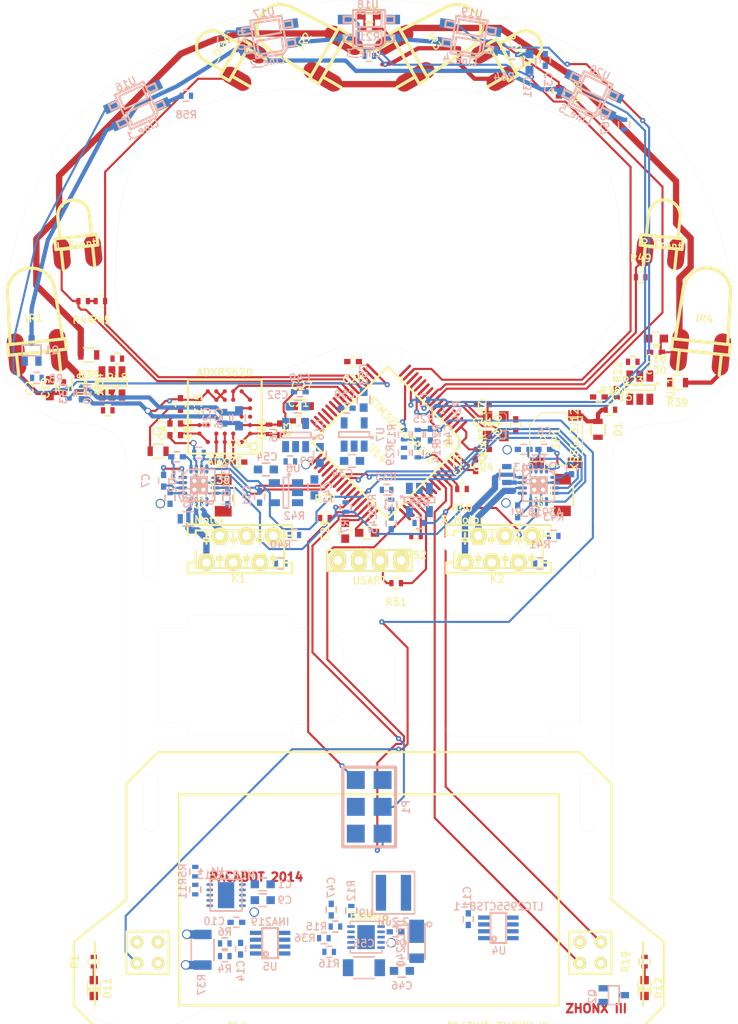
<source format=kicad_pcb>
(kicad_pcb (version 4) (host pcbnew "(2014-11-26 BZR 4805)-product")
  (title_block (title "ZHONX III") (rev "Aout 2014") (company PACABOT) (comment 1 "PLF 2014"))
  (layers (0 F.Cu signal hide) (1 GND.Cu signal hide) (2 Vdd.Cu signal) (31 B.Cu signal) (34 B.Paste user) (35 F.Paste user) (36 B.SilkS user hide) (37 F.SilkS user hide) (38 B.Mask user) (39 F.Mask user) (44 Edge.Cuts user))
  (net 0 "")
  (net 1 +3.3V)
  (net 2 +3.3VADC)
  (net 3 +5V)
  (net 4 +8V)
  (net 5 +9V)
  (net 6 +BATT)
  (net 7 Diag_TX)
  (net 8 Enable_IR_Line)
  (net 9 FL)
  (net 10 GND)
  (net 11 GPIO_BASE)
  (net 12 GYRO_RATE)
  (net 13 GYRO_TEMP)
  (net 14 I2C_SCL)
  (net 15 I2C_SDA)
  (net 16 LDiag_RX)
  (net 17 LFront_RX)
  (net 18 LFront_TX)
  (net 19 L_ENC_A)
  (net 20 L_ENC_B)
  (net 21 L_IN1)
  (net 22 L_IN2)
  (net 23 Line_IR_F)
  (net 24 Line_IR_L1)
  (net 25 Line_IR_L2)
  (net 26 Line_IR_R1)
  (net 27 Line_IR_R2)
  (net 28 NSRST)
  (net 29 ON/OFF)
  (net 30 PA13/JTMS-SWDAT)
  (net 31 PA14/JTCK-SWCLK)
  (net 32 PIEZZO)
  (net 33 POWER_KILL)
  (net 34 PW_LED)
  (net 35 RDiag_RX)
  (net 36 RFront_RX)
  (net 37 RFront_TX)
  (net 38 R_ENC_A)
  (net 39 R_ENC_B)
  (net 40 R_IN1)
  (net 41 R_IN2)
  (net 42 SLEEP)
  (net 43 USART_RX)
  (net 44 USART_TX)
  (net 45 WKUP)
  (net 46 WP_EEPROM)
  (net 47 "Net-(ADXR1-Pad6C)")
  (net 48 "Net-(ADXR1-Pad6D)")
  (net 49 "Net-(ADXR1-Pad4A)")
  (net 50 "Net-(ADXR1-Pad6A)")
  (net 51 "Net-(ADXR1-Pad1C)")
  (net 52 +5VADC)
  (net 53 "Net-(ADXR1-Pad5A)")
  (net 54 +4.5V)
  (net 55 "Net-(C4-Pad1)")
  (net 56 "Net-(C4-Pad2)")
  (net 57 "Net-(C5-Pad1)")
  (net 58 "Net-(C5-Pad2)")
  (net 59 "Net-(C6-Pad1)")
  (net 60 "Net-(C6-Pad2)")
  (net 61 "Net-(C7-Pad1)")
  (net 62 "Net-(C7-Pad2)")
  (net 63 "Net-(C11-Pad1)")
  (net 64 "Net-(C12-Pad2)")
  (net 65 "Net-(C13-Pad2)")
  (net 66 "Net-(C14-Pad1)")
  (net 67 "Net-(C14-Pad2)")
  (net 68 "Net-(C15-Pad1)")
  (net 69 "Net-(C27-Pad2)")
  (net 70 "Net-(C29-Pad2)")
  (net 71 "Net-(C40-Pad1)")
  (net 72 "Net-(C41-Pad1)")
  (net 73 "Net-(C47-Pad1)")
  (net 74 "Net-(C48-Pad1)")
  (net 75 "Net-(C48-Pad2)")
  (net 76 "Net-(C49-Pad1)")
  (net 77 "Net-(C50-Pad1)")
  (net 78 "Net-(C51-Pad1)")
  (net 79 "Net-(D1-Pad1)")
  (net 80 "Net-(D11-Pad1)")
  (net 81 "Net-(D11-Pad2)")
  (net 82 "Net-(D12-Pad1)")
  (net 83 "Net-(D12-Pad2)")
  (net 84 "Net-(IR1-Pad2)")
  (net 85 "Net-(IR2-Pad1)")
  (net 86 "Net-(IR2-Pad2)")
  (net 87 "Net-(IR4-Pad2)")
  (net 88 "Net-(K1-Pad6)")
  (net 89 "Net-(K1-Pad5)")
  (net 90 "Net-(K1-Pad2)")
  (net 91 "Net-(K1-Pad1)")
  (net 92 "Net-(K2-Pad6)")
  (net 93 "Net-(K2-Pad5)")
  (net 94 "Net-(K2-Pad2)")
  (net 95 "Net-(K2-Pad1)")
  (net 96 "Net-(K3-Pad1)")
  (net 97 "Net-(K3-Pad2)")
  (net 98 PA13/JTMS-SWO)
  (net 99 FAST_CHARGE)
  (net 100 "Net-(R11-Pad2)")
  (net 101 EN_PW_ADC)
  (net 102 "Net-(R12-Pad1)")
  (net 103 "Net-(R15-Pad1)")
  (net 104 "Net-(R16-Pad1)")
  (net 105 "Net-(R27-Pad1)")
  (net 106 "Net-(R28-Pad1)")
  (net 107 "Net-(R34-Pad2)")
  (net 108 "Net-(R35-Pad1)")
  (net 109 "Net-(R38-Pad2)")
  (net 110 "Net-(R39-Pad2)")
  (net 111 "Net-(R50-Pad2)")
  (net 112 "Net-(R58-Pad1)")
  (net 113 "Net-(R64-Pad1)")
  (net 114 "Net-(R67-Pad1)")
  (net 115 EN_DC/DC)
  (net 116 "Net-(U17-Pad1)")
  (net 117 "Net-(U18-Pad1)")
  (net 118 "Net-(Q1-Pad3)")
  (module ZHONX:ADXRS620 (layer F.Cu) (at 94.2 125.9 180)
    (fp_text reference ADXR1 (at 0 -4.2 180) (layer F.SilkS) (effects (font (size 0.7 0.7) (thickness 0.127))))
    (fp_text value ADXRS620 (at 0 4.2 180) (layer F.SilkS) (effects (font (size 0.7 0.7) (thickness 0.127))))
    (pad 7C smd circle (at 2.4003 -0.8001) (size 0.39878 0.39878) (layers F.Cu F.Paste F.Mask) (net 47 "Net-(ADXR1-Pad6C)"))
    (pad 7F smd circle (at 2.4003 1.6002) (size 0.39878 0.39878) (layers F.Cu F.Paste F.Mask) (net 10 GND))
    (pad 2E smd circle (at -1.6 0.8) (size 0.39878 0.39878) (layers F.Cu F.Paste F.Mask) (net 2 +3.3VADC))
    (pad 7E smd circle (at 2.4003 0.8001) (size 0.39878 0.39878) (layers F.Cu F.Paste F.Mask) (net 3 +5V))
    (pad 4G smd circle (at 0 2.4) (size 0.39878 0.39878) (layers F.Cu F.Paste F.Mask) (net 10 GND))
    (pad 5F smd circle (at 0.8 1.6) (size 0.39878 0.39878) (layers F.Cu F.Paste F.Mask) (net 10 GND))
    (pad 7D smd circle (at 2.4003 0) (size 0.39878 0.39878) (layers F.Cu F.Paste F.Mask) (net 48 "Net-(ADXR1-Pad6D)"))
    (pad 6C smd circle (at 1.6 -0.8) (size 0.39878 0.39878) (layers F.Cu F.Paste F.Mask) (net 47 "Net-(ADXR1-Pad6C)"))
    (pad 6E smd circle (at 1.6002 0.8001) (size 0.39878 0.39878) (layers F.Cu F.Paste F.Mask) (net 3 +5V))
    (pad 6D smd circle (at 1.6002 0) (size 0.39878 0.39878) (layers F.Cu F.Paste F.Mask) (net 48 "Net-(ADXR1-Pad6D)"))
    (pad 4A smd circle (at 0 -2.4003) (size 0.39878 0.39878) (layers F.Cu F.Paste F.Mask) (net 49 "Net-(ADXR1-Pad4A)"))
    (pad 4F smd circle (at 0 1.6002) (size 0.39878 0.39878) (layers F.Cu F.Paste F.Mask) (net 10 GND))
    (pad 7B smd circle (at 2.4003 -1.6002) (size 0.39878 0.39878) (layers F.Cu F.Paste F.Mask) (net 50 "Net-(ADXR1-Pad6A)"))
    (pad 2C smd circle (at -1.6002 -0.8001) (size 0.39878 0.39878) (layers F.Cu F.Paste F.Mask) (net 51 "Net-(ADXR1-Pad1C)"))
    (pad 3B smd circle (at -0.8001 -1.6002) (size 0.39878 0.39878) (layers F.Cu F.Paste F.Mask) (net 52 +5VADC))
    (pad 5B smd circle (at 0.8 -1.6) (size 0.39878 0.39878) (layers F.Cu F.Paste F.Mask) (net 53 "Net-(ADXR1-Pad5A)"))
    (pad 4B smd circle (at 0 -1.6002) (size 0.39878 0.39878) (layers F.Cu F.Paste F.Mask) (net 49 "Net-(ADXR1-Pad4A)"))
    (pad 6A smd circle (at 1.6 -2.4) (size 0.39878 0.39878) (layers F.Cu F.Paste F.Mask) (net 50 "Net-(ADXR1-Pad6A)"))
    (pad 2A smd circle (at -1.6002 -2.4003) (size 0.39878 0.39878) (layers F.Cu F.Paste F.Mask) (net 12 GYRO_RATE))
    (pad 3A smd circle (at -0.8001 -2.4003) (size 0.39878 0.39878) (layers F.Cu F.Paste F.Mask) (net 52 +5VADC))
    (pad 5A smd circle (at 0.8001 -2.4003) (size 0.39878 0.39878) (layers F.Cu F.Paste F.Mask) (net 53 "Net-(ADXR1-Pad5A)"))
    (pad 5G smd circle (at 0.8 2.4) (size 0.39878 0.39878) (layers F.Cu F.Paste F.Mask) (net 10 GND))
    (pad 2G smd circle (at -1.6 2.4) (size 0.39878 0.39878) (layers F.Cu F.Paste F.Mask) (net 10 GND))
    (pad 6G smd circle (at 1.6 2.4) (size 0.39878 0.39878) (layers F.Cu F.Paste F.Mask) (net 10 GND))
    (pad 3F smd circle (at -0.8001 1.6002) (size 0.39878 0.39878) (layers F.Cu F.Paste F.Mask) (net 13 GYRO_TEMP))
    (pad 1B smd circle (at -2.4003 -1.6002) (size 0.39878 0.39878) (layers F.Cu F.Paste F.Mask) (net 12 GYRO_RATE))
    (pad 1C smd circle (at -2.4003 -0.8001) (size 0.39878 0.39878) (layers F.Cu F.Paste F.Mask) (net 51 "Net-(ADXR1-Pad1C)"))
    (pad 1D smd circle (at -2.4003 0) (size 0.39878 0.39878) (layers F.Cu F.Paste F.Mask))
    (pad 2D smd circle (at -1.6002 0) (size 0.39878 0.39878) (layers F.Cu F.Paste F.Mask))
    (pad 1E smd circle (at -2.4003 0.8001) (size 0.39878 0.39878) (layers F.Cu F.Paste F.Mask) (net 2 +3.3VADC))
    (pad 1F smd circle (at -2.4 1.6) (size 0.39878 0.39878) (layers F.Cu F.Paste F.Mask) (net 10 GND))
    (pad 3G smd circle (at -0.8 2.4) (size 0.39878 0.39878) (layers F.Cu F.Paste F.Mask) (net 13 GYRO_TEMP))
  )
  (module Capacitors_SMD:C_0603 (layer B.Cu) (at 97.8 170.2)
    (fp_text reference C1 (at 2.1 0) (layer B.SilkS) (effects (font (size 0.7 0.7) (thickness 0.127)) (justify mirror)))
    (fp_text value 2,2uF)
    (pad 1 smd rect (at -0.75 0) (size 0.8 0.75) (layers B.Cu B.Paste B.Mask) (net 5 +9V))
    (pad 2 smd rect (at 0.75 0) (size 0.8 0.75) (layers B.Cu B.Paste B.Mask) (net 10 GND))
  )
  (module Capacitors_SMD:C_0603 (layer F.Cu) (at 77.6 123.2 90)
    (fp_text reference C2 (at 0 -1.9 90) (layer F.SilkS) (effects (font (size 0.7 0.7) (thickness 0.127))))
    (fp_text value 4,7uF)
    (pad 1 smd rect (at -0.75 0 90) (size 0.8 0.75) (layers F.Cu F.Paste F.Mask) (net 54 +4.5V))
    (pad 2 smd rect (at 0.75 0 90) (size 0.8 0.75) (layers F.Cu F.Paste F.Mask) (net 10 GND))
  )
  (module Capacitors_SMD:C_0402 (layer B.Cu) (at 94.49 133.63 270)
    (fp_text reference C3 (at 0 1.7 270) (layer B.SilkS) (effects (font (size 0.7 0.7) (thickness 0.127)) (justify mirror)))
    (fp_text value 0,1uF)
    (pad 1 smd rect (at -0.55 0 270) (size 0.6 0.5) (layers B.Cu B.Paste B.Mask) (net 10 GND))
    (pad 2 smd rect (at 0.55 0 270) (size 0.6 0.5) (layers B.Cu B.Paste B.Mask) (net 4 +8V))
  )
  (module Capacitors_SMD:C_0402 (layer B.Cu) (at 127.1 130.8 270)
    (fp_text reference C4 (at 0 1.7 270) (layer B.SilkS) (effects (font (size 0.7 0.7) (thickness 0.127)) (justify mirror)))
    (fp_text value 0,1uF)
    (pad 1 smd rect (at -0.55 0 270) (size 0.6 0.5) (layers B.Cu B.Paste B.Mask) (net 55 "Net-(C4-Pad1)"))
    (pad 2 smd rect (at 0.55 0 270) (size 0.6 0.5) (layers B.Cu B.Paste B.Mask) (net 56 "Net-(C4-Pad2)"))
  )
  (module Capacitors_SMD:C_0402 (layer B.Cu) (at 89.675 129.7)
    (fp_text reference C5 (at 0 1.7) (layer B.SilkS) (effects (font (size 0.7 0.7) (thickness 0.127)) (justify mirror)))
    (fp_text value 0,1uF)
    (pad 1 smd rect (at -0.55 0) (size 0.6 0.5) (layers B.Cu B.Paste B.Mask) (net 57 "Net-(C5-Pad1)"))
    (pad 2 smd rect (at 0.55 0) (size 0.6 0.5) (layers B.Cu B.Paste B.Mask) (net 58 "Net-(C5-Pad2)"))
  )
  (module Capacitors_SMD:C_0402 (layer B.Cu) (at 124.5 129 180)
    (fp_text reference C6 (at 0 1.7 180) (layer B.SilkS) (effects (font (size 0.7 0.7) (thickness 0.127)) (justify mirror)))
    (fp_text value 0,1uF)
    (pad 1 smd rect (at -0.55 0 180) (size 0.6 0.5) (layers B.Cu B.Paste B.Mask) (net 59 "Net-(C6-Pad1)"))
    (pad 2 smd rect (at 0.55 0 180) (size 0.6 0.5) (layers B.Cu B.Paste B.Mask) (net 60 "Net-(C6-Pad2)"))
  )
  (module Capacitors_SMD:C_0402 (layer B.Cu) (at 88.4 131.97 270)
    (fp_text reference C7 (at 0 1.7 270) (layer B.SilkS) (effects (font (size 0.7 0.7) (thickness 0.127)) (justify mirror)))
    (fp_text value 0,1uF)
    (pad 1 smd rect (at -0.55 0 270) (size 0.6 0.5) (layers B.Cu B.Paste B.Mask) (net 61 "Net-(C7-Pad1)"))
    (pad 2 smd rect (at 0.55 0 270) (size 0.6 0.5) (layers B.Cu B.Paste B.Mask) (net 62 "Net-(C7-Pad2)"))
  )
  (module Capacitors_SMD:C_0402 (layer B.Cu) (at 121.98 134.87 90)
    (fp_text reference C8 (at 0 1.7 90) (layer B.SilkS) (effects (font (size 0.7 0.7) (thickness 0.127)) (justify mirror)))
    (fp_text value 0,1uF)
    (pad 1 smd rect (at -0.55 0 90) (size 0.6 0.5) (layers B.Cu B.Paste B.Mask) (net 10 GND))
    (pad 2 smd rect (at 0.55 0 90) (size 0.6 0.5) (layers B.Cu B.Paste B.Mask) (net 4 +8V))
  )
  (module Capacitors_SMD:C_0603 (layer B.Cu) (at 97.8 171.7 180)
    (fp_text reference C9 (at -2.1 0 180) (layer B.SilkS) (effects (font (size 0.7 0.7) (thickness 0.127)) (justify mirror)))
    (fp_text value 2,2uF)
    (pad 1 smd rect (at -0.75 0 180) (size 0.8 0.75) (layers B.Cu B.Paste B.Mask) (net 10 GND))
    (pad 2 smd rect (at 0.75 0 180) (size 0.8 0.75) (layers B.Cu B.Paste B.Mask) (net 4 +8V))
  )
  (module Capacitors_SMD:C_0402 (layer B.Cu) (at 95.3 173.8 180)
    (fp_text reference C10 (at 2.1 0.1 180) (layer B.SilkS) (effects (font (size 0.7 0.7) (thickness 0.127)) (justify mirror)))
    (fp_text value 0,1uF)
    (pad 1 smd rect (at -0.55 0 180) (size 0.6 0.5) (layers B.Cu B.Paste B.Mask) (net 2 +3.3VADC))
    (pad 2 smd rect (at 0.55 0 180) (size 0.6 0.5) (layers B.Cu B.Paste B.Mask) (net 10 GND))
  )
  (module Capacitors_SMD:C_0402 (layer B.Cu) (at 117.3 173.5 90)
    (fp_text reference C11 (at 2.1 -0.1 90) (layer B.SilkS) (effects (font (size 0.7 0.7) (thickness 0.127)) (justify mirror)))
    (fp_text value 150nF)
    (pad 1 smd rect (at -0.55 0 90) (size 0.6 0.5) (layers B.Cu B.Paste B.Mask) (net 63 "Net-(C11-Pad1)"))
    (pad 2 smd rect (at 0.55 0 90) (size 0.6 0.5) (layers B.Cu B.Paste B.Mask) (net 10 GND))
  )
  (module Capacitors_SMD:C_0402 (layer B.Cu) (at 89.01 133.6 90)
    (fp_text reference C12 (at 0 1.7 90) (layer B.SilkS) (effects (font (size 0.7 0.7) (thickness 0.127)) (justify mirror)))
    (fp_text value 0,1uF)
    (pad 1 smd rect (at -0.55 0 90) (size 0.6 0.5) (layers B.Cu B.Paste B.Mask) (net 4 +8V))
    (pad 2 smd rect (at 0.55 0 90) (size 0.6 0.5) (layers B.Cu B.Paste B.Mask) (net 64 "Net-(C12-Pad2)"))
  )
  (module Capacitors_SMD:C_0402 (layer B.Cu) (at 122.55 129)
    (fp_text reference C13 (at 0 1.7) (layer B.SilkS) (effects (font (size 0.7 0.7) (thickness 0.127)) (justify mirror)))
    (fp_text value 0,1uF)
    (pad 1 smd rect (at -0.55 0) (size 0.6 0.5) (layers B.Cu B.Paste B.Mask) (net 4 +8V))
    (pad 2 smd rect (at 0.55 0) (size 0.6 0.5) (layers B.Cu B.Paste B.Mask) (net 65 "Net-(C13-Pad2)"))
  )
  (module Capacitors_SMD:C_0402 (layer B.Cu) (at 95.7 176.3 90)
    (fp_text reference C14 (at -2.1 0 90) (layer B.SilkS) (effects (font (size 0.7 0.7) (thickness 0.127)) (justify mirror)))
    (fp_text value 0,1uF)
    (pad 1 smd rect (at -0.55 0 90) (size 0.6 0.5) (layers B.Cu B.Paste B.Mask) (net 66 "Net-(C14-Pad1)"))
    (pad 2 smd rect (at 0.55 0 90) (size 0.6 0.5) (layers B.Cu B.Paste B.Mask) (net 67 "Net-(C14-Pad2)"))
  )
  (module Capacitors_SMD:C_0402 (layer F.Cu) (at 129.69 124.03 180)
    (fp_text reference C15 (at -2.17 0.01 180) (layer F.SilkS) (effects (font (size 0.7 0.7) (thickness 0.127))))
    (fp_text value 10nF)
    (pad 1 smd rect (at -0.55 0 180) (size 0.6 0.5) (layers F.Cu F.Paste F.Mask) (net 68 "Net-(C15-Pad1)"))
    (pad 2 smd rect (at 0.55 0 180) (size 0.6 0.5) (layers F.Cu F.Paste F.Mask) (net 32 PIEZZO))
  )
  (module Capacitors_SMD:C_0603 (layer B.Cu) (at 103.22 129.54 270)
    (fp_text reference C16 (at -2.4 0 270) (layer B.SilkS) (effects (font (size 0.7 0.7) (thickness 0.127)) (justify mirror)))
    (fp_text value 2,2uF)
    (pad 1 smd rect (at -0.75 0 270) (size 0.8 0.75) (layers B.Cu B.Paste B.Mask) (net 4 +8V))
    (pad 2 smd rect (at 0.75 0 270) (size 0.8 0.75) (layers B.Cu B.Paste B.Mask) (net 10 GND))
  )
  (module Capacitors_SMD:C_0603 (layer F.Cu) (at 107.9 87.9)
    (fp_text reference C17 (at 0 -1.9) (layer F.SilkS) (effects (font (size 0.7 0.7) (thickness 0.127))))
    (fp_text value 4,7uF)
    (pad 1 smd rect (at -0.75 0) (size 0.8 0.75) (layers F.Cu F.Paste F.Mask) (net 10 GND))
    (pad 2 smd rect (at 0.75 0) (size 0.8 0.75) (layers F.Cu F.Paste F.Mask) (net 54 +4.5V))
  )
  (module Capacitors_SMD:C_0603 (layer F.Cu) (at 135.1 118.5 180)
    (fp_text reference C18 (at 0 -1.9 180) (layer F.SilkS) (effects (font (size 0.7 0.7) (thickness 0.127))))
    (fp_text value 4,7uF)
    (pad 1 smd rect (at -0.75 0 180) (size 0.8 0.75) (layers F.Cu F.Paste F.Mask) (net 54 +4.5V))
    (pad 2 smd rect (at 0.75 0 180) (size 0.8 0.75) (layers F.Cu F.Paste F.Mask) (net 10 GND))
  )
  (module Capacitors_SMD:C_0402 (layer F.Cu) (at 78.9 123.2 90)
    (fp_text reference C19 (at 0 -1.7 90) (layer F.SilkS) (effects (font (size 0.7 0.7) (thickness 0.127))))
    (fp_text value 0,1uF)
    (pad 1 smd rect (at -0.55 0 90) (size 0.6 0.5) (layers F.Cu F.Paste F.Mask) (net 54 +4.5V))
    (pad 2 smd rect (at 0.55 0 90) (size 0.6 0.5) (layers F.Cu F.Paste F.Mask) (net 10 GND))
  )
  (module Capacitors_SMD:C_0603 (layer F.Cu) (at 107.7 136.9 180)
    (fp_text reference C20 (at 0 -1.9 180) (layer F.SilkS) (effects (font (size 0.7 0.7) (thickness 0.127))))
    (fp_text value 4,7uF)
    (pad 1 smd rect (at -0.75 0 180) (size 0.8 0.75) (layers F.Cu F.Paste F.Mask) (net 10 GND))
    (pad 2 smd rect (at 0.75 0 180) (size 0.8 0.75) (layers F.Cu F.Paste F.Mask) (net 1 +3.3V))
  )
  (module Capacitors_SMD:C_0402 (layer F.Cu) (at 101.2 126.3)
    (fp_text reference C21 (at 0 -1.7) (layer F.SilkS) (effects (font (size 0.7 0.7) (thickness 0.127))))
    (fp_text value 0,1uF)
    (pad 1 smd rect (at -0.55 0) (size 0.6 0.5) (layers F.Cu F.Paste F.Mask) (net 10 GND))
    (pad 2 smd rect (at 0.55 0) (size 0.6 0.5) (layers F.Cu F.Paste F.Mask) (net 1 +3.3V))
  )
  (module Capacitors_SMD:C_0402 (layer F.Cu) (at 107.9 89.15)
    (fp_text reference C22 (at 0 -1.7) (layer F.SilkS) (effects (font (size 0.7 0.7) (thickness 0.127))))
    (fp_text value 0,1uF)
    (pad 1 smd rect (at -0.55 0) (size 0.6 0.5) (layers F.Cu F.Paste F.Mask) (net 10 GND))
    (pad 2 smd rect (at 0.55 0) (size 0.6 0.5) (layers F.Cu F.Paste F.Mask) (net 54 +4.5V))
  )
  (module Capacitors_SMD:C_0402 (layer F.Cu) (at 118 130.5 90)
    (fp_text reference C23 (at 0 -1.7 90) (layer F.SilkS) (effects (font (size 0.7 0.7) (thickness 0.127))))
    (fp_text value 0,1uF)
    (pad 1 smd rect (at -0.55 0 90) (size 0.6 0.5) (layers F.Cu F.Paste F.Mask) (net 10 GND))
    (pad 2 smd rect (at 0.55 0 90) (size 0.6 0.5) (layers F.Cu F.Paste F.Mask) (net 1 +3.3V))
  )
  (module Capacitors_SMD:C_0402 (layer F.Cu) (at 118.7 129 180)
    (fp_text reference C24 (at 0 -1.7 180) (layer F.SilkS) (effects (font (size 0.7 0.7) (thickness 0.127))))
    (fp_text value 0,1uF)
    (pad 1 smd rect (at -0.55 0 180) (size 0.6 0.5) (layers F.Cu F.Paste F.Mask) (net 10 GND))
    (pad 2 smd rect (at 0.55 0 180) (size 0.6 0.5) (layers F.Cu F.Paste F.Mask) (net 1 +3.3V))
  )
  (module Capacitors_SMD:C_0402 (layer F.Cu) (at 106.37 120.68 180)
    (fp_text reference C25 (at 0 -1.7 180) (layer F.SilkS) (effects (font (size 0.7 0.7) (thickness 0.127))))
    (fp_text value 0,1uF)
    (pad 1 smd rect (at -0.55 0 180) (size 0.6 0.5) (layers F.Cu F.Paste F.Mask) (net 10 GND))
    (pad 2 smd rect (at 0.55 0 180) (size 0.6 0.5) (layers F.Cu F.Paste F.Mask) (net 1 +3.3V))
  )
  (module Capacitors_SMD:C_0603 (layer B.Cu) (at 95.55 126.05 270)
    (fp_text reference C26 (at 0 1.9 270) (layer B.SilkS) (effects (font (size 0.7 0.7) (thickness 0.127)) (justify mirror)))
    (fp_text value 1uF)
    (pad 1 smd rect (at -0.75 0 270) (size 0.8 0.75) (layers B.Cu B.Paste B.Mask) (net 2 +3.3VADC))
    (pad 2 smd rect (at 0.75 0 270) (size 0.8 0.75) (layers B.Cu B.Paste B.Mask) (net 10 GND))
  )
  (module Capacitors_SMD:C_0603 (layer F.Cu) (at 101.5 124.9)
    (fp_text reference C27 (at 0 -1.9) (layer F.SilkS) (effects (font (size 0.7 0.7) (thickness 0.127))))
    (fp_text value 2,2uF)
    (pad 1 smd rect (at -0.75 0) (size 0.8 0.75) (layers F.Cu F.Paste F.Mask) (net 10 GND))
    (pad 2 smd rect (at 0.75 0) (size 0.8 0.75) (layers F.Cu F.Paste F.Mask) (net 69 "Net-(C27-Pad2)"))
  )
  (module Capacitors_SMD:C_0402 (layer B.Cu) (at 94.2 126 270)
    (fp_text reference C28 (at 0 1.7 270) (layer B.SilkS) (effects (font (size 0.7 0.7) (thickness 0.127)) (justify mirror)))
    (fp_text value 10nF)
    (pad 1 smd rect (at -0.55 0 270) (size 0.6 0.5) (layers B.Cu B.Paste B.Mask) (net 2 +3.3VADC))
    (pad 2 smd rect (at 0.55 0 270) (size 0.6 0.5) (layers B.Cu B.Paste B.Mask) (net 10 GND))
  )
  (module Capacitors_SMD:C_0603 (layer F.Cu) (at 105.625 136.7 90)
    (fp_text reference C29 (at 0 -1.9 90) (layer F.SilkS) (effects (font (size 0.7 0.7) (thickness 0.127))))
    (fp_text value 2,2uF)
    (pad 1 smd rect (at -0.75 0 90) (size 0.8 0.75) (layers F.Cu F.Paste F.Mask) (net 10 GND))
    (pad 2 smd rect (at 0.75 0 90) (size 0.8 0.75) (layers F.Cu F.Paste F.Mask) (net 70 "Net-(C29-Pad2)"))
  )
  (module Capacitors_SMD:C_0402 (layer F.Cu) (at 135.1 119.8 180)
    (fp_text reference C30 (at 0 -1.7 180) (layer F.SilkS) (effects (font (size 0.7 0.7) (thickness 0.127))))
    (fp_text value 0,1uF)
    (pad 1 smd rect (at -0.55 0 180) (size 0.6 0.5) (layers F.Cu F.Paste F.Mask) (net 54 +4.5V))
    (pad 2 smd rect (at 0.55 0 180) (size 0.6 0.5) (layers F.Cu F.Paste F.Mask) (net 10 GND))
  )
  (module Capacitors_SMD:C_0603 (layer B.Cu) (at 123.1 92.3 270)
    (fp_text reference C31 (at 2.375 0.175 270) (layer B.SilkS) (effects (font (size 0.7 0.7) (thickness 0.127)) (justify mirror)))
    (fp_text value 4,7uF)
    (pad 1 smd rect (at -0.75 0 270) (size 0.8 0.75) (layers B.Cu B.Paste B.Mask) (net 54 +4.5V))
    (pad 2 smd rect (at 0.75 0 270) (size 0.8 0.75) (layers B.Cu B.Paste B.Mask) (net 10 GND))
  )
  (module Capacitors_SMD:C_0402 (layer B.Cu) (at 124.6 92.1 270)
    (fp_text reference C32 (at 2.175 -0.325 270) (layer B.SilkS) (effects (font (size 0.7 0.7) (thickness 0.127)) (justify mirror)))
    (fp_text value 0,1uF)
    (pad 1 smd rect (at -0.55 0 270) (size 0.6 0.5) (layers B.Cu B.Paste B.Mask) (net 54 +4.5V))
    (pad 2 smd rect (at 0.55 0 270) (size 0.6 0.5) (layers B.Cu B.Paste B.Mask) (net 10 GND))
  )
  (module Capacitors_SMD:C_0402 (layer B.Cu) (at 80.6 123.7 270)
    (fp_text reference C33 (at 0 1.7 270) (layer B.SilkS) (effects (font (size 0.7 0.7) (thickness 0.127)) (justify mirror)))
    (fp_text value 0,1uF)
    (pad 1 smd rect (at -0.55 0 270) (size 0.6 0.5) (layers B.Cu B.Paste B.Mask) (net 2 +3.3VADC))
    (pad 2 smd rect (at 0.55 0 270) (size 0.6 0.5) (layers B.Cu B.Paste B.Mask) (net 10 GND))
  )
  (module Capacitors_SMD:C_0603 (layer B.Cu) (at 106.27 130.09 180)
    (fp_text reference C34 (at 0.9 -1.2 180) (layer B.SilkS) (effects (font (size 0.7 0.7) (thickness 0.127)) (justify mirror)))
    (fp_text value 2.2uF)
    (pad 1 smd rect (at -0.75 0 180) (size 0.8 0.75) (layers B.Cu B.Paste B.Mask) (net 10 GND))
    (pad 2 smd rect (at 0.75 0 180) (size 0.8 0.75) (layers B.Cu B.Paste B.Mask) (net 3 +5V))
  )
  (module Capacitors_SMD:C_0402 (layer F.Cu) (at 90 124.7 270)
    (fp_text reference C35 (at 0 -1.7 270) (layer F.SilkS) (effects (font (size 0.7 0.7) (thickness 0.127))))
    (fp_text value 0,1uF)
    (pad 1 smd rect (at -0.55 0 270) (size 0.6 0.5) (layers F.Cu F.Paste F.Mask) (net 10 GND))
    (pad 2 smd rect (at 0.55 0 270) (size 0.6 0.5) (layers F.Cu F.Paste F.Mask) (net 3 +5V))
  )
  (module Capacitors_SMD:C_0402 (layer F.Cu) (at 99.4 127.1 90)
    (fp_text reference C36 (at 0 -1.7 90) (layer F.SilkS) (effects (font (size 0.7 0.7) (thickness 0.127))))
    (fp_text value 2,2nF)
    (pad 1 smd rect (at -0.55 0 90) (size 0.6 0.5) (layers F.Cu F.Paste F.Mask) (net 12 GYRO_RATE))
    (pad 2 smd rect (at 0.55 0 90) (size 0.6 0.5) (layers F.Cu F.Paste F.Mask) (net 51 "Net-(ADXR1-Pad1C)"))
  )
  (module Capacitors_SMD:C_0402 (layer F.Cu) (at 90 127.1 90)
    (fp_text reference C37 (at 0 -1.7 90) (layer F.SilkS) (effects (font (size 0.7 0.7) (thickness 0.127))))
    (fp_text value 22nF)
    (pad 1 smd rect (at -0.55 0 90) (size 0.6 0.5) (layers F.Cu F.Paste F.Mask) (net 50 "Net-(ADXR1-Pad6A)"))
    (pad 2 smd rect (at 0.55 0 90) (size 0.6 0.5) (layers F.Cu F.Paste F.Mask) (net 47 "Net-(ADXR1-Pad6C)"))
  )
  (module Capacitors_SMD:C_0402 (layer F.Cu) (at 93.7 130.2 180)
    (fp_text reference C38 (at 0 -1.7 180) (layer F.SilkS) (effects (font (size 0.7 0.7) (thickness 0.127))))
    (fp_text value 22nF)
    (pad 1 smd rect (at -0.55 0 180) (size 0.6 0.5) (layers F.Cu F.Paste F.Mask) (net 49 "Net-(ADXR1-Pad4A)"))
    (pad 2 smd rect (at 0.55 0 180) (size 0.6 0.5) (layers F.Cu F.Paste F.Mask) (net 53 "Net-(ADXR1-Pad5A)"))
  )
  (module Capacitors_SMD:C_0402 (layer F.Cu) (at 89 127.1 270)
    (fp_text reference C39 (at 0 -1.7 270) (layer F.SilkS) (effects (font (size 0.7 0.7) (thickness 0.127))))
    (fp_text value 0,1uF)
    (pad 1 smd rect (at -0.55 0 270) (size 0.6 0.5) (layers F.Cu F.Paste F.Mask) (net 48 "Net-(ADXR1-Pad6D)"))
    (pad 2 smd rect (at 0.55 0 270) (size 0.6 0.5) (layers F.Cu F.Paste F.Mask) (net 10 GND))
  )
  (module Capacitors_SMD:C_0402 (layer F.Cu) (at 121.8 126.7 90)
    (fp_text reference C40 (at 0 -1.7 90) (layer F.SilkS) (effects (font (size 0.7 0.7) (thickness 0.127))))
    (fp_text value 18pF)
    (pad 1 smd rect (at -0.55 0 90) (size 0.6 0.5) (layers F.Cu F.Paste F.Mask) (net 71 "Net-(C40-Pad1)"))
    (pad 2 smd rect (at 0.55 0 90) (size 0.6 0.5) (layers F.Cu F.Paste F.Mask) (net 10 GND))
  )
  (module Capacitors_SMD:C_0402 (layer F.Cu) (at 118.67 124.76 180)
    (fp_text reference C41 (at 0 -1.7 180) (layer F.SilkS) (effects (font (size 0.7 0.7) (thickness 0.127))))
    (fp_text value 18pF)
    (pad 1 smd rect (at -0.55 0 180) (size 0.6 0.5) (layers F.Cu F.Paste F.Mask) (net 72 "Net-(C41-Pad1)"))
    (pad 2 smd rect (at 0.55 0 180) (size 0.6 0.5) (layers F.Cu F.Paste F.Mask) (net 10 GND))
  )
  (module Capacitors_SMD:C_0603 (layer B.Cu) (at 102.7 132.6 90)
    (fp_text reference C42 (at -0.5 1.3 90) (layer B.SilkS) (effects (font (size 0.7 0.7) (thickness 0.127)) (justify mirror)))
    (fp_text value 2.2uF)
    (pad 1 smd rect (at -0.75 0 90) (size 0.8 0.75) (layers B.Cu B.Paste B.Mask) (net 10 GND))
    (pad 2 smd rect (at 0.75 0 90) (size 0.8 0.75) (layers B.Cu B.Paste B.Mask) (net 54 +4.5V))
  )
  (module Capacitors_SMD:C_0402 (layer F.Cu) (at 95.5 130.2)
    (fp_text reference C43 (at 0 -1.7) (layer F.SilkS) (effects (font (size 0.7 0.7) (thickness 0.127))))
    (fp_text value 0,1uF)
    (pad 1 smd rect (at -0.55 0) (size 0.6 0.5) (layers F.Cu F.Paste F.Mask) (net 52 +5VADC))
    (pad 2 smd rect (at 0.55 0) (size 0.6 0.5) (layers F.Cu F.Paste F.Mask) (net 10 GND))
  )
  (module Capacitors_SMD:C_0402 (layer B.Cu) (at 113.7 127.6 90)
    (fp_text reference C44 (at 0 1.7 90) (layer B.SilkS) (effects (font (size 0.7 0.7) (thickness 0.127)) (justify mirror)))
    (fp_text value 0,1uF)
    (pad 1 smd rect (at -0.55 0 90) (size 0.6 0.5) (layers B.Cu B.Paste B.Mask) (net 10 GND))
    (pad 2 smd rect (at 0.55 0 90) (size 0.6 0.5) (layers B.Cu B.Paste B.Mask) (net 28 NSRST))
  )
  (module Capacitors_SMD:C_0402 (layer B.Cu) (at 109.99 136.01 270)
    (fp_text reference C45 (at 0 1.7 270) (layer B.SilkS) (effects (font (size 0.7 0.7) (thickness 0.127)) (justify mirror)))
    (fp_text value 0,1uF)
    (pad 1 smd rect (at -0.55 0 270) (size 0.6 0.5) (layers B.Cu B.Paste B.Mask) (net 1 +3.3V))
    (pad 2 smd rect (at 0.55 0 270) (size 0.6 0.5) (layers B.Cu B.Paste B.Mask) (net 10 GND))
  )
  (module Capacitors_SMD:C_0603 (layer B.Cu) (at 111 178.4)
    (fp_text reference C46 (at 0 1.4) (layer B.SilkS) (effects (font (size 0.7 0.7) (thickness 0.127)) (justify mirror)))
    (fp_text value 2,2uF)
    (pad 1 smd rect (at -0.75 0) (size 0.8 0.75) (layers B.Cu B.Paste B.Mask) (net 4 +8V))
    (pad 2 smd rect (at 0.75 0) (size 0.8 0.75) (layers B.Cu B.Paste B.Mask) (net 10 GND))
  )
  (module Capacitors_SMD:C_0402 (layer B.Cu) (at 104.3 172.6 90)
    (fp_text reference C47 (at 2.1 0 90) (layer B.SilkS) (effects (font (size 0.7 0.7) (thickness 0.127)) (justify mirror)))
    (fp_text value 330pF)
    (pad 1 smd rect (at -0.55 0 90) (size 0.6 0.5) (layers B.Cu B.Paste B.Mask) (net 73 "Net-(C47-Pad1)"))
    (pad 2 smd rect (at 0.55 0 90) (size 0.6 0.5) (layers B.Cu B.Paste B.Mask) (net 10 GND))
  )
  (module Capacitors_SMD:C_0402 (layer B.Cu) (at 110.4 174.7 180)
    (fp_text reference C48 (at -0.1 -1.1 180) (layer B.SilkS) (effects (font (size 0.7 0.7) (thickness 0.127)) (justify mirror)))
    (fp_text value 0,47uF)
    (pad 1 smd rect (at -0.55 0 180) (size 0.6 0.5) (layers B.Cu B.Paste B.Mask) (net 74 "Net-(C48-Pad1)"))
    (pad 2 smd rect (at 0.55 0 180) (size 0.6 0.5) (layers B.Cu B.Paste B.Mask) (net 75 "Net-(C48-Pad2)"))
  )
  (module Capacitors_SMD:C_0402 (layer B.Cu) (at 101.32 123.54)
    (fp_text reference C49 (at 0 -1.3) (layer B.SilkS) (effects (font (size 0.7 0.7) (thickness 0.127)) (justify mirror)))
    (fp_text value 0,47uF)
    (pad 1 smd rect (at -0.55 0) (size 0.6 0.5) (layers B.Cu B.Paste B.Mask) (net 76 "Net-(C49-Pad1)"))
    (pad 2 smd rect (at 0.55 0) (size 0.6 0.5) (layers B.Cu B.Paste B.Mask) (net 3 +5V))
  )
  (module Capacitors_SMD:C_0402 (layer B.Cu) (at 105.77 125.09)
    (fp_text reference C50 (at -0.2 -1.3) (layer B.SilkS) (effects (font (size 0.7 0.7) (thickness 0.127)) (justify mirror)))
    (fp_text value 0,47uF)
    (pad 1 smd rect (at -0.55 0) (size 0.6 0.5) (layers B.Cu B.Paste B.Mask) (net 77 "Net-(C50-Pad1)"))
    (pad 2 smd rect (at 0.55 0) (size 0.6 0.5) (layers B.Cu B.Paste B.Mask) (net 2 +3.3VADC))
  )
  (module Capacitors_SMD:C_0402 (layer B.Cu) (at 97.5 133.5 90)
    (fp_text reference C51 (at 0.1 -1.2 90) (layer B.SilkS) (effects (font (size 0.7 0.7) (thickness 0.127)) (justify mirror)))
    (fp_text value 0,47uF)
    (pad 1 smd rect (at -0.55 0 90) (size 0.6 0.5) (layers B.Cu B.Paste B.Mask) (net 78 "Net-(C51-Pad1)"))
    (pad 2 smd rect (at 0.55 0 90) (size 0.6 0.5) (layers B.Cu B.Paste B.Mask) (net 1 +3.3V))
  )
  (module Capacitors_SMD:C_0603 (layer B.Cu) (at 101.12 124.94)
    (fp_text reference C52 (at -1.9 -1.1) (layer B.SilkS) (effects (font (size 0.7 0.7) (thickness 0.127)) (justify mirror)))
    (fp_text value 10uF)
    (pad 1 smd rect (at -0.75 0) (size 0.8 0.75) (layers B.Cu B.Paste B.Mask) (net 10 GND))
    (pad 2 smd rect (at 0.75 0) (size 0.8 0.75) (layers B.Cu B.Paste B.Mask) (net 3 +5V))
  )
  (module Capacitors_SMD:C_0603 (layer B.Cu) (at 107.37 124.29 270)
    (fp_text reference C53 (at -2.4 0 270) (layer B.SilkS) (effects (font (size 0.7 0.7) (thickness 0.127)) (justify mirror)))
    (fp_text value 10uF)
    (pad 1 smd rect (at -0.75 0 270) (size 0.8 0.75) (layers B.Cu B.Paste B.Mask) (net 10 GND))
    (pad 2 smd rect (at 0.75 0 270) (size 0.8 0.75) (layers B.Cu B.Paste B.Mask) (net 2 +3.3VADC))
  )
  (module Capacitors_SMD:C_0603 (layer B.Cu) (at 98.1 130.9)
    (fp_text reference C54 (at 0.1 -1.2) (layer B.SilkS) (effects (font (size 0.7 0.7) (thickness 0.127)) (justify mirror)))
    (fp_text value 10uF)
    (pad 1 smd rect (at -0.75 0) (size 0.8 0.75) (layers B.Cu B.Paste B.Mask) (net 10 GND))
    (pad 2 smd rect (at 0.75 0) (size 0.8 0.75) (layers B.Cu B.Paste B.Mask) (net 1 +3.3V))
  )
  (module Capacitors_SMD:C_1206 (layer B.Cu) (at 107.4 178.1 180)
    (fp_text reference C55 (at 0 2.3 180) (layer B.SilkS) (effects (font (size 0.7 0.7) (thickness 0.127)) (justify mirror)))
    (fp_text value 33uF)
    (pad 1 smd rect (at -1.5 0 180) (size 1 1.6) (layers B.Cu B.Paste B.Mask) (net 10 GND))
    (pad 2 smd rect (at 1.5 0 180) (size 1 1.6) (layers B.Cu B.Paste B.Mask) (net 54 +4.5V))
  )
  (module Capacitors_SMD:C_1206 (layer F.Cu) (at 94.05 133.36 90)
    (fp_text reference C103 (at 0 -2.3 90) (layer F.SilkS) (effects (font (size 0.7 0.7) (thickness 0.127))))
    (fp_text value 100uF)
    (pad 1 smd rect (at -1.5 0 90) (size 1 1.6) (layers F.Cu F.Paste F.Mask) (net 4 +8V))
    (pad 2 smd rect (at 1.5 0 90) (size 1 1.6) (layers F.Cu F.Paste F.Mask) (net 10 GND))
  )
  (module Capacitors_SMD:C_1206 (layer F.Cu) (at 126.225 133.325 90)
    (fp_text reference C104 (at 0 -2.3 90) (layer F.SilkS) (effects (font (size 0.7 0.7) (thickness 0.127))))
    (fp_text value 100uF)
    (pad 1 smd rect (at -1.5 0 90) (size 1 1.6) (layers F.Cu F.Paste F.Mask) (net 4 +8V))
    (pad 2 smd rect (at 1.5 0 90) (size 1 1.6) (layers F.Cu F.Paste F.Mask) (net 10 GND))
  )
  (module Resistors_SMD:R_0603 (layer F.Cu) (at 129.6 127.1 270)
    (fp_text reference D1 (at 0 -1.9 270) (layer F.SilkS) (effects (font (size 0.7 0.7) (thickness 0.127))))
    (fp_text value 4148)
    (pad 1 smd rect (at -0.75 0 270) (size 0.5 0.9) (layers F.Cu F.Paste F.Mask) (net 79 "Net-(D1-Pad1)"))
    (pad 2 smd rect (at 0.75 0 270) (size 0.5 0.9) (layers F.Cu F.Paste F.Mask) (net 54 +4.5V))
  )
  (module ZHONX:LED-0603-DVB (layer F.Cu) (at 81.775 180.025 270)
    (fp_text reference D11 (at 0 -1.3 270) (layer F.SilkS) (effects (font (size 0.7 0.7) (thickness 0.127))))
    (fp_text value BLUE hide)
    (pad 1 smd rect (at -0.7493 0 270) (size 0.79756 0.79756) (layers F.Cu F.Paste F.Mask) (net 80 "Net-(D11-Pad1)"))
    (pad 2 smd rect (at 0.7493 0 270) (size 0.79756 0.79756) (layers F.Cu F.Paste F.Mask) (net 81 "Net-(D11-Pad2)"))
  )
  (module ZHONX:LED-0603-DVB (layer F.Cu) (at 134.025 180.025 270)
    (fp_text reference D12 (at 0 -1.3 270) (layer F.SilkS) (effects (font (size 0.7 0.7) (thickness 0.127))))
    (fp_text value GREEN hide)
    (pad 1 smd rect (at -0.7493 0 270) (size 0.79756 0.79756) (layers F.Cu F.Paste F.Mask) (net 82 "Net-(D12-Pad1)"))
    (pad 2 smd rect (at 0.7493 0 270) (size 0.79756 0.79756) (layers F.Cu F.Paste F.Mask) (net 83 "Net-(D12-Pad2)"))
  )
  (module ZHONX:IR_LF (layer F.Cu) (at 80.376 111.8393 6)
    (fp_text reference IR1 (at -4.75 4.25 6) (layer F.SilkS) (effects (font (size 0.7 0.7) (thickness 0.127))))
    (fp_text value L_Front (at 0 -2.25 6) (layer F.SilkS) (effects (font (size 0.7 0.7) (thickness 0.127))))
    (pad 1 smd oval (at -6.75 7.5 6) (size 1.6 4) (layers F.Cu F.Paste F.Mask) (net 54 +4.5V))
    (pad 2 smd oval (at -2.75 7.5 6) (size 1.6 4) (layers F.Cu F.Paste F.Mask) (net 84 "Net-(IR1-Pad2)"))
    (pad 3 smd oval (at -1.5 -1.5 6) (size 1.6 3) (layers F.Cu F.Paste F.Mask) (net 17 LFront_RX))
    (pad 4 smd oval (at 1.5 -1.5 6) (size 1.6 3) (layers F.Cu F.Paste F.Mask) (net 2 +3.3VADC))
  )
  (module ZHONX:IR_LD (layer F.Cu) (at 95.626 92.3393 60)
    (fp_text reference IR2 (at 4.8 4.3 60) (layer F.SilkS) (effects (font (size 0.7 0.7) (thickness 0.127))))
    (fp_text value L_Diag (at 0 -2.25 60) (layer F.SilkS) (effects (font (size 0.7 0.7) (thickness 0.127))))
    (pad 1 smd oval (at 2.75 7.5 60) (size 1.6 4) (layers F.Cu F.Paste F.Mask) (net 85 "Net-(IR2-Pad1)"))
    (pad 2 smd oval (at 6.75 7.5 60) (size 1.6 4) (layers F.Cu F.Paste F.Mask) (net 86 "Net-(IR2-Pad2)"))
    (pad 3 smd oval (at -1.5 0.5 60) (size 1.6 3) (layers F.Cu F.Paste F.Mask) (net 16 LDiag_RX))
    (pad 4 smd oval (at 1.5 0.5 60) (size 1.6 3) (layers F.Cu F.Paste F.Mask) (net 2 +3.3VADC))
  )
  (module ZHONX:IR_RD (layer F.Cu) (at 120.126 92.3393 300)
    (fp_text reference IR3 (at -4.75 4.25 300) (layer F.SilkS) (effects (font (size 0.7 0.7) (thickness 0.127))))
    (fp_text value R_Diag (at 0 -2.25 300) (layer F.SilkS) (effects (font (size 0.7 0.7) (thickness 0.127))))
    (pad 1 smd oval (at -6.75 7.5 300) (size 1.6 4) (layers F.Cu F.Paste F.Mask) (net 54 +4.5V))
    (pad 2 smd oval (at -2.75 7.5 300) (size 1.6 4) (layers F.Cu F.Paste F.Mask) (net 85 "Net-(IR2-Pad1)"))
    (pad 3 smd oval (at -1.5 0.5 300) (size 1.6 3) (layers F.Cu F.Paste F.Mask) (net 35 RDiag_RX))
    (pad 4 smd oval (at 1.5 0.5 300) (size 1.6 3) (layers F.Cu F.Paste F.Mask) (net 2 +3.3VADC))
  )
  (module ZHONX:IR_RF (layer F.Cu) (at 135.376 111.8393 354)
    (fp_text reference IR4 (at 4.8 4.3 354) (layer F.SilkS) (effects (font (size 0.7 0.7) (thickness 0.127))))
    (fp_text value R_Front (at 0 -2.25 354) (layer F.SilkS) (effects (font (size 0.7 0.7) (thickness 0.127))))
    (pad 1 smd oval (at 2.75 7.5 354) (size 1.6 4) (layers F.Cu F.Paste F.Mask) (net 54 +4.5V))
    (pad 2 smd oval (at 6.75 7.5 354) (size 1.6 4) (layers F.Cu F.Paste F.Mask) (net 87 "Net-(IR4-Pad2)"))
    (pad 3 smd oval (at -1.5 -1.5 354) (size 1.6 3) (layers F.Cu F.Paste F.Mask) (net 36 RFront_RX))
    (pad 4 smd oval (at 1.5 -1.5 354) (size 1.6 3) (layers F.Cu F.Paste F.Mask) (net 2 +3.3VADC))
  )
  (module ZHONX:Connecteur_Moteur_Zhonx (layer F.Cu) (at 95 138.45 180)
    (fp_text reference K1 (at -0.508 -2.794 180) (layer F.SilkS) (effects (font (size 0.7 0.7) (thickness 0.127))))
    (fp_text value L_Motor (at 2.794 2.794 180) (layer F.SilkS) (effects (font (size 0.7 0.7) (thickness 0.127))))
    (pad 6 thru_hole circle (at -3.81 1.27 180) (size 1.6 1.6) (drill 0.8) (layers *.Cu *.Mask F.SilkS) (net 88 "Net-(K1-Pad6)"))
    (pad 5 thru_hole circle (at -2.54 -1.27 180) (size 1.6 1.6) (drill 0.8) (layers *.Cu *.Mask F.SilkS) (net 89 "Net-(K1-Pad5)"))
    (pad 4 thru_hole circle (at -1.27 1.27 180) (size 1.6 1.6) (drill 0.8) (layers *.Cu *.Mask F.SilkS) (net 3 +5V))
    (pad 3 thru_hole circle (at 0 -1.27 180) (size 1.6 1.6) (drill 0.8) (layers *.Cu *.Mask F.SilkS) (net 10 GND))
    (pad 2 thru_hole circle (at 1.27 1.27 180) (size 1.6 1.6) (drill 0.8) (layers *.Cu *.Mask F.SilkS) (net 90 "Net-(K1-Pad2)"))
    (pad 1 thru_hole circle (at 2.54 -1.27 180) (size 1.6 1.6) (drill 0.8) (layers *.Cu *.Mask F.SilkS) (net 91 "Net-(K1-Pad1)"))
    (pad "" np_thru_hole circle (at 3.937 0.5334 180) (size 1.5 1.5) (drill 1.5) (layers *.Cu *.Mask F.SilkS))
  )
  (module ZHONX:Connecteur_Moteur_Zhonx (layer F.Cu) (at 119.525 138.45 180)
    (fp_text reference K2 (at -0.508 -2.794 180) (layer F.SilkS) (effects (font (size 0.7 0.7) (thickness 0.127))))
    (fp_text value R_Motor (at 2.794 2.794 180) (layer F.SilkS) (effects (font (size 0.7 0.7) (thickness 0.127))))
    (pad 6 thru_hole circle (at -3.81 1.27 180) (size 1.6 1.6) (drill 0.8) (layers *.Cu *.Mask F.SilkS) (net 92 "Net-(K2-Pad6)"))
    (pad 5 thru_hole circle (at -2.54 -1.27 180) (size 1.6 1.6) (drill 0.8) (layers *.Cu *.Mask F.SilkS) (net 93 "Net-(K2-Pad5)"))
    (pad 4 thru_hole circle (at -1.27 1.27 180) (size 1.6 1.6) (drill 0.8) (layers *.Cu *.Mask F.SilkS) (net 3 +5V))
    (pad 3 thru_hole circle (at 0 -1.27 180) (size 1.6 1.6) (drill 0.8) (layers *.Cu *.Mask F.SilkS) (net 10 GND))
    (pad 2 thru_hole circle (at 1.27 1.27 180) (size 1.6 1.6) (drill 0.8) (layers *.Cu *.Mask F.SilkS) (net 94 "Net-(K2-Pad2)"))
    (pad 1 thru_hole circle (at 2.54 -1.27 180) (size 1.6 1.6) (drill 0.8) (layers *.Cu *.Mask F.SilkS) (net 95 "Net-(K2-Pad1)"))
    (pad "" np_thru_hole circle (at 3.937 0.5334 180) (size 1.5 1.5) (drill 1.5) (layers *.Cu *.Mask F.SilkS))
  )
  (module ZHONX:Conn_Serial_Zhonx (layer F.Cu) (at 107.925 139.525 180)
    (fp_text reference K3 hide)
    (fp_text value USART (at 0 -1.905 180) (layer F.SilkS) (effects (font (size 0.7 0.7) (thickness 0.127))))
    (pad 1 thru_hole oval (at -3 0 180) (size 1.5 2) (drill 0.8) (layers *.Cu *.Mask F.SilkS) (net 96 "Net-(K3-Pad1)"))
    (pad 2 thru_hole oval (at -1 0 180) (size 1.5 2) (drill 0.8) (layers *.Cu *.Mask F.SilkS) (net 97 "Net-(K3-Pad2)"))
    (pad 4 thru_hole oval (at 3 0 180) (size 1.5 2) (drill 0.8) (layers *.Cu *.Mask F.SilkS) (net 54 +4.5V))
    (pad 3 thru_hole oval (at 1 0 180) (size 1.5 2) (drill 0.8) (layers *.Cu *.Mask F.SilkS) (net 10 GND))
  )
  (module ZHONX:XFL4020 (layer B.Cu) (at 110.2 171 180)
    (fp_text reference L1 hide)
    (fp_text value 2,2uH (at 0 -2.75 180) (layer B.SilkS) (effects (font (size 0.7 0.7) (thickness 0.127)) (justify mirror)))
    (pad 1 smd rect (at -1.187 0 180) (size 0.98 3.4) (layers B.Cu B.Paste B.Mask) (net 74 "Net-(C48-Pad1)"))
    (pad 2 smd rect (at 1.187 0 180) (size 0.98 3.4) (layers B.Cu B.Paste B.Mask) (net 54 +4.5V))
  )
  (module Resistors_SMD:R_0603 (layer F.Cu) (at 87.875 129.175)
    (fp_text reference L2 (at 0 -1.9) (layer F.SilkS) (effects (font (size 0.7 0.7) (thickness 0.127))))
    (fp_text value BEAD)
    (pad 1 smd rect (at -0.75 0) (size 0.5 0.9) (layers F.Cu F.Paste F.Mask) (net 3 +5V))
    (pad 2 smd rect (at 0.75 0) (size 0.5 0.9) (layers F.Cu F.Paste F.Mask) (net 52 +5VADC))
  )
  (module ZHONX:Zhonx_III_JTAG (layer B.Cu) (at 107.9 162.9 270)
    (fp_text reference P1 (at 0 -3.5 270) (layer B.SilkS) (effects (font (size 0.7 0.7) (thickness 0.127)) (justify mirror)))
    (fp_text value JTAG hide)
    (pad 1 smd rect (at -2.58 -1.27 270) (size 1.69926 1.69926) (layers B.Cu B.Paste B.Mask) (net 10 GND))
    (pad 2 smd rect (at -2.58 1.27 270) (size 1.69926 1.69926) (layers B.Cu B.Paste B.Mask) (net 11 GPIO_BASE))
    (pad 3 smd rect (at -0.04 -1.27 270) (size 1.69926 1.69926) (layers B.Cu B.Paste B.Mask) (net 30 PA13/JTMS-SWDAT))
    (pad 4 smd rect (at -0.04 1.27 270) (size 1.69926 1.69926) (layers B.Cu B.Paste B.Mask) (net 98 PA13/JTMS-SWO))
    (pad 5 smd rect (at 2.5 -1.27 270) (size 1.69926 1.69926) (layers B.Cu B.Paste B.Mask) (net 31 PA14/JTCK-SWCLK))
    (pad 6 smd rect (at 2.5 1.27 270) (size 1.69926 1.69926) (layers B.Cu B.Paste B.Mask) (net 5 +9V))
  )
  (module ZHONX:Platine_Zhonx_III (layer F.Cu) (at 107.875 177.675)
    (fp_text reference PL1 (at -12.5 6) (layer F.SilkS) (effects (font (size 0.7 0.7) (thickness 0.127))))
    (fp_text value PLATINE_ZHONX_III (at 12.25 6) (layer F.SilkS) (effects (font (size 0.7 0.7) (thickness 0.127))))
    (fp_text user Battery (at 0 -4.5) (layer F.SilkS) (effects (font (size 0.7 0.7) (thickness 0.127))))
    (pad 1 thru_hole circle (at -22 -2) (size 1.2 1.2) (drill 0.6) (layers *.Cu *.Mask F.SilkS) (net 10 GND))
    (pad 3 thru_hole circle (at -22 0) (size 1.2 1.2) (drill 0.6) (layers *.Cu *.Mask F.SilkS) (net 28 NSRST))
    (pad 4 thru_hole circle (at -20 0) (size 1.2 1.2) (drill 0.6) (layers *.Cu *.Mask F.SilkS) (net 6 +BATT))
    (pad 2 thru_hole circle (at -20 -2) (size 1.2 1.2) (drill 0.6) (layers *.Cu *.Mask F.SilkS) (net 29 ON/OFF))
    (pad 5 thru_hole circle (at 20 -2) (size 1.2 1.2) (drill 0.6) (layers *.Cu *.Mask F.SilkS) (net 54 +4.5V))
    (pad 7 thru_hole circle (at 20 0) (size 1.2 1.2) (drill 0.6) (layers *.Cu *.Mask F.SilkS) (net 14 I2C_SCL))
    (pad 8 thru_hole circle (at 22 0) (size 1.2 1.2) (drill 0.6) (layers *.Cu *.Mask F.SilkS) (net 45 WKUP))
    (pad 6 thru_hole circle (at 22 -2) (size 1.2 1.2) (drill 0.6) (layers *.Cu *.Mask F.SilkS) (net 15 I2C_SDA))
  )
  (module SMD_Packages:SOT-323 (layer B.Cu) (at 75.875 119.625)
    (fp_text reference Q1 (at 1.925 -0.025) (layer B.SilkS) (effects (font (size 0.7 0.7) (thickness 0.127)) (justify mirror)))
    (fp_text value BSS138)
    (pad 2 smd rect (at -0.65024 0.94996) (size 0.59944 1.00076) (layers B.Cu B.Paste B.Mask) (net 10 GND))
    (pad 1 smd rect (at 0.65024 0.94996) (size 0.59944 1.00076) (layers B.Cu B.Paste B.Mask) (net 8 Enable_IR_Line))
    (pad 3 smd rect (at 0 -0.94996) (size 0.59944 1.00076) (layers B.Cu B.Paste B.Mask) (net 118 "Net-(Q1-Pad3)"))
  )
  (module SMD_Packages:SOT-323 (layer B.Cu) (at 131.1 180.7 270)
    (fp_text reference Q2 (at 0.127 2.032 270) (layer B.SilkS) (effects (font (size 0.7 0.7) (thickness 0.127)) (justify mirror)))
    (fp_text value BSS138)
    (pad 2 smd rect (at -0.65024 0.94996 270) (size 0.59944 1.00076) (layers B.Cu B.Paste B.Mask) (net 10 GND))
    (pad 1 smd rect (at 0.65024 0.94996 270) (size 0.59944 1.00076) (layers B.Cu B.Paste B.Mask) (net 34 PW_LED))
    (pad 3 smd rect (at 0 -0.94996 270) (size 0.59944 1.00076) (layers B.Cu B.Paste B.Mask) (net 83 "Net-(D12-Pad2)"))
  )
  (module Resistors_SMD:R_0402 (layer F.Cu) (at 81.775 177.525 90)
    (fp_text reference R1 (at 0 -1.8 90) (layer F.SilkS) (effects (font (size 0.7 0.7) (thickness 0.127))))
    (fp_text value 620)
    (pad 1 smd rect (at -0.45 0 90) (size 0.4 0.6) (layers F.Cu F.Paste F.Mask) (net 80 "Net-(D11-Pad1)"))
    (pad 2 smd rect (at 0.45 0 90) (size 0.4 0.6) (layers F.Cu F.Paste F.Mask) (net 5 +9V))
  )
  (module Resistors_SMD:R_0402 (layer B.Cu) (at 91.75 129.325)
    (fp_text reference R2 (at 0 1.8) (layer B.SilkS) (effects (font (size 0.7 0.7) (thickness 0.127)) (justify mirror)))
    (fp_text value 47K)
    (pad 1 smd rect (at -0.45 0) (size 0.4 0.6) (layers B.Cu B.Paste B.Mask) (net 10 GND))
    (pad 2 smd rect (at 0.45 0) (size 0.4 0.6) (layers B.Cu B.Paste B.Mask) (net 42 SLEEP))
  )
  (module Resistors_SMD:R_0402 (layer F.Cu) (at 98.4 127.1 270)
    (fp_text reference R3 (at 0 -1.8 270) (layer F.SilkS) (effects (font (size 0.7 0.7) (thickness 0.127))))
    (fp_text value "90.9K 1%")
    (pad 1 smd rect (at -0.45 0 270) (size 0.4 0.6) (layers F.Cu F.Paste F.Mask) (net 51 "Net-(ADXR1-Pad1C)"))
    (pad 2 smd rect (at 0.45 0 270) (size 0.4 0.6) (layers F.Cu F.Paste F.Mask) (net 12 GYRO_RATE))
  )
  (module Resistors_SMD:R_0402 (layer B.Cu) (at 94.2 177 180)
    (fp_text reference R4 (at 0 -1.2 180) (layer B.SilkS) (effects (font (size 0.7 0.7) (thickness 0.127)) (justify mirror)))
    (fp_text value 10)
    (pad 1 smd rect (at -0.45 0 180) (size 0.4 0.6) (layers B.Cu B.Paste B.Mask) (net 66 "Net-(C14-Pad1)"))
    (pad 2 smd rect (at 0.45 0 180) (size 0.4 0.6) (layers B.Cu B.Paste B.Mask) (net 6 +BATT))
  )
  (module Resistors_SMD:R_0402 (layer B.Cu) (at 91.4 169 270)
    (fp_text reference R5 (at -0.1 1.2 270) (layer B.SilkS) (effects (font (size 0.7 0.7) (thickness 0.127)) (justify mirror)))
    (fp_text value 6.2K)
    (pad 1 smd rect (at -0.45 0 270) (size 0.4 0.6) (layers B.Cu B.Paste B.Mask) (net 99 FAST_CHARGE))
    (pad 2 smd rect (at 0.45 0 270) (size 0.4 0.6) (layers B.Cu B.Paste B.Mask) (net 100 "Net-(R11-Pad2)"))
  )
  (module Resistors_SMD:R_0402 (layer B.Cu) (at 94.2 175.8 180)
    (fp_text reference R6 (at 0 1.1 180) (layer B.SilkS) (effects (font (size 0.7 0.7) (thickness 0.127)) (justify mirror)))
    (fp_text value 10)
    (pad 1 smd rect (at -0.45 0 180) (size 0.4 0.6) (layers B.Cu B.Paste B.Mask) (net 67 "Net-(C14-Pad2)"))
    (pad 2 smd rect (at 0.45 0 180) (size 0.4 0.6) (layers B.Cu B.Paste B.Mask) (net 4 +8V))
  )
  (module Resistors_SMD:R_0402 (layer B.Cu) (at 105.66 134.46 270)
    (fp_text reference R7 (at 1.84 0.06 270) (layer B.SilkS) (effects (font (size 0.7 0.7) (thickness 0.127)) (justify mirror)))
    (fp_text value 47K)
    (pad 1 smd rect (at -0.45 0 270) (size 0.4 0.6) (layers B.Cu B.Paste B.Mask) (net 1 +3.3V))
    (pad 2 smd rect (at 0.45 0 270) (size 0.4 0.6) (layers B.Cu B.Paste B.Mask) (net 9 FL))
  )
  (module Resistors_SMD:R_0402 (layer B.Cu) (at 76.375 122.225 180)
    (fp_text reference R8 (at -1.825 -0.075 180) (layer B.SilkS) (effects (font (size 0.7 0.7) (thickness 0.127)) (justify mirror)))
    (fp_text value 47K)
    (pad 1 smd rect (at -0.45 0 180) (size 0.4 0.6) (layers B.Cu B.Paste B.Mask) (net 8 Enable_IR_Line))
    (pad 2 smd rect (at 0.45 0 180) (size 0.4 0.6) (layers B.Cu B.Paste B.Mask) (net 10 GND))
  )
  (module Resistors_SMD:R_0402 (layer B.Cu) (at 100.42 130.14)
    (fp_text reference R9 (at 1.575 -0.025) (layer B.SilkS) (effects (font (size 0.7 0.7) (thickness 0.127)) (justify mirror)))
    (fp_text value 100K)
    (pad 1 smd rect (at -0.45 0) (size 0.4 0.6) (layers B.Cu B.Paste B.Mask) (net 101 EN_PW_ADC))
    (pad 2 smd rect (at 0.45 0) (size 0.4 0.6) (layers B.Cu B.Paste B.Mask) (net 10 GND))
  )
  (module Resistors_SMD:R_0402 (layer B.Cu) (at 79.38 123.73 90)
    (fp_text reference R10 (at 0 1.8 90) (layer B.SilkS) (effects (font (size 0.7 0.7) (thickness 0.127)) (justify mirror)))
    (fp_text value 47K)
    (pad 1 smd rect (at -0.45 0 90) (size 0.4 0.6) (layers B.Cu B.Paste B.Mask) (net 2 +3.3VADC))
    (pad 2 smd rect (at 0.45 0 90) (size 0.4 0.6) (layers B.Cu B.Paste B.Mask) (net 25 Line_IR_L2))
  )
  (module Resistors_SMD:R_0402 (layer B.Cu) (at 91.4 170.7 90)
    (fp_text reference R11 (at 0.1 -1.2 90) (layer B.SilkS) (effects (font (size 0.7 0.7) (thickness 0.127)) (justify mirror)))
    (fp_text value 10K)
    (pad 1 smd rect (at -0.45 0 90) (size 0.4 0.6) (layers B.Cu B.Paste B.Mask) (net 10 GND))
    (pad 2 smd rect (at 0.45 0 90) (size 0.4 0.6) (layers B.Cu B.Paste B.Mask) (net 100 "Net-(R11-Pad2)"))
  )
  (module Resistors_SMD:R_0402 (layer B.Cu) (at 106.2 172.7 90)
    (fp_text reference R12 (at 1.9 0 90) (layer B.SilkS) (effects (font (size 0.7 0.7) (thickness 0.127)) (justify mirror)))
    (fp_text value 23,7K)
    (pad 1 smd rect (at -0.45 0 90) (size 0.4 0.6) (layers B.Cu B.Paste B.Mask) (net 102 "Net-(R12-Pad1)"))
    (pad 2 smd rect (at 0.45 0 90) (size 0.4 0.6) (layers B.Cu B.Paste B.Mask) (net 10 GND))
  )
  (module Resistors_SMD:R_0402 (layer B.Cu) (at 111.2 127.6 270)
    (fp_text reference R13 (at -0.025 1.175 270) (layer B.SilkS) (effects (font (size 0.7 0.7) (thickness 0.127)) (justify mirror)))
    (fp_text value 47K)
    (pad 1 smd rect (at -0.45 0 270) (size 0.4 0.6) (layers B.Cu B.Paste B.Mask) (net 45 WKUP))
    (pad 2 smd rect (at 0.45 0 270) (size 0.4 0.6) (layers B.Cu B.Paste B.Mask) (net 1 +3.3V))
  )
  (module Resistors_SMD:R_0402 (layer B.Cu) (at 112.5 129.3 90)
    (fp_text reference R14 (at 0 1.8 90) (layer B.SilkS) (effects (font (size 0.7 0.7) (thickness 0.127)) (justify mirror)))
    (fp_text value 47K)
    (pad 1 smd rect (at -0.45 0 90) (size 0.4 0.6) (layers B.Cu B.Paste B.Mask) (net 33 POWER_KILL))
    (pad 2 smd rect (at 0.45 0 90) (size 0.4 0.6) (layers B.Cu B.Paste B.Mask) (net 1 +3.3V))
  )
  (module Resistors_SMD:R_0402 (layer B.Cu) (at 104.7 174.2 180)
    (fp_text reference R15 (at 1.8 0 180) (layer B.SilkS) (effects (font (size 0.7 0.7) (thickness 0.127)) (justify mirror)))
    (fp_text value 20K)
    (pad 1 smd rect (at -0.45 0 180) (size 0.4 0.6) (layers B.Cu B.Paste B.Mask) (net 103 "Net-(R15-Pad1)"))
    (pad 2 smd rect (at 0.45 0 180) (size 0.4 0.6) (layers B.Cu B.Paste B.Mask) (net 73 "Net-(C47-Pad1)"))
  )
  (module Resistors_SMD:R_0402 (layer B.Cu) (at 104.1 176.6)
    (fp_text reference R16 (at 0 1.1) (layer B.SilkS) (effects (font (size 0.7 0.7) (thickness 0.127)) (justify mirror)))
    (fp_text value 47K)
    (pad 1 smd rect (at -0.45 0) (size 0.4 0.6) (layers B.Cu B.Paste B.Mask) (net 104 "Net-(R16-Pad1)"))
    (pad 2 smd rect (at 0.45 0) (size 0.4 0.6) (layers B.Cu B.Paste B.Mask) (net 54 +4.5V))
  )
  (module Resistors_SMD:R_0402 (layer F.Cu) (at 83.1 125.3)
    (fp_text reference R17 (at 0 -1.8) (layer F.SilkS) (effects (font (size 0.7 0.7) (thickness 0.127))))
    (fp_text value 47K)
    (pad 1 smd rect (at -0.45 0) (size 0.4 0.6) (layers F.Cu F.Paste F.Mask) (net 18 LFront_TX))
    (pad 2 smd rect (at 0.45 0) (size 0.4 0.6) (layers F.Cu F.Paste F.Mask) (net 10 GND))
  )
  (module Resistors_SMD:R_0402 (layer F.Cu) (at 84 120.4 180)
    (fp_text reference R18 (at 0 -1.8 180) (layer F.SilkS) (effects (font (size 0.7 0.7) (thickness 0.127))))
    (fp_text value 47K)
    (pad 1 smd rect (at -0.45 0 180) (size 0.4 0.6) (layers F.Cu F.Paste F.Mask) (net 7 Diag_TX))
    (pad 2 smd rect (at 0.45 0 180) (size 0.4 0.6) (layers F.Cu F.Paste F.Mask) (net 10 GND))
  )
  (module Resistors_SMD:R_0402 (layer F.Cu) (at 134.025 177.525 90)
    (fp_text reference R19 (at 0 -1.8 90) (layer F.SilkS) (effects (font (size 0.7 0.7) (thickness 0.127))))
    (fp_text value 470)
    (pad 1 smd rect (at -0.45 0 90) (size 0.4 0.6) (layers F.Cu F.Paste F.Mask) (net 82 "Net-(D12-Pad1)"))
    (pad 2 smd rect (at 0.45 0 90) (size 0.4 0.6) (layers F.Cu F.Paste F.Mask) (net 54 +4.5V))
  )
  (module Resistors_SMD:R_0402 (layer B.Cu) (at 94.05 90.2 90)
    (fp_text reference R20 (at 0 1.8 90) (layer B.SilkS) (effects (font (size 0.7 0.7) (thickness 0.127)) (justify mirror)))
    (fp_text value 47K)
    (pad 1 smd rect (at -0.45 0 90) (size 0.4 0.6) (layers B.Cu B.Paste B.Mask) (net 2 +3.3VADC))
    (pad 2 smd rect (at 0.45 0 90) (size 0.4 0.6) (layers B.Cu B.Paste B.Mask) (net 24 Line_IR_L1))
  )
  (module Resistors_SMD:R_0402 (layer B.Cu) (at 107.91 91.72 180)
    (fp_text reference R21 (at 0 1.8 180) (layer B.SilkS) (effects (font (size 0.7 0.7) (thickness 0.127)) (justify mirror)))
    (fp_text value 47K)
    (pad 1 smd rect (at -0.45 0 180) (size 0.4 0.6) (layers B.Cu B.Paste B.Mask) (net 2 +3.3VADC))
    (pad 2 smd rect (at 0.45 0 180) (size 0.4 0.6) (layers B.Cu B.Paste B.Mask) (net 23 Line_IR_F))
  )
  (module Resistors_SMD:R_0402 (layer F.Cu) (at 131.39 123.63 270)
    (fp_text reference R22 (at -1.97 -0.09 270) (layer F.SilkS) (effects (font (size 0.7 0.7) (thickness 0.127))))
    (fp_text value 1M)
    (pad 1 smd rect (at -0.45 0 270) (size 0.4 0.6) (layers F.Cu F.Paste F.Mask) (net 68 "Net-(C15-Pad1)"))
    (pad 2 smd rect (at 0.45 0 270) (size 0.4 0.6) (layers F.Cu F.Paste F.Mask) (net 10 GND))
  )
  (module Resistors_SMD:R_0402 (layer F.Cu) (at 132.9 120.7 180)
    (fp_text reference R23 (at 0 -1.8 180) (layer F.SilkS) (effects (font (size 0.7 0.7) (thickness 0.127))))
    (fp_text value 47K)
    (pad 1 smd rect (at -0.45 0 180) (size 0.4 0.6) (layers F.Cu F.Paste F.Mask) (net 37 RFront_TX))
    (pad 2 smd rect (at 0.45 0 180) (size 0.4 0.6) (layers F.Cu F.Paste F.Mask) (net 10 GND))
  )
  (module Resistors_SMD:R_0402 (layer B.Cu) (at 114.4 125.325 90)
    (fp_text reference R24 (at 0 1.8 90) (layer B.SilkS) (effects (font (size 0.7 0.7) (thickness 0.127)) (justify mirror)))
    (fp_text value 47K)
    (pad 1 smd rect (at -0.45 0 90) (size 0.4 0.6) (layers B.Cu B.Paste B.Mask) (net 2 +3.3VADC))
    (pad 2 smd rect (at 0.45 0 90) (size 0.4 0.6) (layers B.Cu B.Paste B.Mask) (net 26 Line_IR_R1))
  )
  (module Resistors_SMD:R_0402 (layer B.Cu) (at 113.05 124.3)
    (fp_text reference R25 (at 0 1.8) (layer B.SilkS) (effects (font (size 0.7 0.7) (thickness 0.127)) (justify mirror)))
    (fp_text value 47K)
    (pad 1 smd rect (at -0.45 0) (size 0.4 0.6) (layers B.Cu B.Paste B.Mask) (net 2 +3.3VADC))
    (pad 2 smd rect (at 0.45 0) (size 0.4 0.6) (layers B.Cu B.Paste B.Mask) (net 27 Line_IR_R2))
  )
  (module Resistors_SMD:R_0402 (layer B.Cu) (at 112.5 127.6 90)
    (fp_text reference R26 (at 0 1.8 90) (layer B.SilkS) (effects (font (size 0.7 0.7) (thickness 0.127)) (justify mirror)))
    (fp_text value 100K)
    (pad 1 smd rect (at -0.45 0 90) (size 0.4 0.6) (layers B.Cu B.Paste B.Mask) (net 1 +3.3V))
    (pad 2 smd rect (at 0.45 0 90) (size 0.4 0.6) (layers B.Cu B.Paste B.Mask) (net 28 NSRST))
  )
  (module Resistors_SMD:R_0603 (layer B.Cu) (at 90.725 135.575 180)
    (fp_text reference R27 (at 0 1.9 180) (layer B.SilkS) (effects (font (size 0.7 0.7) (thickness 0.127)) (justify mirror)))
    (fp_text value "0,2 603")
    (pad 1 smd rect (at -0.75 0 180) (size 0.5 0.9) (layers B.Cu B.Paste B.Mask) (net 105 "Net-(R27-Pad1)"))
    (pad 2 smd rect (at 0.75 0 180) (size 0.5 0.9) (layers B.Cu B.Paste B.Mask) (net 10 GND))
  )
  (module Resistors_SMD:R_0603 (layer B.Cu) (at 120.95 131.38 90)
    (fp_text reference R28 (at 0 1.9 90) (layer B.SilkS) (effects (font (size 0.7 0.7) (thickness 0.127)) (justify mirror)))
    (fp_text value "0,2 603")
    (pad 1 smd rect (at -0.75 0 90) (size 0.5 0.9) (layers B.Cu B.Paste B.Mask) (net 106 "Net-(R28-Pad1)"))
    (pad 2 smd rect (at 0.75 0 90) (size 0.5 0.9) (layers B.Cu B.Paste B.Mask) (net 10 GND))
  )
  (module Resistors_SMD:R_0402 (layer B.Cu) (at 111.2 129.3 90)
    (fp_text reference R29 (at -0.23 -1.31 90) (layer B.SilkS) (effects (font (size 0.7 0.7) (thickness 0.127)) (justify mirror)))
    (fp_text value 47K)
    (pad 1 smd rect (at -0.45 0 90) (size 0.4 0.6) (layers B.Cu B.Paste B.Mask) (net 34 PW_LED))
    (pad 2 smd rect (at 0.45 0 90) (size 0.4 0.6) (layers B.Cu B.Paste B.Mask) (net 1 +3.3V))
  )
  (module Resistors_SMD:R_0402 (layer F.Cu) (at 103.7 135.5)
    (fp_text reference R30 (at 0 -1.8) (layer F.SilkS) (effects (font (size 0.7 0.7) (thickness 0.127))))
    (fp_text value 47K)
    (pad 1 smd rect (at -0.45 0) (size 0.4 0.6) (layers F.Cu F.Paste F.Mask) (net 1 +3.3V))
    (pad 2 smd rect (at 0.45 0) (size 0.4 0.6) (layers F.Cu F.Paste F.Mask) (net 11 GPIO_BASE))
  )
  (module Resistors_SMD:R_0402 (layer B.Cu) (at 109.99 134.21 270)
    (fp_text reference R31 (at 0 1.8 270) (layer B.SilkS) (effects (font (size 0.7 0.7) (thickness 0.127)) (justify mirror)))
    (fp_text value 4,7K)
    (pad 1 smd rect (at -0.45 0 270) (size 0.4 0.6) (layers B.Cu B.Paste B.Mask) (net 14 I2C_SCL))
    (pad 2 smd rect (at 0.45 0 270) (size 0.4 0.6) (layers B.Cu B.Paste B.Mask) (net 1 +3.3V))
  )
  (module Resistors_SMD:R_0402 (layer B.Cu) (at 112.65 135.97 180)
    (fp_text reference R32 (at 0 1.8 180) (layer B.SilkS) (effects (font (size 0.7 0.7) (thickness 0.127)) (justify mirror)))
    (fp_text value 4,7K)
    (pad 1 smd rect (at -0.45 0 180) (size 0.4 0.6) (layers B.Cu B.Paste B.Mask) (net 15 I2C_SDA))
    (pad 2 smd rect (at 0.45 0 180) (size 0.4 0.6) (layers B.Cu B.Paste B.Mask) (net 1 +3.3V))
  )
  (module Resistors_SMD:R_0402 (layer B.Cu) (at 109.55 132.83 180)
    (fp_text reference R33 (at 0.05 1.23 180) (layer B.SilkS) (effects (font (size 0.7 0.7) (thickness 0.127)) (justify mirror)))
    (fp_text value 47K)
    (pad 1 smd rect (at -0.45 0 180) (size 0.4 0.6) (layers B.Cu B.Paste B.Mask) (net 46 WP_EEPROM))
    (pad 2 smd rect (at 0.45 0 180) (size 0.4 0.6) (layers B.Cu B.Paste B.Mask) (net 1 +3.3V))
  )
  (module Resistors_SMD:R_0603 (layer F.Cu) (at 80.4 122.8 270)
    (fp_text reference R34 (at 0 -1.9 270) (layer F.SilkS) (effects (font (size 0.7 0.7) (thickness 0.127))))
    (fp_text value "10 1W")
    (pad 1 smd rect (at -0.75 0 270) (size 0.5 0.9) (layers F.Cu F.Paste F.Mask) (net 84 "Net-(IR1-Pad2)"))
    (pad 2 smd rect (at 0.75 0 270) (size 0.5 0.9) (layers F.Cu F.Paste F.Mask) (net 107 "Net-(R34-Pad2)"))
  )
  (module Resistors_SMD:R_0603 (layer F.Cu) (at 81.3 120.05 180)
    (fp_text reference R35 (at 0 -1.9 180) (layer F.SilkS) (effects (font (size 0.7 0.7) (thickness 0.127))))
    (fp_text value "2,2 2W")
    (pad 1 smd rect (at -0.75 0 180) (size 0.5 0.9) (layers F.Cu F.Paste F.Mask) (net 108 "Net-(R35-Pad1)"))
    (pad 2 smd rect (at 0.75 0 180) (size 0.5 0.9) (layers F.Cu F.Paste F.Mask) (net 86 "Net-(IR2-Pad2)"))
  )
  (module Resistors_SMD:R_0402 (layer B.Cu) (at 103.6 175.3 180)
    (fp_text reference R36 (at 1.8 0 180) (layer B.SilkS) (effects (font (size 0.7 0.7) (thickness 0.127)) (justify mirror)))
    (fp_text value 47K)
    (pad 1 smd rect (at -0.45 0 180) (size 0.4 0.6) (layers B.Cu B.Paste B.Mask) (net 104 "Net-(R16-Pad1)"))
    (pad 2 smd rect (at 0.45 0 180) (size 0.4 0.6) (layers B.Cu B.Paste B.Mask) (net 10 GND))
  )
  (module Resistors_SMD:R_1206 (layer B.Cu) (at 92.1 176.4 270)
    (fp_text reference R37 (at 3.3 0.1 270) (layer B.SilkS) (effects (font (size 0.7 0.7) (thickness 0.127)) (justify mirror)))
    (fp_text value "0.1 SHNT")
    (pad 1 smd rect (at -1.45 0 270) (size 0.9 1.7) (layers B.Cu B.Paste B.Mask) (net 4 +8V))
    (pad 2 smd rect (at 1.45 0 270) (size 0.9 1.7) (layers B.Cu B.Paste B.Mask) (net 6 +BATT))
  )
  (module Resistors_SMD:R_0402 (layer F.Cu) (at 130.78 125.24)
    (fp_text reference R38 (at 0 -1.8) (layer F.SilkS) (effects (font (size 0.7 0.7) (thickness 0.127))))
    (fp_text value 0)
    (pad 1 smd rect (at -0.45 0) (size 0.4 0.6) (layers F.Cu F.Paste F.Mask) (net 79 "Net-(D1-Pad1)"))
    (pad 2 smd rect (at 0.45 0) (size 0.4 0.6) (layers F.Cu F.Paste F.Mask) (net 109 "Net-(R38-Pad2)"))
  )
  (module Resistors_SMD:R_0603 (layer F.Cu) (at 137.15 122.67 180)
    (fp_text reference R39 (at 0 -1.9 180) (layer F.SilkS) (effects (font (size 0.7 0.7) (thickness 0.127))))
    (fp_text value "10 1W")
    (pad 1 smd rect (at -0.75 0 180) (size 0.5 0.9) (layers F.Cu F.Paste F.Mask) (net 87 "Net-(IR4-Pad2)"))
    (pad 2 smd rect (at 0.75 0 180) (size 0.5 0.9) (layers F.Cu F.Paste F.Mask) (net 110 "Net-(R39-Pad2)"))
  )
  (module Resistors_SMD:R_0402 (layer B.Cu) (at 99.5 139.8 180)
    (fp_text reference R40 (at 0 1.8 180) (layer B.SilkS) (effects (font (size 0.7 0.7) (thickness 0.127)) (justify mirror)))
    (fp_text value 2,2K)
    (pad 1 smd rect (at -0.45 0 180) (size 0.4 0.6) (layers B.Cu B.Paste B.Mask) (net 20 L_ENC_B))
    (pad 2 smd rect (at 0.45 0 180) (size 0.4 0.6) (layers B.Cu B.Paste B.Mask) (net 89 "Net-(K1-Pad5)"))
  )
  (module Resistors_SMD:R_0402 (layer B.Cu) (at 124.1 139.8 180)
    (fp_text reference R41 (at 0 1.8 180) (layer B.SilkS) (effects (font (size 0.7 0.7) (thickness 0.127)) (justify mirror)))
    (fp_text value 2,2K)
    (pad 1 smd rect (at -0.45 0 180) (size 0.4 0.6) (layers B.Cu B.Paste B.Mask) (net 38 R_ENC_A))
    (pad 2 smd rect (at 0.45 0 180) (size 0.4 0.6) (layers B.Cu B.Paste B.Mask) (net 93 "Net-(K2-Pad5)"))
  )
  (module Resistors_SMD:R_0402 (layer B.Cu) (at 100.8 137.1 180)
    (fp_text reference R42 (at 0 1.8 180) (layer B.SilkS) (effects (font (size 0.7 0.7) (thickness 0.127)) (justify mirror)))
    (fp_text value 2,2K)
    (pad 1 smd rect (at -0.45 0 180) (size 0.4 0.6) (layers B.Cu B.Paste B.Mask) (net 19 L_ENC_A))
    (pad 2 smd rect (at 0.45 0 180) (size 0.4 0.6) (layers B.Cu B.Paste B.Mask) (net 88 "Net-(K1-Pad6)"))
  )
  (module Resistors_SMD:R_0402 (layer B.Cu) (at 125.4 137.2 180)
    (fp_text reference R43 (at 0 1.8 180) (layer B.SilkS) (effects (font (size 0.7 0.7) (thickness 0.127)) (justify mirror)))
    (fp_text value 2,2K)
    (pad 1 smd rect (at -0.45 0 180) (size 0.4 0.6) (layers B.Cu B.Paste B.Mask) (net 39 R_ENC_B))
    (pad 2 smd rect (at 0.45 0 180) (size 0.4 0.6) (layers B.Cu B.Paste B.Mask) (net 92 "Net-(K2-Pad6)"))
  )
  (module Resistors_SMD:R_0402 (layer F.Cu) (at 80.77 114.95 180)
    (fp_text reference R44 (at 0 -1.8 180) (layer F.SilkS) (effects (font (size 0.7 0.7) (thickness 0.127))))
    (fp_text value 1,8K)
    (pad 1 smd rect (at -0.45 0 180) (size 0.4 0.6) (layers F.Cu F.Paste F.Mask) (net 10 GND))
    (pad 2 smd rect (at 0.45 0 180) (size 0.4 0.6) (layers F.Cu F.Paste F.Mask) (net 17 LFront_RX))
  )
  (module Resistors_SMD:R_0402 (layer F.Cu) (at 82.4 114.95 180)
    (fp_text reference R45 (at 0 -1.8 180) (layer F.SilkS) (effects (font (size 0.7 0.7) (thickness 0.127))))
    (fp_text value 1,8K)
    (pad 1 smd rect (at -0.45 0 180) (size 0.4 0.6) (layers F.Cu F.Paste F.Mask) (net 16 LDiag_RX))
    (pad 2 smd rect (at 0.45 0 180) (size 0.4 0.6) (layers F.Cu F.Paste F.Mask) (net 10 GND))
  )
  (module Resistors_SMD:R_0402 (layer F.Cu) (at 125.89 95.12 270)
    (fp_text reference R48 (at 0 -1.8 270) (layer F.SilkS) (effects (font (size 0.7 0.7) (thickness 0.127))))
    (fp_text value 1,8K)
    (pad 1 smd rect (at -0.45 0 270) (size 0.4 0.6) (layers F.Cu F.Paste F.Mask) (net 35 RDiag_RX))
    (pad 2 smd rect (at 0.45 0 270) (size 0.4 0.6) (layers F.Cu F.Paste F.Mask) (net 10 GND))
  )
  (module Resistors_SMD:R_0402 (layer F.Cu) (at 133.65 112.69)
    (fp_text reference R49 (at 0 -1.8) (layer F.SilkS) (effects (font (size 0.7 0.7) (thickness 0.127))))
    (fp_text value 1,8K)
    (pad 1 smd rect (at -0.45 0) (size 0.4 0.6) (layers F.Cu F.Paste F.Mask) (net 36 RFront_RX))
    (pad 2 smd rect (at 0.45 0) (size 0.4 0.6) (layers F.Cu F.Paste F.Mask) (net 10 GND))
  )
  (module Resistors_SMD:R_0402 (layer F.Cu) (at 116.7 132.75 180)
    (fp_text reference R50 (at 0 -1.8 180) (layer F.SilkS) (effects (font (size 0.7 0.7) (thickness 0.127))))
    (fp_text value 100K)
    (pad 1 smd rect (at -0.45 0 180) (size 0.4 0.6) (layers F.Cu F.Paste F.Mask) (net 10 GND))
    (pad 2 smd rect (at 0.45 0 180) (size 0.4 0.6) (layers F.Cu F.Paste F.Mask) (net 111 "Net-(R50-Pad2)"))
  )
  (module Resistors_SMD:R_0402 (layer F.Cu) (at 110.46 141.67 180)
    (fp_text reference R51 (at 0 -1.8 180) (layer F.SilkS) (effects (font (size 0.7 0.7) (thickness 0.127))))
    (fp_text value 510)
    (pad 1 smd rect (at -0.45 0 180) (size 0.4 0.6) (layers F.Cu F.Paste F.Mask) (net 43 USART_RX))
    (pad 2 smd rect (at 0.45 0 180) (size 0.4 0.6) (layers F.Cu F.Paste F.Mask) (net 97 "Net-(K3-Pad2)"))
  )
  (module Resistors_SMD:R_0402 (layer F.Cu) (at 112.34 137.21 180)
    (fp_text reference R52 (at 0 -1.8 180) (layer F.SilkS) (effects (font (size 0.7 0.7) (thickness 0.127))))
    (fp_text value 510)
    (pad 1 smd rect (at -0.45 0 180) (size 0.4 0.6) (layers F.Cu F.Paste F.Mask) (net 44 USART_TX))
    (pad 2 smd rect (at 0.45 0 180) (size 0.4 0.6) (layers F.Cu F.Paste F.Mask) (net 96 "Net-(K3-Pad1)"))
  )
  (module Resistors_SMD:R_0402 (layer B.Cu) (at 90.55 95.5)
    (fp_text reference R58 (at 0 1.8) (layer B.SilkS) (effects (font (size 0.7 0.7) (thickness 0.127)) (justify mirror)))
    (fp_text value 82)
    (pad 1 smd rect (at -0.45 0) (size 0.4 0.6) (layers B.Cu B.Paste B.Mask) (net 112 "Net-(R58-Pad1)"))
    (pad 2 smd rect (at 0.45 0) (size 0.4 0.6) (layers B.Cu B.Paste B.Mask) (net 54 +4.5V))
  )
  (module Resistors_SMD:R_0402 (layer B.Cu) (at 121.475 91.525)
    (fp_text reference R64 (at -0.775 2.175) (layer B.SilkS) (effects (font (size 0.7 0.7) (thickness 0.127)) (justify mirror)))
    (fp_text value 22)
    (pad 1 smd rect (at -0.45 0) (size 0.4 0.6) (layers B.Cu B.Paste B.Mask) (net 113 "Net-(R64-Pad1)"))
    (pad 2 smd rect (at 0.45 0) (size 0.4 0.6) (layers B.Cu B.Paste B.Mask) (net 54 +4.5V))
  )
  (module Resistors_SMD:R_0402 (layer B.Cu) (at 132.075 98.225 270)
    (fp_text reference R67 (at 0 1.8 270) (layer B.SilkS) (effects (font (size 0.7 0.7) (thickness 0.127)) (justify mirror)))
    (fp_text value 82)
    (pad 1 smd rect (at -0.45 0 270) (size 0.4 0.6) (layers B.Cu B.Paste B.Mask) (net 114 "Net-(R67-Pad1)"))
    (pad 2 smd rect (at 0.45 0 270) (size 0.4 0.6) (layers B.Cu B.Paste B.Mask) (net 54 +4.5V))
  )
  (module ZHONX:Buzzer_KSSG13J12 (layer F.Cu) (at 127.375 128.025 90)
    (fp_text reference SP1 (at 0 -1.75 90) (layer F.SilkS) (effects (font (size 0.7 0.7) (thickness 0.127))))
    (fp_text value KSSG13J12 (at 0 0 90) (layer F.SilkS) (effects (font (size 0.7 0.7) (thickness 0.127))))
    (pad 1 smd rect (at -2.25 0 90) (size 1 1.3) (layers F.Cu F.Paste F.Mask) (net 54 +4.5V))
    (pad 2 smd rect (at 2.25 0 90) (size 1 1.2) (layers F.Cu F.Paste F.Mask) (net 79 "Net-(D1-Pad1)"))
    (pad 3 smd rect (at -2.25 -3.5 90) (size 1 1.2) (layers F.Cu F.Paste F.Mask))
  )
  (module ZHONX:MCP73213 (layer B.Cu) (at 94.325 171.225 270)
    (fp_text reference U1 (at -2.225 0.925 540) (layer B.SilkS) (effects (font (size 0.7 0.7) (thickness 0.127)) (justify mirror)))
    (fp_text value MCP73213 (at -1.9 0 540) (layer B.SilkS) (effects (font (size 0.7 0.7) (thickness 0.127)) (justify mirror)))
    (pad 10 smd oval (at -1 1.55 270) (size 0.25 0.65) (layers B.Cu B.Paste B.Mask) (net 100 "Net-(R11-Pad2)"))
    (pad 9 smd oval (at -0.5 1.55 270) (size 0.25 0.65) (layers B.Cu B.Paste B.Mask) (net 10 GND))
    (pad 8 smd oval (at 0 1.55 270) (size 0.25 0.65) (layers B.Cu B.Paste B.Mask) (net 10 GND))
    (pad 7 smd oval (at 0.5 1.55 270) (size 0.25 0.65) (layers B.Cu B.Paste B.Mask) (net 81 "Net-(D11-Pad2)"))
    (pad 6 smd oval (at 1 1.55 270) (size 0.25 0.65) (layers B.Cu B.Paste B.Mask))
    (pad 5 smd oval (at 1 -1.55 270) (size 0.25 0.65) (layers B.Cu B.Paste B.Mask))
    (pad 4 smd oval (at 0.5 -1.55 270) (size 0.25 0.65) (layers B.Cu B.Paste B.Mask) (net 4 +8V))
    (pad 3 smd oval (at 0 -1.55 270) (size 0.25 0.65) (layers B.Cu B.Paste B.Mask) (net 4 +8V))
    (pad 2 smd oval (at -0.5 -1.55 270) (size 0.25 0.65) (layers B.Cu B.Paste B.Mask) (net 5 +9V))
    (pad 1 smd oval (at -1 -1.55 270) (size 0.25 0.65) (layers B.Cu B.Paste B.Mask) (net 5 +9V))
    (pad 8 smd rect (at 0 0 270) (size 2.48 1.55) (layers B.Cu B.Paste B.Mask) (net 10 GND))
  )
  (module ZHONX:QFN16_Termal_Pad (layer B.Cu) (at 91.75 132.4 270)
    (fp_text reference U2 (at 0 2.5 270) (layer B.SilkS) (effects (font (size 0.7 0.7) (thickness 0.127)) (justify mirror)))
    (fp_text value A3918_L (at 0 -2.55 270) (layer B.SilkS) (effects (font (size 0.7 0.7) (thickness 0.127)) (justify mirror)))
    (pad 1 smd oval (at -1.55 0.75 270) (size 0.9 0.3) (layers B.Cu B.Paste B.Mask) (net 58 "Net-(C5-Pad2)"))
    (pad 2 smd oval (at -1.55 0.25 270) (size 0.9 0.3) (layers B.Cu B.Paste B.Mask) (net 10 GND))
    (pad 3 smd oval (at -1.55 -0.25 270) (size 0.9 0.3) (layers B.Cu B.Paste B.Mask) (net 42 SLEEP))
    (pad 4 smd oval (at -1.55 -0.75 270) (size 0.9 0.3) (layers B.Cu B.Paste B.Mask) (net 21 L_IN1))
    (pad 5 smd oval (at -0.75 -1.55 180) (size 0.9 0.3) (layers B.Cu B.Paste B.Mask) (net 22 L_IN2))
    (pad 6 smd oval (at -0.25 -1.55 180) (size 0.9 0.3) (layers B.Cu B.Paste B.Mask) (net 10 GND))
    (pad 7 smd oval (at 0.25 -1.55 180) (size 0.9 0.3) (layers B.Cu B.Paste B.Mask) (net 9 FL))
    (pad 8 smd oval (at 0.75 -1.55 180) (size 0.9 0.3) (layers B.Cu B.Paste B.Mask) (net 10 GND))
    (pad 9 smd oval (at 1.55 -0.75 90) (size 0.9 0.3) (layers B.Cu B.Paste B.Mask) (net 4 +8V))
    (pad 10 smd oval (at 1.55 -0.25 90) (size 0.9 0.3) (layers B.Cu B.Paste B.Mask) (net 90 "Net-(K1-Pad2)"))
    (pad 11 smd oval (at 1.55 0.25 90) (size 0.9 0.3) (layers B.Cu B.Paste B.Mask) (net 105 "Net-(R27-Pad1)"))
    (pad 12 smd oval (at 1.55 0.75 90) (size 0.9 0.3) (layers B.Cu B.Paste B.Mask) (net 91 "Net-(K1-Pad1)"))
    (pad 13 smd oval (at 0.75 1.55) (size 0.9 0.3) (layers B.Cu B.Paste B.Mask) (net 64 "Net-(C12-Pad2)"))
    (pad 14 smd oval (at 0.25 1.55) (size 0.9 0.3) (layers B.Cu B.Paste B.Mask) (net 62 "Net-(C7-Pad2)"))
    (pad 15 smd oval (at -0.25 1.55) (size 0.9 0.3) (layers B.Cu B.Paste B.Mask) (net 57 "Net-(C5-Pad1)"))
    (pad 16 smd oval (at -0.75 1.55) (size 0.9 0.3) (layers B.Cu B.Paste B.Mask) (net 61 "Net-(C7-Pad1)"))
    (pad 17 thru_hole rect (at 0.42 0.42) (size 0.85 0.85) (drill 0.4) (layers *.Cu *.Mask B.SilkS) (net 10 GND))
    (pad 17 thru_hole rect (at -0.42 -0.42) (size 0.85 0.85) (drill 0.4) (layers *.Cu *.Mask B.SilkS) (net 10 GND))
    (pad 17 thru_hole rect (at -0.42 0.42) (size 0.85 0.85) (drill 0.4) (layers *.Cu *.Mask B.SilkS) (net 10 GND))
    (pad 17 thru_hole rect (at 0.42 -0.42) (size 0.85 0.85) (drill 0.4) (layers *.Cu *.Mask B.SilkS) (net 10 GND))
  )
  (module ZHONX:QFN16_Termal_Pad (layer B.Cu) (at 123.97 132.4 180)
    (fp_text reference U3 (at 0 2.5 180) (layer B.SilkS) (effects (font (size 0.7 0.7) (thickness 0.127)) (justify mirror)))
    (fp_text value A3918_R (at 0 -2.55 180) (layer B.SilkS) (effects (font (size 0.7 0.7) (thickness 0.127)) (justify mirror)))
    (pad 1 smd oval (at -1.55 0.75 180) (size 0.9 0.3) (layers B.Cu B.Paste B.Mask) (net 56 "Net-(C4-Pad2)"))
    (pad 2 smd oval (at -1.55 0.25 180) (size 0.9 0.3) (layers B.Cu B.Paste B.Mask) (net 10 GND))
    (pad 3 smd oval (at -1.55 -0.25 180) (size 0.9 0.3) (layers B.Cu B.Paste B.Mask) (net 42 SLEEP))
    (pad 4 smd oval (at -1.55 -0.75 180) (size 0.9 0.3) (layers B.Cu B.Paste B.Mask) (net 40 R_IN1))
    (pad 5 smd oval (at -0.75 -1.55 90) (size 0.9 0.3) (layers B.Cu B.Paste B.Mask) (net 41 R_IN2))
    (pad 6 smd oval (at -0.25 -1.55 90) (size 0.9 0.3) (layers B.Cu B.Paste B.Mask) (net 10 GND))
    (pad 7 smd oval (at 0.25 -1.55 90) (size 0.9 0.3) (layers B.Cu B.Paste B.Mask) (net 9 FL))
    (pad 8 smd oval (at 0.75 -1.55 90) (size 0.9 0.3) (layers B.Cu B.Paste B.Mask) (net 10 GND))
    (pad 9 smd oval (at 1.55 -0.75) (size 0.9 0.3) (layers B.Cu B.Paste B.Mask) (net 4 +8V))
    (pad 10 smd oval (at 1.55 -0.25) (size 0.9 0.3) (layers B.Cu B.Paste B.Mask) (net 94 "Net-(K2-Pad2)"))
    (pad 11 smd oval (at 1.55 0.25) (size 0.9 0.3) (layers B.Cu B.Paste B.Mask) (net 106 "Net-(R28-Pad1)"))
    (pad 12 smd oval (at 1.55 0.75) (size 0.9 0.3) (layers B.Cu B.Paste B.Mask) (net 95 "Net-(K2-Pad1)"))
    (pad 13 smd oval (at 0.75 1.55 270) (size 0.9 0.3) (layers B.Cu B.Paste B.Mask) (net 65 "Net-(C13-Pad2)"))
    (pad 14 smd oval (at 0.25 1.55 270) (size 0.9 0.3) (layers B.Cu B.Paste B.Mask) (net 60 "Net-(C6-Pad2)"))
    (pad 15 smd oval (at -0.25 1.55 270) (size 0.9 0.3) (layers B.Cu B.Paste B.Mask) (net 55 "Net-(C4-Pad1)"))
    (pad 16 smd oval (at -0.75 1.55 270) (size 0.9 0.3) (layers B.Cu B.Paste B.Mask) (net 59 "Net-(C6-Pad1)"))
    (pad 17 thru_hole rect (at 0.42 0.42 270) (size 0.85 0.85) (drill 0.4) (layers *.Cu *.Mask B.SilkS) (net 10 GND))
    (pad 17 thru_hole rect (at -0.42 -0.42 270) (size 0.85 0.85) (drill 0.4) (layers *.Cu *.Mask B.SilkS) (net 10 GND))
    (pad 17 thru_hole rect (at -0.42 0.42 270) (size 0.85 0.85) (drill 0.4) (layers *.Cu *.Mask B.SilkS) (net 10 GND))
    (pad 17 thru_hole rect (at 0.42 -0.42 270) (size 0.85 0.85) (drill 0.4) (layers *.Cu *.Mask B.SilkS) (net 10 GND))
  )
  (module ZHONX:LTC2955 (layer B.Cu) (at 120.15 174.65 90)
    (fp_text reference U4 (at -1.85 0.05 360) (layer B.SilkS) (effects (font (size 0.7 0.7) (thickness 0.127)) (justify mirror)))
    (fp_text value LTC2955CTS8-1 (at 2.35 0 360) (layer B.SilkS) (effects (font (size 0.7 0.7) (thickness 0.127)) (justify mirror)))
    (pad 1 smd rect (at -0.65 -1.31 90) (size 0.4 1.22) (layers B.Cu B.Paste B.Mask) (net 10 GND))
    (pad 2 smd rect (at 0 -1.31 90) (size 0.4 1.22) (layers B.Cu B.Paste B.Mask) (net 33 POWER_KILL))
    (pad 3 smd rect (at 0.65 -1.31 90) (size 0.4 1.22) (layers B.Cu B.Paste B.Mask) (net 63 "Net-(C11-Pad1)"))
    (pad 4 smd rect (at 1.3 -1.31 90) (size 0.4 1.22) (layers B.Cu B.Paste B.Mask) (net 10 GND))
    (pad 5 smd rect (at 1.3 1.31 90) (size 0.4 1.22) (layers B.Cu B.Paste B.Mask) (net 29 ON/OFF))
    (pad 6 smd rect (at 0.65 1.31 90) (size 0.4 1.22) (layers B.Cu B.Paste B.Mask) (net 4 +8V))
    (pad 7 smd rect (at 0 1.31 90) (size 0.4 1.22) (layers B.Cu B.Paste B.Mask) (net 115 EN_DC/DC))
    (pad 8 smd rect (at -0.65 1.31 90) (size 0.4 1.22) (layers B.Cu B.Paste B.Mask) (net 45 WKUP))
  )
  (module ZHONX:LTC2955 (layer B.Cu) (at 98.5 176.1 90)
    (fp_text reference U5 (at -1.9 0 360) (layer B.SilkS) (effects (font (size 0.7 0.7) (thickness 0.127)) (justify mirror)))
    (fp_text value INA219 (at 2.35 0 360) (layer B.SilkS) (effects (font (size 0.7 0.7) (thickness 0.127)) (justify mirror)))
    (pad 1 smd rect (at -0.65 -1.31 90) (size 0.4 1.22) (layers B.Cu B.Paste B.Mask) (net 66 "Net-(C14-Pad1)"))
    (pad 2 smd rect (at 0 -1.31 90) (size 0.4 1.22) (layers B.Cu B.Paste B.Mask) (net 67 "Net-(C14-Pad2)"))
    (pad 3 smd rect (at 0.65 -1.31 90) (size 0.4 1.22) (layers B.Cu B.Paste B.Mask) (net 10 GND))
    (pad 4 smd rect (at 1.3 -1.31 90) (size 0.4 1.22) (layers B.Cu B.Paste B.Mask) (net 2 +3.3VADC))
    (pad 5 smd rect (at 1.3 1.31 90) (size 0.4 1.22) (layers B.Cu B.Paste B.Mask) (net 14 I2C_SCL))
    (pad 6 smd rect (at 0.65 1.31 90) (size 0.4 1.22) (layers B.Cu B.Paste B.Mask) (net 15 I2C_SDA))
    (pad 7 smd rect (at 0 1.31 90) (size 0.4 1.22) (layers B.Cu B.Paste B.Mask) (net 10 GND))
    (pad 8 smd rect (at -0.65 1.31 90) (size 0.4 1.22) (layers B.Cu B.Paste B.Mask) (net 10 GND))
  )
  (module Housings_SOT-23_SOT-143_TSOT-6:SOT-23-5 (layer B.Cu) (at 100.92 127.64 90)
    (fp_text reference U6 (at 0 -2.1 90) (layer B.SilkS) (effects (font (size 0.7 0.7) (thickness 0.127)) (justify mirror)))
    (fp_text value LT1761-5)
    (pad 1 smd rect (at -1.1 0.95 90) (size 1.06 0.65) (layers B.Cu B.Paste B.Mask) (net 4 +8V))
    (pad 2 smd rect (at -1.1 0 90) (size 1.06 0.65) (layers B.Cu B.Paste B.Mask) (net 10 GND))
    (pad 3 smd rect (at -1.1 -0.95 90) (size 1.06 0.65) (layers B.Cu B.Paste B.Mask) (net 101 EN_PW_ADC))
    (pad 4 smd rect (at 1.1 -0.95 90) (size 1.06 0.65) (layers B.Cu B.Paste B.Mask) (net 76 "Net-(C49-Pad1)"))
    (pad 5 smd rect (at 1.1 0.95 90) (size 1.06 0.65) (layers B.Cu B.Paste B.Mask) (net 3 +5V))
  )
  (module Housings_SOT-23_SOT-143_TSOT-6:SOT-23-5 (layer B.Cu) (at 106.47 127.59 90)
    (fp_text reference U7 (at 0 2.5 90) (layer B.SilkS) (effects (font (size 0.7 0.7) (thickness 0.127)) (justify mirror)))
    (fp_text value LT1761-3.3)
    (pad 1 smd rect (at -1.1 0.95 90) (size 1.06 0.65) (layers B.Cu B.Paste B.Mask) (net 3 +5V))
    (pad 2 smd rect (at -1.1 0 90) (size 1.06 0.65) (layers B.Cu B.Paste B.Mask) (net 10 GND))
    (pad 3 smd rect (at -1.1 -0.95 90) (size 1.06 0.65) (layers B.Cu B.Paste B.Mask) (net 3 +5V))
    (pad 4 smd rect (at 1.1 -0.95 90) (size 1.06 0.65) (layers B.Cu B.Paste B.Mask) (net 77 "Net-(C50-Pad1)"))
    (pad 5 smd rect (at 1.1 0.95 90) (size 1.06 0.65) (layers B.Cu B.Paste B.Mask) (net 2 +3.3VADC))
  )
  (module Housings_SOT-23_SOT-143_TSOT-6:SOT-23-5 (layer B.Cu) (at 100 133.1 180)
    (fp_text reference U8 (at -0.7 2.3 180) (layer B.SilkS) (effects (font (size 0.7 0.7) (thickness 0.127)) (justify mirror)))
    (fp_text value LT1761-3.3)
    (pad 1 smd rect (at -1.1 0.95 180) (size 1.06 0.65) (layers B.Cu B.Paste B.Mask) (net 54 +4.5V))
    (pad 2 smd rect (at -1.1 0 180) (size 1.06 0.65) (layers B.Cu B.Paste B.Mask) (net 10 GND))
    (pad 3 smd rect (at -1.1 -0.95 180) (size 1.06 0.65) (layers B.Cu B.Paste B.Mask) (net 54 +4.5V))
    (pad 4 smd rect (at 1.1 -0.95 180) (size 1.06 0.65) (layers B.Cu B.Paste B.Mask) (net 78 "Net-(C51-Pad1)"))
    (pad 5 smd rect (at 1.1 0.95 180) (size 1.06 0.65) (layers B.Cu B.Paste B.Mask) (net 1 +3.3V))
  )
  (module Housings_SOT-23_SOT-143_TSOT-6:SOT-23-6 (layer F.Cu) (at 83.5 122.75 90)
    (fp_text reference U10 (at 0 -2.9 90) (layer F.SilkS) (effects (font (size 0.7 0.7) (thickness 0.127))))
    (fp_text value BSL214N)
    (pad 1 smd rect (at -1.1 -0.95 90) (size 1.06 0.65) (layers F.Cu F.Paste F.Mask) (net 18 LFront_TX))
    (pad 2 smd rect (at -1.1 0 90) (size 1.06 0.65) (layers F.Cu F.Paste F.Mask) (net 10 GND))
    (pad 3 smd rect (at -1.1 0.95 90) (size 1.06 0.65) (layers F.Cu F.Paste F.Mask) (net 7 Diag_TX))
    (pad 4 smd rect (at 1.1 0.95 90) (size 1.06 0.65) (layers F.Cu F.Paste F.Mask) (net 108 "Net-(R35-Pad1)"))
    (pad 6 smd rect (at 1.1 -0.95 90) (size 1.06 0.65) (layers F.Cu F.Paste F.Mask) (net 107 "Net-(R34-Pad2)"))
    (pad 5 smd rect (at 1.1 0 90) (size 1.06 0.65) (layers F.Cu F.Paste F.Mask) (net 10 GND))
  )
  (module Housings_SOT-23_SOT-143_TSOT-6:SOT-23-6 (layer F.Cu) (at 133.57 123.15 270)
    (fp_text reference U11 (at 0 -2.9 270) (layer F.SilkS) (effects (font (size 0.7 0.7) (thickness 0.127))))
    (fp_text value BSL214N)
    (pad 1 smd rect (at -1.1 -0.95 270) (size 1.06 0.65) (layers F.Cu F.Paste F.Mask) (net 37 RFront_TX))
    (pad 2 smd rect (at -1.1 0 270) (size 1.06 0.65) (layers F.Cu F.Paste F.Mask) (net 10 GND))
    (pad 3 smd rect (at -1.1 0.95 270) (size 1.06 0.65) (layers F.Cu F.Paste F.Mask) (net 68 "Net-(C15-Pad1)"))
    (pad 4 smd rect (at 1.1 0.95 270) (size 1.06 0.65) (layers F.Cu F.Paste F.Mask) (net 109 "Net-(R38-Pad2)"))
    (pad 6 smd rect (at 1.1 -0.95 270) (size 1.06 0.65) (layers F.Cu F.Paste F.Mask) (net 110 "Net-(R39-Pad2)"))
    (pad 5 smd rect (at 1.1 0 270) (size 1.06 0.65) (layers F.Cu F.Paste F.Mask) (net 10 GND))
  )
  (module Housings_SOT-23_SOT-143_TSOT-6:SOT-23-5 (layer B.Cu) (at 112.66 133.79 270)
    (fp_text reference U12 (at 0 2.9 270) (layer B.SilkS) (effects (font (size 0.7 0.7) (thickness 0.127)) (justify mirror)))
    (fp_text value 24LC64T)
    (pad 1 smd rect (at -1.1 0.95 270) (size 1.06 0.65) (layers B.Cu B.Paste B.Mask) (net 14 I2C_SCL))
    (pad 2 smd rect (at -1.1 0 270) (size 1.06 0.65) (layers B.Cu B.Paste B.Mask) (net 10 GND))
    (pad 3 smd rect (at -1.1 -0.95 270) (size 1.06 0.65) (layers B.Cu B.Paste B.Mask) (net 15 I2C_SDA))
    (pad 4 smd rect (at 1.1 -0.95 270) (size 1.06 0.65) (layers B.Cu B.Paste B.Mask) (net 1 +3.3V))
    (pad 5 smd rect (at 1.1 0.95 270) (size 1.06 0.65) (layers B.Cu B.Paste B.Mask) (net 46 WP_EEPROM))
  )
  (module ZHONX:TQFP_64 (layer F.Cu) (at 109.8 128.35 135)
    (fp_text reference U14 (at 0.127 -1.524 135) (layer F.SilkS) (effects (font (size 0.7 0.7) (thickness 0.127))))
    (fp_text value STM32F405RGT6 (at 0 1.651 135) (layer F.SilkS) (effects (font (size 0.7 0.7) (thickness 0.127))))
    (pad 1 smd rect (at -3.74904 5.86994 135) (size 0.24892 1.524) (layers F.Cu F.Paste F.Mask) (net 1 +3.3V))
    (pad 2 smd oval (at -3.24866 5.86994 135) (size 0.24892 1.524) (layers F.Cu F.Paste F.Mask) (net 34 PW_LED))
    (pad 3 smd oval (at -2.74828 5.86994 135) (size 0.24892 1.524) (layers F.Cu F.Paste F.Mask))
    (pad 4 smd oval (at -2.2479 5.86994 135) (size 0.24892 1.524) (layers F.Cu F.Paste F.Mask))
    (pad 5 smd oval (at -1.74752 5.86994 135) (size 0.24892 1.524) (layers F.Cu F.Paste F.Mask) (net 71 "Net-(C40-Pad1)"))
    (pad 6 smd oval (at -1.24968 5.86994 135) (size 0.24892 1.524) (layers F.Cu F.Paste F.Mask) (net 72 "Net-(C41-Pad1)"))
    (pad 7 smd oval (at -0.7493 5.86994 135) (size 0.24892 1.524) (layers F.Cu F.Paste F.Mask) (net 28 NSRST))
    (pad 8 smd oval (at -0.24892 5.86994 135) (size 0.24892 1.524) (layers F.Cu F.Paste F.Mask) (net 35 RDiag_RX))
    (pad 9 smd oval (at 0.25146 5.86994 135) (size 0.24892 1.524) (layers F.Cu F.Paste F.Mask) (net 36 RFront_RX))
    (pad 10 smd oval (at 0.75184 5.86994 135) (size 0.24892 1.524) (layers F.Cu F.Paste F.Mask) (net 27 Line_IR_R2))
    (pad 11 smd oval (at 1.25222 5.86994 135) (size 0.24892 1.524) (layers F.Cu F.Paste F.Mask) (net 26 Line_IR_R1))
    (pad 12 smd oval (at 1.75006 5.86994 135) (size 0.24892 1.524) (layers F.Cu F.Paste F.Mask) (net 10 GND))
    (pad 13 smd oval (at 2.25044 5.86994 135) (size 0.24892 1.524) (layers F.Cu F.Paste F.Mask) (net 2 +3.3VADC))
    (pad 14 smd oval (at 2.75082 5.86994 135) (size 0.24892 1.524) (layers F.Cu F.Paste F.Mask) (net 45 WKUP))
    (pad 15 smd oval (at 3.2512 5.86994 135) (size 0.24892 1.524) (layers F.Cu F.Paste F.Mask) (net 23 Line_IR_F))
    (pad 16 smd oval (at 3.75158 5.86994 135) (size 0.24892 1.524) (layers F.Cu F.Paste F.Mask) (net 24 Line_IR_L1))
    (pad 17 smd oval (at 6.0325 3.74904 135) (size 1.524 0.24892) (layers F.Cu F.Paste F.Mask) (net 25 Line_IR_L2))
    (pad 18 smd oval (at 6.0325 3.24866 135) (size 1.524 0.24892) (layers F.Cu F.Paste F.Mask) (net 10 GND))
    (pad 19 smd oval (at 6.0325 2.74828 135) (size 1.524 0.24892) (layers F.Cu F.Paste F.Mask) (net 1 +3.3V))
    (pad 20 smd oval (at 6.0325 2.2479 135) (size 1.524 0.24892) (layers F.Cu F.Paste F.Mask))
    (pad 21 smd oval (at 6.0325 1.74752 135) (size 1.524 0.24892) (layers F.Cu F.Paste F.Mask) (net 16 LDiag_RX))
    (pad 22 smd oval (at 6.0325 1.24968 135) (size 1.524 0.24892) (layers F.Cu F.Paste F.Mask) (net 17 LFront_RX))
    (pad 23 smd oval (at 6.0325 0.7493 135) (size 1.524 0.24892) (layers F.Cu F.Paste F.Mask) (net 13 GYRO_TEMP))
    (pad 24 smd oval (at 6.0325 0.24892 135) (size 1.524 0.24892) (layers F.Cu F.Paste F.Mask) (net 12 GYRO_RATE))
    (pad 25 smd oval (at 6.0325 -0.25146 135) (size 1.524 0.24892) (layers F.Cu F.Paste F.Mask))
    (pad 26 smd oval (at 6.0325 -0.75184 135) (size 1.524 0.24892) (layers F.Cu F.Paste F.Mask))
    (pad 27 smd oval (at 6.0325 -1.25222 135) (size 1.524 0.24892) (layers F.Cu F.Paste F.Mask) (net 18 LFront_TX))
    (pad 28 smd oval (at 6.0325 -1.75006 135) (size 1.524 0.24892) (layers F.Cu F.Paste F.Mask) (net 8 Enable_IR_Line))
    (pad 29 smd oval (at 6.0325 -2.25044 135) (size 1.524 0.24892) (layers F.Cu F.Paste F.Mask) (net 37 RFront_TX))
    (pad 30 smd oval (at 6.0325 -2.75082 135) (size 1.524 0.24892) (layers F.Cu F.Paste F.Mask) (net 7 Diag_TX))
    (pad 31 smd oval (at 6.0325 -3.2512 135) (size 1.524 0.24892) (layers F.Cu F.Paste F.Mask) (net 69 "Net-(C27-Pad2)"))
    (pad 32 smd oval (at 6.0325 -3.75158 135) (size 1.524 0.24892) (layers F.Cu F.Paste F.Mask) (net 1 +3.3V))
    (pad 33 smd oval (at 3.75158 -6.0325 135) (size 0.24892 1.524) (layers F.Cu F.Paste F.Mask))
    (pad 34 smd oval (at 3.2512 -6.0325 135) (size 0.24892 1.524) (layers F.Cu F.Paste F.Mask))
    (pad 35 smd oval (at 2.75082 -6.0325 135) (size 0.24892 1.524) (layers F.Cu F.Paste F.Mask))
    (pad 36 smd oval (at 2.25044 -6.0325 135) (size 0.24892 1.524) (layers F.Cu F.Paste F.Mask))
    (pad 37 smd oval (at 1.75006 -6.0325 135) (size 0.24892 1.524) (layers F.Cu F.Paste F.Mask) (net 21 L_IN1))
    (pad 38 smd oval (at 1.25222 -6.0325 135) (size 0.24892 1.524) (layers F.Cu F.Paste F.Mask) (net 22 L_IN2))
    (pad 39 smd oval (at 0.75184 -6.0325 135) (size 0.24892 1.524) (layers F.Cu F.Paste F.Mask) (net 40 R_IN1))
    (pad 40 smd oval (at 0.25146 -6.0325 135) (size 0.24892 1.524) (layers F.Cu F.Paste F.Mask) (net 41 R_IN2))
    (pad 41 smd oval (at -0.24892 -6.0325 135) (size 0.24892 1.524) (layers F.Cu F.Paste F.Mask) (net 19 L_ENC_A))
    (pad 42 smd oval (at -0.7493 -6.0325 135) (size 0.24892 1.524) (layers F.Cu F.Paste F.Mask) (net 20 L_ENC_B))
    (pad 43 smd oval (at -1.24968 -6.0325 135) (size 0.24892 1.524) (layers F.Cu F.Paste F.Mask) (net 9 FL))
    (pad 44 smd oval (at -1.74752 -6.0325 135) (size 0.24892 1.524) (layers F.Cu F.Paste F.Mask) (net 42 SLEEP))
    (pad 45 smd oval (at -2.2479 -6.0325 135) (size 0.24892 1.524) (layers F.Cu F.Paste F.Mask) (net 11 GPIO_BASE))
    (pad 46 smd oval (at -2.74828 -6.0325 135) (size 0.24892 1.524) (layers F.Cu F.Paste F.Mask) (net 30 PA13/JTMS-SWDAT))
    (pad 47 smd oval (at -3.24866 -6.0325 135) (size 0.24892 1.524) (layers F.Cu F.Paste F.Mask) (net 70 "Net-(C29-Pad2)"))
    (pad 48 smd oval (at -3.74904 -6.0325 135) (size 0.24892 1.524) (layers F.Cu F.Paste F.Mask) (net 1 +3.3V))
    (pad 49 smd oval (at -5.86994 -3.75158 135) (size 1.524 0.24892) (layers F.Cu F.Paste F.Mask) (net 31 PA14/JTCK-SWCLK))
    (pad 50 smd oval (at -5.86994 -3.2512 135) (size 1.524 0.24892) (layers F.Cu F.Paste F.Mask) (net 99 FAST_CHARGE))
    (pad 52 smd oval (at -5.86994 -2.25044 135) (size 1.524 0.24892) (layers F.Cu F.Paste F.Mask) (net 43 USART_RX))
    (pad 51 smd oval (at -5.88772 -2.75082 135) (size 1.524 0.24892) (layers F.Cu F.Paste F.Mask) (net 44 USART_TX))
    (pad 53 smd oval (at -5.86994 -1.75006 135) (size 1.524 0.24892) (layers F.Cu F.Paste F.Mask) (net 46 WP_EEPROM))
    (pad 54 smd oval (at -5.86994 -1.25222 135) (size 1.524 0.24892) (layers F.Cu F.Paste F.Mask))
    (pad 55 smd oval (at -5.86994 -0.75184 135) (size 1.524 0.24892) (layers F.Cu F.Paste F.Mask) (net 98 PA13/JTMS-SWO))
    (pad 56 smd oval (at -5.86994 -0.25146 135) (size 1.524 0.24892) (layers F.Cu F.Paste F.Mask) (net 38 R_ENC_A))
    (pad 57 smd oval (at -5.86994 0.24892 135) (size 1.524 0.24892) (layers F.Cu F.Paste F.Mask) (net 39 R_ENC_B))
    (pad 58 smd oval (at -5.86994 0.7493 135) (size 1.524 0.24892) (layers F.Cu F.Paste F.Mask) (net 14 I2C_SCL))
    (pad 59 smd oval (at -5.86994 1.24206 135) (size 1.524 0.24892) (layers F.Cu F.Paste F.Mask) (net 15 I2C_SDA))
    (pad 60 smd oval (at -5.86994 1.74244 135) (size 1.524 0.24892) (layers F.Cu F.Paste F.Mask) (net 111 "Net-(R50-Pad2)"))
    (pad 61 smd oval (at -5.86994 2.24282 135) (size 1.524 0.24892) (layers F.Cu F.Paste F.Mask) (net 33 POWER_KILL))
    (pad 62 smd oval (at -5.86994 2.7432 135) (size 1.524 0.24892) (layers F.Cu F.Paste F.Mask) (net 32 PIEZZO))
    (pad 63 smd oval (at -5.86994 3.24104 135) (size 1.524 0.24892) (layers F.Cu F.Paste F.Mask) (net 10 GND))
    (pad 64 smd oval (at -5.86994 3.74142 135) (size 1.524 0.24892) (layers F.Cu F.Paste F.Mask) (net 1 +3.3V))
  )
  (module ZHONX:QRE1113GR (layer B.Cu) (at 85.875 96.425 205)
    (fp_text reference U16 (at 0.09906 2.30124 205) (layer B.SilkS) (effects (font (size 0.7 0.7) (thickness 0.127)) (justify mirror)))
    (fp_text value Line_1 (at 0.50038 -2.30124 205) (layer B.SilkS) (effects (font (size 0.7 0.7) (thickness 0.127)) (justify mirror)))
    (pad 1 smd rect (at -2.30124 -0.89916 205) (size 1.30048 0.89916) (layers B.Cu B.Paste B.Mask) (net 112 "Net-(R58-Pad1)"))
    (pad 2 smd rect (at 2.30124 -0.89916 205) (size 1.30048 0.89916) (layers B.Cu B.Paste B.Mask) (net 118 "Net-(Q1-Pad3)"))
    (pad 3 smd rect (at 2.30124 0.89916 205) (size 1.30048 0.89916) (layers B.Cu B.Paste B.Mask) (net 25 Line_IR_L2))
    (pad 4 smd rect (at -2.30124 0.89916 205) (size 1.30048 0.89916) (layers B.Cu B.Paste B.Mask) (net 10 GND))
  )
  (module ZHONX:QRE1113GR (layer B.Cu) (at 98.375 89.925 189)
    (fp_text reference U17 (at 0.09906 2.30124 189) (layer B.SilkS) (effects (font (size 0.7 0.7) (thickness 0.127)) (justify mirror)))
    (fp_text value Line_2 (at 0.50038 -2.30124 189) (layer B.SilkS) (effects (font (size 0.7 0.7) (thickness 0.127)) (justify mirror)))
    (pad 1 smd rect (at -2.30124 -0.89916 189) (size 1.30048 0.89916) (layers B.Cu B.Paste B.Mask) (net 116 "Net-(U17-Pad1)"))
    (pad 2 smd rect (at 2.30124 -0.89916 189) (size 1.30048 0.89916) (layers B.Cu B.Paste B.Mask) (net 118 "Net-(Q1-Pad3)"))
    (pad 3 smd rect (at 2.30124 0.89916 189) (size 1.30048 0.89916) (layers B.Cu B.Paste B.Mask) (net 24 Line_IR_L1))
    (pad 4 smd rect (at -2.30124 0.89916 189) (size 1.30048 0.89916) (layers B.Cu B.Paste B.Mask) (net 10 GND))
  )
  (module ZHONX:QRE1113GR (layer B.Cu) (at 107.875 89.175 180)
    (fp_text reference U18 (at 0.09906 2.30124 180) (layer B.SilkS) (effects (font (size 0.7 0.7) (thickness 0.127)) (justify mirror)))
    (fp_text value Line_3 (at 0.50038 -2.30124 180) (layer B.SilkS) (effects (font (size 0.7 0.7) (thickness 0.127)) (justify mirror)))
    (pad 1 smd rect (at -2.30124 -0.89916 180) (size 1.30048 0.89916) (layers B.Cu B.Paste B.Mask) (net 117 "Net-(U18-Pad1)"))
    (pad 2 smd rect (at 2.30124 -0.89916 180) (size 1.30048 0.89916) (layers B.Cu B.Paste B.Mask) (net 116 "Net-(U17-Pad1)"))
    (pad 3 smd rect (at 2.30124 0.89916 180) (size 1.30048 0.89916) (layers B.Cu B.Paste B.Mask) (net 23 Line_IR_F))
    (pad 4 smd rect (at -2.30124 0.89916 180) (size 1.30048 0.89916) (layers B.Cu B.Paste B.Mask) (net 10 GND))
  )
  (module ZHONX:QRE1113GR (layer B.Cu) (at 117.375 89.925 171)
    (fp_text reference U19 (at 0.09906 2.30124 171) (layer B.SilkS) (effects (font (size 0.7 0.7) (thickness 0.127)) (justify mirror)))
    (fp_text value Line_4 (at 0.50038 -2.30124 171) (layer B.SilkS) (effects (font (size 0.7 0.7) (thickness 0.127)) (justify mirror)))
    (pad 1 smd rect (at -2.30124 -0.89916 171) (size 1.30048 0.89916) (layers B.Cu B.Paste B.Mask) (net 113 "Net-(R64-Pad1)"))
    (pad 2 smd rect (at 2.30124 -0.89916 171) (size 1.30048 0.89916) (layers B.Cu B.Paste B.Mask) (net 117 "Net-(U18-Pad1)"))
    (pad 3 smd rect (at 2.30124 0.89916 171) (size 1.30048 0.89916) (layers B.Cu B.Paste B.Mask) (net 26 Line_IR_R1))
    (pad 4 smd rect (at -2.30124 0.89916 171) (size 1.30048 0.89916) (layers B.Cu B.Paste B.Mask) (net 10 GND))
  )
  (module ZHONX:QRE1113GR (layer B.Cu) (at 128.875 95.425 155)
    (fp_text reference U20 (at 0.09906 2.30124 155) (layer B.SilkS) (effects (font (size 0.7 0.7) (thickness 0.127)) (justify mirror)))
    (fp_text value Line_5 (at 0.50038 -2.30124 155) (layer B.SilkS) (effects (font (size 0.7 0.7) (thickness 0.127)) (justify mirror)))
    (pad 1 smd rect (at -2.30124 -0.89916 155) (size 1.30048 0.89916) (layers B.Cu B.Paste B.Mask) (net 114 "Net-(R67-Pad1)"))
    (pad 2 smd rect (at 2.30124 -0.89916 155) (size 1.30048 0.89916) (layers B.Cu B.Paste B.Mask) (net 118 "Net-(Q1-Pad3)"))
    (pad 3 smd rect (at 2.30124 0.89916 155) (size 1.30048 0.89916) (layers B.Cu B.Paste B.Mask) (net 27 Line_IR_R2))
    (pad 4 smd rect (at -2.30124 0.89916 155) (size 1.30048 0.89916) (layers B.Cu B.Paste B.Mask) (net 10 GND))
  )
  (module ZHONX:Quartz_8Z-16MHz (layer F.Cu) (at 119.9 126.8 270)
    (fp_text reference X1 (at 0 0 270) (layer F.SilkS) (effects (font (size 0.7 0.7) (thickness 0.127))))
    (fp_text value QUARTZ_8Z (at 0.50038 1.24968 270) (layer F.SilkS) (effects (font (size 0.7 0.7) (thickness 0.127))))
    (pad 1 smd rect (at -0.92456 0.7747 270) (size 1.00076 0.89916) (layers F.Cu F.Paste F.Mask) (net 72 "Net-(C41-Pad1)"))
    (pad 2 smd rect (at 0.92456 0.7747 270) (size 1.00076 0.89916) (layers F.Cu F.Paste F.Mask) (net 10 GND))
    (pad 3 smd rect (at 0.92456 -0.7747 270) (size 1.00076 0.89916) (layers F.Cu F.Paste F.Mask) (net 71 "Net-(C40-Pad1)"))
    (pad 4 smd rect (at -0.92456 -0.7747 270) (size 1.00076 0.89916) (layers F.Cu F.Paste F.Mask) (net 10 GND))
  )
  (module ZHONX:DFN-10 (layer B.Cu) (at 107.6 175.2 270)
    (fp_text reference U9 (at -2.25 0 540) (layer B.SilkS) (effects (font (size 0.7 0.7) (thickness 0.127)) (justify mirror)))
    (fp_text value LT3684 hide)
    (pad 11 smd rect (at 0 0 270) (size 2.28 1.65) (layers B.Cu B.Paste B.Mask))
    (pad 1 smd rect (at -1 -1.425 270) (size 0.25 0.7) (layers B.Cu B.Paste B.Mask) (net 54 +4.5V))
    (pad 2 smd rect (at -0.5 -1.425 270) (size 0.25 0.7) (layers B.Cu B.Paste B.Mask) (net 75 "Net-(C48-Pad2)"))
    (pad 3 smd rect (at 0 -1.425 270) (size 0.25 0.7) (layers B.Cu B.Paste B.Mask) (net 74 "Net-(C48-Pad1)"))
    (pad 8 smd rect (at 0 1.425 270) (size 0.25 0.7) (layers B.Cu B.Paste B.Mask) (net 104 "Net-(R16-Pad1)"))
    (pad 9 smd rect (at -0.5 1.425 270) (size 0.25 0.7) (layers B.Cu B.Paste B.Mask) (net 103 "Net-(R15-Pad1)"))
    (pad 10 smd rect (at -1 1.425 270) (size 0.25 0.7) (layers B.Cu B.Paste B.Mask) (net 102 "Net-(R12-Pad1)"))
    (pad 4 smd rect (at 0.5 -1.425 270) (size 0.25 0.7) (layers B.Cu B.Paste B.Mask) (net 4 +8V))
    (pad 5 smd rect (at 1 -1.425 270) (size 0.25 0.7) (layers B.Cu B.Paste B.Mask) (net 115 EN_DC/DC))
    (pad 6 smd rect (at 1 1.425 270) (size 0.25 0.7) (layers B.Cu B.Paste B.Mask))
    (pad 7 smd rect (at 0.5 1.425 270) (size 0.25 0.7) (layers B.Cu B.Paste B.Mask) (net 54 +4.5V))
  )
  (module ZHONX:PowerDI-123 (layer B.Cu) (at 112.4 175.5 90)
    (fp_text reference SCH1 hide)
    (fp_text value DFLS240 (at -0.3 -1.5 90) (layer B.SilkS) (effects (font (size 0.7 0.7) (thickness 0.127)) (justify mirror)))
    (pad 2 smd rect (at 0.85 0 90) (size 2.2 1.4) (layers B.Cu B.Paste B.Mask) (net 74 "Net-(C48-Pad1)"))
    (pad 1 smd rect (at -1.7 0 90) (size 0.9 1.4) (layers B.Cu B.Paste B.Mask) (net 10 GND))
  )
  (gr_text "PACABOT 2014" (at 97.18 169.51) (layer F.Cu) (effects (font (size 0.8 0.8) (thickness 0.2))))
  (gr_text "ZHONX III" (at 129.44 181.97) (layer F.Cu) (effects (font (size 0.8 0.8) (thickness 0.2))))
  (gr_line (start 121.888252 181.932024) (end 122.987589 182.048319) (angle 90) (layer Edge.Cuts) (width 0.01))
  (gr_line (start 122.987589 182.048319) (end 123.92235 182.330078) (angle 90) (layer Edge.Cuts) (width 0.01))
  (gr_line (start 123.92235 182.330078) (end 124.688549 182.675244) (angle 90) (layer Edge.Cuts) (width 0.01))
  (gr_line (start 124.688549 182.675244) (end 125.302357 183.004334) (angle 90) (layer Edge.Cuts) (width 0.01))
  (gr_line (start 125.302357 183.004334) (end 125.790749 183.265202) (angle 90) (layer Edge.Cuts) (width 0.01))
  (gr_line (start 125.790749 183.265202) (end 126.103666 183.402359) (angle 90) (layer Edge.Cuts) (width 0.01))
  (gr_line (start 126.103666 183.402359) (end 126.215046 183.432026) (angle 90) (layer Edge.Cuts) (width 0.01))
  (gr_line (start 89.561459 183.432026) (end 89.619027 183.419262) (angle 90) (layer Edge.Cuts) (width 0.01))
  (gr_line (start 89.619027 183.419262) (end 89.782622 183.359803) (angle 90) (layer Edge.Cuts) (width 0.01))
  (gr_line (start 89.782622 183.359803) (end 90.043556 183.235962) (angle 90) (layer Edge.Cuts) (width 0.01))
  (gr_line (start 90.043556 183.235962) (end 90.461813 183.01112) (angle 90) (layer Edge.Cuts) (width 0.01))
  (gr_line (start 90.461813 183.01112) (end 90.991225 182.724995) (angle 90) (layer Edge.Cuts) (width 0.01))
  (gr_line (start 90.991225 182.724995) (end 91.562232 182.450424) (angle 90) (layer Edge.Cuts) (width 0.01))
  (gr_line (start 91.562232 182.450424) (end 92.232356 182.196165) (angle 90) (layer Edge.Cuts) (width 0.01))
  (gr_line (start 92.232356 182.196165) (end 93.014871 182.005865) (angle 90) (layer Edge.Cuts) (width 0.01))
  (gr_line (start 93.014871 182.005865) (end 93.888252 181.932024) (angle 90) (layer Edge.Cuts) (width 0.01))
  (gr_line (start 84.888252 170.432024) (end 84.789872 171.292288) (angle 90) (layer Edge.Cuts) (width 0.01))
  (gr_line (start 84.789872 171.292288) (end 84.517881 171.96526) (angle 90) (layer Edge.Cuts) (width 0.01))
  (gr_line (start 84.517881 171.96526) (end 84.107002 172.492022) (angle 90) (layer Edge.Cuts) (width 0.01))
  (gr_line (start 84.107002 172.492022) (end 83.591956 172.913658) (angle 90) (layer Edge.Cuts) (width 0.01))
  (gr_line (start 83.591956 172.913658) (end 83.007465 173.271248) (angle 90) (layer Edge.Cuts) (width 0.01))
  (gr_line (start 83.007465 173.271248) (end 82.388252 173.605877) (angle 90) (layer Edge.Cuts) (width 0.01))
  (gr_line (start 82.388252 173.605877) (end 81.769039 173.958624) (angle 90) (layer Edge.Cuts) (width 0.01))
  (gr_line (start 81.769039 173.958624) (end 81.184548 174.370573) (angle 90) (layer Edge.Cuts) (width 0.01))
  (gr_line (start 81.184548 174.370573) (end 80.669502 174.882805) (angle 90) (layer Edge.Cuts) (width 0.01))
  (gr_line (start 80.669502 174.882805) (end 80.349678 175.357504) (angle 90) (layer Edge.Cuts) (width 0.01))
  (gr_line (start 80.349678 175.357504) (end 80.103096 175.929053) (angle 90) (layer Edge.Cuts) (width 0.01))
  (gr_line (start 80.103096 175.929053) (end 79.944405 176.614783) (angle 90) (layer Edge.Cuts) (width 0.01))
  (gr_line (start 79.944405 176.614783) (end 79.888252 177.432024) (angle 90) (layer Edge.Cuts) (width 0.01))
  (gr_line (start 79.545123 126.48057) (end 80.829646 126.546549) (angle 90) (layer Edge.Cuts) (width 0.01))
  (gr_line (start 80.829646 126.546549) (end 81.890753 126.731495) (angle 90) (layer Edge.Cuts) (width 0.01))
  (gr_line (start 81.890753 126.731495) (end 82.74966 127.015913) (angle 90) (layer Edge.Cuts) (width 0.01))
  (gr_line (start 82.74966 127.015913) (end 83.427582 127.380312) (angle 90) (layer Edge.Cuts) (width 0.01))
  (gr_line (start 83.427582 127.380312) (end 83.945736 127.805201) (angle 90) (layer Edge.Cuts) (width 0.01))
  (gr_line (start 83.945736 127.805201) (end 84.325338 128.271086) (angle 90) (layer Edge.Cuts) (width 0.01))
  (gr_line (start 84.325338 128.271086) (end 84.692953 129.039143) (angle 90) (layer Edge.Cuts) (width 0.01))
  (gr_line (start 84.692953 129.039143) (end 84.853148 129.784668) (angle 90) (layer Edge.Cuts) (width 0.01))
  (gr_line (start 84.853148 129.784668) (end 84.888252 130.432024) (angle 90) (layer Edge.Cuts) (width 0.01))
  (gr_line (start 107.888252 86.432022) (end 104.877401 86.512173) (angle 90) (layer Edge.Cuts) (width 0.01))
  (gr_line (start 104.877401 86.512173) (end 102.038022 86.746914) (angle 90) (layer Edge.Cuts) (width 0.01))
  (gr_line (start 102.038022 86.746914) (end 99.365381 87.127701) (angle 90) (layer Edge.Cuts) (width 0.01))
  (gr_line (start 99.365381 87.127701) (end 96.854744 87.645989) (angle 90) (layer Edge.Cuts) (width 0.01))
  (gr_line (start 96.854744 87.645989) (end 94.501378 88.293225) (angle 90) (layer Edge.Cuts) (width 0.01))
  (gr_line (start 94.501378 88.293225) (end 92.338539 89.046151) (angle 90) (layer Edge.Cuts) (width 0.01))
  (gr_line (start 92.338539 89.046151) (end 90.318352 89.907124) (angle 90) (layer Edge.Cuts) (width 0.01))
  (gr_line (start 90.318352 89.907124) (end 88.436335 90.868038) (angle 90) (layer Edge.Cuts) (width 0.01))
  (gr_line (start 88.436335 90.868038) (end 86.688 91.9208) (angle 90) (layer Edge.Cuts) (width 0.01))
  (gr_line (start 86.688 91.9208) (end 84.413389 93.568016) (angle 90) (layer Edge.Cuts) (width 0.01))
  (gr_line (start 84.413389 93.568016) (end 82.389374 95.362538) (angle 90) (layer Edge.Cuts) (width 0.01))
  (gr_line (start 82.389374 95.362538) (end 80.60288 97.280754) (angle 90) (layer Edge.Cuts) (width 0.01))
  (gr_line (start 80.60288 97.280754) (end 79.040834 99.299057) (angle 90) (layer Edge.Cuts) (width 0.01))
  (gr_line (start 79.040834 99.299057) (end 77.690159 101.393841) (angle 90) (layer Edge.Cuts) (width 0.01))
  (gr_line (start 77.690159 101.393841) (end 76.416269 103.793114) (angle 90) (layer Edge.Cuts) (width 0.01))
  (gr_line (start 76.416269 103.793114) (end 75.371204 106.225415) (angle 90) (layer Edge.Cuts) (width 0.01))
  (gr_line (start 75.371204 106.225415) (end 74.536789 108.657925) (angle 90) (layer Edge.Cuts) (width 0.01))
  (gr_line (start 74.536789 108.657925) (end 73.894844 111.05782) (angle 90) (layer Edge.Cuts) (width 0.01))
  (gr_line (start 73.894844 111.05782) (end 73.427195 113.392277) (angle 90) (layer Edge.Cuts) (width 0.01))
  (gr_line (start 73.427195 113.392277) (end 73.115665 115.628475) (angle 90) (layer Edge.Cuts) (width 0.01))
  (gr_line (start 73.115665 115.628475) (end 72.942076 117.733593) (angle 90) (layer Edge.Cuts) (width 0.01))
  (gr_line (start 72.942076 117.733593) (end 72.888252 119.674805) (angle 90) (layer Edge.Cuts) (width 0.01))
  (gr_line (start 142.888252 119.674805) (end 142.817703 117.447247) (angle 90) (layer Edge.Cuts) (width 0.01))
  (gr_line (start 142.817703 117.447247) (end 142.588093 115.012535) (angle 90) (layer Edge.Cuts) (width 0.01))
  (gr_line (start 142.588093 115.012535) (end 142.172462 112.419342) (angle 90) (layer Edge.Cuts) (width 0.01))
  (gr_line (start 142.172462 112.419342) (end 141.543858 109.716343) (angle 90) (layer Edge.Cuts) (width 0.01))
  (gr_line (start 141.543858 109.716343) (end 140.675323 106.95221) (angle 90) (layer Edge.Cuts) (width 0.01))
  (gr_line (start 140.675323 106.95221) (end 139.807026 104.769215) (angle 90) (layer Edge.Cuts) (width 0.01))
  (gr_line (start 139.807026 104.769215) (end 138.760895 102.602139) (angle 90) (layer Edge.Cuts) (width 0.01))
  (gr_line (start 138.760895 102.602139) (end 137.523849 100.474591) (angle 90) (layer Edge.Cuts) (width 0.01))
  (gr_line (start 137.523849 100.474591) (end 136.082821 98.410179) (angle 90) (layer Edge.Cuts) (width 0.01))
  (gr_line (start 136.082821 98.410179) (end 134.424732 96.432518) (angle 90) (layer Edge.Cuts) (width 0.01))
  (gr_line (start 134.424732 96.432518) (end 132.867752 94.867764) (angle 90) (layer Edge.Cuts) (width 0.01))
  (gr_line (start 132.867752 94.867764) (end 131.143383 93.393315) (angle 90) (layer Edge.Cuts) (width 0.01))
  (gr_line (start 131.143383 93.393315) (end 129.244068 92.022827) (angle 90) (layer Edge.Cuts) (width 0.01))
  (gr_line (start 129.244068 92.022827) (end 127.162239 90.769966) (angle 90) (layer Edge.Cuts) (width 0.01))
  (gr_line (start 127.162239 90.769966) (end 124.890327 89.648392) (angle 90) (layer Edge.Cuts) (width 0.01))
  (gr_line (start 124.890327 89.648392) (end 122.420767 88.671776) (angle 90) (layer Edge.Cuts) (width 0.01))
  (gr_line (start 122.420767 88.671776) (end 119.904495 87.896004) (angle 90) (layer Edge.Cuts) (width 0.01))
  (gr_line (start 119.904495 87.896004) (end 117.199451 87.27269) (angle 90) (layer Edge.Cuts) (width 0.01))
  (gr_line (start 117.199451 87.27269) (end 114.29929 86.81329) (angle 90) (layer Edge.Cuts) (width 0.01))
  (gr_line (start 114.29929 86.81329) (end 111.197672 86.529248) (angle 90) (layer Edge.Cuts) (width 0.01))
  (gr_line (start 111.197672 86.529248) (end 107.888252 86.432022) (angle 90) (layer Edge.Cuts) (width 0.01))
  (gr_line (start 130.888252 130.432024) (end 130.90683 129.949353) (angle 90) (layer Edge.Cuts) (width 0.01))
  (gr_line (start 130.90683 129.949353) (end 130.987007 129.399008) (angle 90) (layer Edge.Cuts) (width 0.01))
  (gr_line (start 130.987007 129.399008) (end 131.165447 128.814677) (angle 90) (layer Edge.Cuts) (width 0.01))
  (gr_line (start 131.165447 128.814677) (end 131.478806 128.230034) (angle 90) (layer Edge.Cuts) (width 0.01))
  (gr_line (start 131.478806 128.230034) (end 131.963745 127.678768) (angle 90) (layer Edge.Cuts) (width 0.01))
  (gr_line (start 131.963745 127.678768) (end 132.489025 127.290984) (angle 90) (layer Edge.Cuts) (width 0.01))
  (gr_line (start 132.489025 127.290984) (end 133.160645 126.960934) (angle 90) (layer Edge.Cuts) (width 0.01))
  (gr_line (start 133.160645 126.960934) (end 133.996387 126.704956) (angle 90) (layer Edge.Cuts) (width 0.01))
  (gr_line (start 133.996387 126.704956) (end 135.014038 126.539389) (angle 90) (layer Edge.Cuts) (width 0.01))
  (gr_line (start 135.014038 126.539389) (end 136.23138 126.48057) (angle 90) (layer Edge.Cuts) (width 0.01))
  (gr_line (start 135.888252 177.432024) (end 135.8321 176.614783) (angle 90) (layer Edge.Cuts) (width 0.01))
  (gr_line (start 135.8321 176.614783) (end 135.673409 175.929053) (angle 90) (layer Edge.Cuts) (width 0.01))
  (gr_line (start 135.673409 175.929053) (end 135.426826 175.357504) (angle 90) (layer Edge.Cuts) (width 0.01))
  (gr_line (start 135.426826 175.357504) (end 135.107002 174.882805) (angle 90) (layer Edge.Cuts) (width 0.01))
  (gr_line (start 135.107002 174.882805) (end 134.591957 174.370573) (angle 90) (layer Edge.Cuts) (width 0.01))
  (gr_line (start 134.591957 174.370573) (end 134.007465 173.958624) (angle 90) (layer Edge.Cuts) (width 0.01))
  (gr_line (start 134.007465 173.958624) (end 133.388252 173.605877) (angle 90) (layer Edge.Cuts) (width 0.01))
  (gr_line (start 133.388252 173.605877) (end 132.769039 173.271248) (angle 90) (layer Edge.Cuts) (width 0.01))
  (gr_line (start 132.769039 173.271248) (end 132.184547 172.913658) (angle 90) (layer Edge.Cuts) (width 0.01))
  (gr_line (start 132.184547 172.913658) (end 131.669502 172.492022) (angle 90) (layer Edge.Cuts) (width 0.01))
  (gr_line (start 131.669502 172.492022) (end 131.258621 171.96526) (angle 90) (layer Edge.Cuts) (width 0.01))
  (gr_line (start 131.258621 171.96526) (end 130.986633 171.292288) (angle 90) (layer Edge.Cuts) (width 0.01))
  (gr_line (start 130.986633 171.292288) (end 130.888252 170.432024) (angle 90) (layer Edge.Cuts) (width 0.01))
  (gr_line (start 99.189472 94.93356) (end 96.888559 95.233258) (angle 90) (layer Edge.Cuts) (width 0.01))
  (gr_line (start 96.888559 95.233258) (end 94.821218 95.615853) (angle 90) (layer Edge.Cuts) (width 0.01))
  (gr_line (start 94.821218 95.615853) (end 92.975733 96.087822) (angle 90) (layer Edge.Cuts) (width 0.01))
  (gr_line (start 92.975733 96.087822) (end 91.340386 96.655655) (angle 90) (layer Edge.Cuts) (width 0.01))
  (gr_line (start 91.340386 96.655655) (end 89.903461 97.325825) (angle 90) (layer Edge.Cuts) (width 0.01))
  (gr_line (start 89.903461 97.325825) (end 88.673997 98.089913) (angle 90) (layer Edge.Cuts) (width 0.01))
  (gr_line (start 88.673997 98.089913) (end 87.61353 98.965111) (angle 90) (layer Edge.Cuts) (width 0.01))
  (gr_line (start 87.61353 98.965111) (end 86.710958 99.957554) (angle 90) (layer Edge.Cuts) (width 0.01))
  (gr_line (start 86.710958 99.957554) (end 85.955181 101.073387) (angle 90) (layer Edge.Cuts) (width 0.01))
  (gr_line (start 85.955181 101.073387) (end 85.231455 102.571148) (angle 90) (layer Edge.Cuts) (width 0.01))
  (gr_line (start 85.231455 102.571148) (end 84.681313 104.262841) (angle 90) (layer Edge.Cuts) (width 0.01))
  (gr_line (start 84.681313 104.262841) (end 84.286025 106.158818) (angle 90) (layer Edge.Cuts) (width 0.01))
  (gr_line (start 84.286025 106.158818) (end 84.026864 108.26944) (angle 90) (layer Edge.Cuts) (width 0.01))
  (gr_line (start 84.026864 108.26944) (end 83.885101 110.605069) (angle 90) (layer Edge.Cuts) (width 0.01))
  (gr_line (start 83.885101 110.605069) (end 83.842009 113.176056) (angle 90) (layer Edge.Cuts) (width 0.01))
  (gr_line (start 131.934494 113.176056) (end 131.895359 110.716744) (angle 90) (layer Edge.Cuts) (width 0.01))
  (gr_line (start 131.895359 110.716744) (end 131.767097 108.472317) (angle 90) (layer Edge.Cuts) (width 0.01))
  (gr_line (start 131.767097 108.472317) (end 131.533417 106.433758) (angle 90) (layer Edge.Cuts) (width 0.01))
  (gr_line (start 131.533417 106.433758) (end 131.178032 104.592064) (angle 90) (layer Edge.Cuts) (width 0.01))
  (gr_line (start 131.178032 104.592064) (end 130.68465 102.938221) (angle 90) (layer Edge.Cuts) (width 0.01))
  (gr_line (start 130.68465 102.938221) (end 130.036987 101.463227) (angle 90) (layer Edge.Cuts) (width 0.01))
  (gr_line (start 130.036987 101.463227) (end 129.21875 100.158062) (angle 90) (layer Edge.Cuts) (width 0.01))
  (gr_line (start 129.21875 100.158062) (end 128.213654 99.013726) (angle 90) (layer Edge.Cuts) (width 0.01))
  (gr_line (start 128.213654 99.013726) (end 127.138477 98.115788) (angle 90) (layer Edge.Cuts) (width 0.01))
  (gr_line (start 127.138477 98.115788) (end 125.887699 97.333741) (angle 90) (layer Edge.Cuts) (width 0.01))
  (gr_line (start 125.887699 97.333741) (end 124.44953 96.661064) (angle 90) (layer Edge.Cuts) (width 0.01))
  (gr_line (start 124.44953 96.661064) (end 122.81217 96.091229) (angle 90) (layer Edge.Cuts) (width 0.01))
  (gr_line (start 122.81217 96.091229) (end 120.963831 95.617714) (angle 90) (layer Edge.Cuts) (width 0.01))
  (gr_line (start 120.963831 95.617714) (end 118.892715 95.234001) (angle 90) (layer Edge.Cuts) (width 0.01))
  (gr_line (start 118.892715 95.234001) (end 116.587032 94.93356) (angle 90) (layer Edge.Cuts) (width 0.01))
  (gr_line (start 116.587032 94.93356) (end 115.928619 94.836487) (angle 90) (layer Edge.Cuts) (width 0.01))
  (gr_line (start 115.928619 94.836487) (end 115.452679 94.79382) (angle 90) (layer Edge.Cuts) (width 0.01))
  (gr_line (start 115.452679 94.79382) (end 115.10084 94.796799) (angle 90) (layer Edge.Cuts) (width 0.01))
  (gr_line (start 115.10084 94.796799) (end 114.678099 94.867688) (angle 90) (layer Edge.Cuts) (width 0.01))
  (gr_line (start 114.678099 94.867688) (end 114.20627 94.991993) (angle 90) (layer Edge.Cuts) (width 0.01))
  (gr_line (start 114.20627 94.991993) (end 113.890388 95.064942) (angle 90) (layer Edge.Cuts) (width 0.01))
  (gr_line (start 113.890388 95.064942) (end 113.488363 95.140152) (angle 90) (layer Edge.Cuts) (width 0.01))
  (gr_line (start 113.488363 95.140152) (end 112.975569 95.213936) (angle 90) (layer Edge.Cuts) (width 0.01))
  (gr_line (start 112.975569 95.213936) (end 112.327385 95.282589) (angle 90) (layer Edge.Cuts) (width 0.01))
  (gr_line (start 112.327385 95.282589) (end 111.519184 95.342423) (angle 90) (layer Edge.Cuts) (width 0.01))
  (gr_line (start 111.519184 95.342423) (end 110.526345 95.389736) (angle 90) (layer Edge.Cuts) (width 0.01))
  (gr_line (start 110.526345 95.389736) (end 109.324243 95.420838) (angle 90) (layer Edge.Cuts) (width 0.01))
  (gr_line (start 109.324243 95.420838) (end 107.888252 95.432026) (angle 90) (layer Edge.Cuts) (width 0.01))
  (gr_line (start 107.888252 95.432026) (end 106.452262 95.420838) (angle 90) (layer Edge.Cuts) (width 0.01))
  (gr_line (start 106.452262 95.420838) (end 105.250158 95.389736) (angle 90) (layer Edge.Cuts) (width 0.01))
  (gr_line (start 105.250158 95.389736) (end 104.257319 95.342423) (angle 90) (layer Edge.Cuts) (width 0.01))
  (gr_line (start 104.257319 95.342423) (end 103.449119 95.282589) (angle 90) (layer Edge.Cuts) (width 0.01))
  (gr_line (start 103.449119 95.282589) (end 102.800934 95.213936) (angle 90) (layer Edge.Cuts) (width 0.01))
  (gr_line (start 102.800934 95.213936) (end 102.288142 95.140152) (angle 90) (layer Edge.Cuts) (width 0.01))
  (gr_line (start 102.288142 95.140152) (end 101.886116 95.064942) (angle 90) (layer Edge.Cuts) (width 0.01))
  (gr_line (start 101.886116 95.064942) (end 101.570234 94.991993) (angle 90) (layer Edge.Cuts) (width 0.01))
  (gr_line (start 101.570234 94.991993) (end 101.098405 94.867688) (angle 90) (layer Edge.Cuts) (width 0.01))
  (gr_line (start 101.098405 94.867688) (end 100.675663 94.796799) (angle 90) (layer Edge.Cuts) (width 0.01))
  (gr_line (start 100.675663 94.796799) (end 100.323826 94.79382) (angle 90) (layer Edge.Cuts) (width 0.01))
  (gr_line (start 100.323826 94.79382) (end 99.847885 94.836487) (angle 90) (layer Edge.Cuts) (width 0.01))
  (gr_line (start 99.847885 94.836487) (end 99.189472 94.93356) (angle 90) (layer Edge.Cuts) (width 0.01))
  (gr_line (start 86.388252 136.432024) (end 86.388252 140.432024) (angle 90) (layer Edge.Cuts) (width 0.01))
  (gr_line (start 87.888252 140.432024) (end 87.888252 136.432024) (angle 90) (layer Edge.Cuts) (width 0.01))
  (gr_line (start 87.888252 145.906069) (end 87.888252 154.95798) (angle 90) (layer Edge.Cuts) (width 0.01))
  (gr_line (start 87.888252 154.95798) (end 90.141615 154.954639) (angle 90) (layer Edge.Cuts) (width 0.01))
  (gr_line (start 90.642356 155.453897) (end 90.642653 155.653897) (angle 90) (layer Edge.Cuts) (width 0.01))
  (gr_line (start 91.143393 156.153155) (end 100.143384 156.139808) (angle 90) (layer Edge.Cuts) (width 0.01))
  (gr_line (start 100.627142 155.676872) (end 100.627439 155.476872) (angle 90) (layer Edge.Cuts) (width 0.01))
  (gr_line (start 101.12818 154.977614) (end 103.381523 154.980955) (angle 90) (layer Edge.Cuts) (width 0.01))
  (gr_line (start 105.384487 152.983924) (end 105.391978 147.932027) (angle 90) (layer Edge.Cuts) (width 0.01))
  (gr_line (start 103.394946 145.929064) (end 101.141603 145.925722) (angle 90) (layer Edge.Cuts) (width 0.01))
  (gr_line (start 100.642345 145.424981) (end 100.642642 145.224982) (angle 90) (layer Edge.Cuts) (width 0.01))
  (gr_line (start 100.143384 144.724241) (end 91.143393 144.710894) (angle 90) (layer Edge.Cuts) (width 0.01))
  (gr_line (start 90.642653 145.210152) (end 90.642356 145.410152) (angle 90) (layer Edge.Cuts) (width 0.01))
  (gr_line (start 90.141615 145.90941) (end 87.888252 145.906069) (angle 90) (layer Edge.Cuts) (width 0.01))
  (gr_line (start 127.894962 145.906073) (end 125.641598 145.906073) (angle 90) (layer Edge.Cuts) (width 0.01))
  (gr_line (start 125.141598 145.406073) (end 125.141598 145.206074) (angle 90) (layer Edge.Cuts) (width 0.01))
  (gr_line (start 124.641598 144.706074) (end 115.641598 144.706074) (angle 90) (layer Edge.Cuts) (width 0.01))
  (gr_line (start 115.141598 145.206074) (end 115.141598 145.406073) (angle 90) (layer Edge.Cuts) (width 0.01))
  (gr_line (start 114.641598 145.906073) (end 112.388252 145.906073) (angle 90) (layer Edge.Cuts) (width 0.01))
  (gr_line (start 110.388252 147.906074) (end 110.388252 152.957975) (angle 90) (layer Edge.Cuts) (width 0.01))
  (gr_line (start 112.388252 154.957976) (end 114.641598 154.957976) (angle 90) (layer Edge.Cuts) (width 0.01))
  (gr_line (start 115.141598 155.457976) (end 115.141598 155.657976) (angle 90) (layer Edge.Cuts) (width 0.01))
  (gr_line (start 115.641598 156.157976) (end 124.641598 156.157976) (angle 90) (layer Edge.Cuts) (width 0.01))
  (gr_line (start 125.133852 155.653897) (end 125.134148 155.453897) (angle 90) (layer Edge.Cuts) (width 0.01))
  (gr_line (start 125.63489 154.954639) (end 127.888252 154.95798) (angle 90) (layer Edge.Cuts) (width 0.01))
  (gr_line (start 127.888252 154.95798) (end 127.888252 150.432025) (angle 90) (layer Edge.Cuts) (width 0.01))
  (gr_line (start 127.888252 150.432025) (end 127.894962 145.906073) (angle 90) (layer Edge.Cuts) (width 0.01))
  (gr_line (start 135.888252 179.432024) (end 135.888252 177.432024) (angle 90) (layer Edge.Cuts) (width 0.01))
  (gr_line (start 126.215046 183.432026) (end 131.888252 183.432026) (angle 90) (layer Edge.Cuts) (width 0.01))
  (gr_line (start 93.888252 181.932024) (end 121.888252 181.932024) (angle 90) (layer Edge.Cuts) (width 0.01))
  (gr_line (start 83.888252 183.432026) (end 89.561459 183.432026) (angle 90) (layer Edge.Cuts) (width 0.01))
  (gr_line (start 79.888252 177.432024) (end 79.888252 179.432024) (angle 90) (layer Edge.Cuts) (width 0.01))
  (gr_line (start 84.888252 130.432024) (end 84.888252 170.432024) (angle 90) (layer Edge.Cuts) (width 0.01))
  (gr_line (start 74.055487 122.689476) (end 76.675222 125.309212) (angle 90) (layer Edge.Cuts) (width 0.01))
  (gr_line (start 139.101284 125.309212) (end 141.721016 122.689476) (angle 90) (layer Edge.Cuts) (width 0.01))
  (gr_line (start 130.888252 170.432024) (end 130.888252 130.432024) (angle 90) (layer Edge.Cuts) (width 0.01))
  (gr_line (start 127.888252 136.432024) (end 127.888252 140.432024) (angle 90) (layer Edge.Cuts) (width 0.01))
  (gr_line (start 129.388252 140.432024) (end 129.388252 136.432024) (angle 90) (layer Edge.Cuts) (width 0.01))
  (gr_line (start 129.388252 164.432024) (end 129.388252 160.432024) (angle 90) (layer Edge.Cuts) (width 0.01))
  (gr_line (start 127.888252 160.432024) (end 127.888252 164.432024) (angle 90) (layer Edge.Cuts) (width 0.01))
  (gr_line (start 86.388252 160.432024) (end 86.388252 164.432024) (angle 90) (layer Edge.Cuts) (width 0.01))
  (gr_line (start 87.888252 164.432024) (end 87.888252 160.432024) (angle 90) (layer Edge.Cuts) (width 0.01))
  (gr_line (start 83.842009 113.176056) (end 83.842009 113.961388) (angle 90) (layer Edge.Cuts) (width 0.01))
  (gr_line (start 84.712621 116.780632) (end 86.994936 120.123572) (angle 90) (layer Edge.Cuts) (width 0.01))
  (gr_line (start 89.472569 121.432024) (end 99.310505 121.432024) (angle 90) (layer Edge.Cuts) (width 0.01))
  (gr_line (start 100.424677 121.217455) (end 104.351828 119.646595) (angle 90) (layer Edge.Cuts) (width 0.01))
  (gr_line (start 105.466 119.432024) (end 110.310505 119.432024) (angle 90) (layer Edge.Cuts) (width 0.01))
  (gr_line (start 111.424677 119.646595) (end 115.351828 121.217455) (angle 90) (layer Edge.Cuts) (width 0.01))
  (gr_line (start 116.466 121.432024) (end 126.303934 121.432024) (angle 90) (layer Edge.Cuts) (width 0.01))
  (gr_line (start 128.781567 120.123572) (end 131.063885 116.780632) (angle 90) (layer Edge.Cuts) (width 0.01))
  (gr_line (start 131.934494 113.961388) (end 131.934494 113.176056) (angle 90) (layer Edge.Cuts) (width 0.01))
  (gr_arc (start 87.138252 140.431426) (end 86.388252 140.432024) (angle -179.9) (layer Edge.Cuts) (width 0.01))
  (gr_arc (start 87.138252 136.432622) (end 87.888252 136.432024) (angle -179.9) (layer Edge.Cuts) (width 0.01))
  (gr_arc (start 90.142356 155.454638) (end 90.642356 155.453897) (angle -89.9) (layer Edge.Cuts) (width 0.01))
  (gr_arc (start 91.142725 155.653084) (end 90.642653 155.653897) (angle -89.9) (layer Edge.Cuts) (width 0.01))
  (gr_arc (start 100.128428 155.639953) (end 100.143384 156.139808) (angle -84) (layer Edge.Cuts) (width 0.01))
  (gr_arc (start 101.127438 155.477614) (end 101.12818 154.977614) (angle -90) (layer Edge.Cuts) (width 0.01))
  (gr_arc (start 103.384489 152.980958) (end 103.381523 154.980955) (angle -90) (layer Edge.Cuts) (width 0.01))
  (gr_arc (start 103.39198 147.929062) (end 105.391978 147.932027) (angle -89.9) (layer Edge.Cuts) (width 0.01))
  (gr_arc (start 101.142417 145.425652) (end 100.642345 145.424981) (angle -89.9) (layer Edge.Cuts) (width 0.01))
  (gr_arc (start 100.142642 145.22424) (end 100.642642 145.224982) (angle -90) (layer Edge.Cuts) (width 0.01))
  (gr_arc (start 91.142722 145.210966) (end 91.143393 144.710894) (angle -89.9) (layer Edge.Cuts) (width 0.01))
  (gr_arc (start 90.142356 145.409411) (end 90.141615 145.90941) (angle -90) (layer Edge.Cuts) (width 0.01))
  (gr_arc (start 125.64167 145.406002) (end 125.141598 145.406073) (angle -89.9) (layer Edge.Cuts) (width 0.01))
  (gr_arc (start 124.641598 145.206074) (end 125.141598 145.206074) (angle -89.9) (layer Edge.Cuts) (width 0.01))
  (gr_arc (start 115.64167 145.206146) (end 115.641598 144.706074) (angle -89.9) (layer Edge.Cuts) (width 0.01))
  (gr_arc (start 114.641526 145.406001) (end 114.641598 145.906073) (angle -89.9) (layer Edge.Cuts) (width 0.01))
  (gr_arc (start 112.388253 147.906074) (end 112.388252 145.906073) (angle -89.9) (layer Edge.Cuts) (width 0.01))
  (gr_arc (start 112.388253 152.957975) (end 110.388252 152.957975) (angle -89.9) (layer Edge.Cuts) (width 0.01))
  (gr_arc (start 114.641598 155.457976) (end 115.141598 155.457976) (angle -89.9) (layer Edge.Cuts) (width 0.01))
  (gr_arc (start 115.64167 155.657904) (end 115.141598 155.657976) (angle -89.9) (layer Edge.Cuts) (width 0.01))
  (gr_arc (start 124.633796 155.657961) (end 124.641598 156.157976) (angle -89.5) (layer Edge.Cuts) (width 0.01))
  (gr_arc (start 125.634147 155.454638) (end 125.63489 154.954639) (angle -90) (layer Edge.Cuts) (width 0.01))
  (gr_arc (start 131.888251 179.432026) (end 131.888252 183.432026) (angle -89.9) (layer Edge.Cuts) (width 0.01))
  (gr_arc (start 83.888252 179.432026) (end 79.888252 179.432024) (angle -89.9) (layer Edge.Cuts) (width 0.01))
  (gr_arc (start 79.503681 122.480711) (end 76.675222 125.309212) (angle -45.5) (layer Edge.Cuts) (width 0.01))
  (gr_arc (start 76.883932 119.861042) (end 72.888252 119.674805) (angle -47.6) (layer Edge.Cuts) (width 0.01))
  (gr_arc (start 138.892573 119.86104) (end 141.721016 122.689476) (angle -47.6) (layer Edge.Cuts) (width 0.01))
  (gr_arc (start 136.272824 122.480704) (end 136.23138 126.48057) (angle -45.5) (layer Edge.Cuts) (width 0.01))
  (gr_arc (start 128.638252 140.432024) (end 127.888252 140.432024) (angle -179.9) (layer Edge.Cuts) (width 0.01))
  (gr_arc (start 128.638252 136.432024) (end 129.388252 136.432024) (angle -179.9) (layer Edge.Cuts) (width 0.01))
  (gr_arc (start 128.638252 160.432024) (end 129.388252 160.432024) (angle -179.9) (layer Edge.Cuts) (width 0.01))
  (gr_arc (start 128.638252 164.432024) (end 127.888252 164.432024) (angle -179.9) (layer Edge.Cuts) (width 0.01))
  (gr_arc (start 87.138252 164.431426) (end 86.388252 164.432024) (angle -179.9) (layer Edge.Cuts) (width 0.01))
  (gr_arc (start 87.138252 160.432622) (end 87.888252 160.432024) (angle -179.9) (layer Edge.Cuts) (width 0.01))
  (gr_arc (start 88.842104 113.961357) (end 83.842009 113.961388) (angle -34.3) (layer Edge.Cuts) (width 0.01))
  (gr_arc (start 89.472594 118.431979) (end 86.994936 120.123572) (angle -55.6) (layer Edge.Cuts) (width 0.01))
  (gr_arc (start 99.31049 118.431935) (end 99.310505 121.432024) (angle -21.7) (layer Edge.Cuts) (width 0.01))
  (gr_arc (start 105.46602 122.432117) (end 105.466 119.432024) (angle -21.7) (layer Edge.Cuts) (width 0.01))
  (gr_arc (start 110.310484 122.432119) (end 111.424677 119.646595) (angle -21.7) (layer Edge.Cuts) (width 0.01))
  (gr_arc (start 116.466015 118.431931) (end 115.351828 121.217455) (angle -21.7) (layer Edge.Cuts) (width 0.01))
  (gr_arc (start 126.303915 118.431989) (end 126.303934 121.432024) (angle -55.6) (layer Edge.Cuts) (width 0.01))
  (gr_arc (start 126.934392 113.961357) (end 131.063885 116.780632) (angle -34.3) (layer Edge.Cuts) (width 0.01))
  (segment (start 107.124 122.4949) (end 107.1239 122.4949) (width 0.2) (layer F.Cu) (net 0))
  (segment (start 102.8816 126.737) (end 102.4445 126.3) (width 0.2) (layer F.Cu) (net 1))
  (segment (start 102.8816 126.737) (end 102.8816 126.7372) (width 0.2) (layer F.Cu) (net 1))
  (segment (start 112.45 128.075) (end 112.45 128.875) (width 0.2) (layer B.Cu) (net 1))
  (segment (start 112.45 128.8754) (end 112.45 128.875) (width 0.2) (layer B.Cu) (net 1))
  (segment (start 111.2748 128.0748) (end 111.275 128.075) (width 0.2) (layer B.Cu) (net 1))
  (segment (start 111.275 128.075) (end 112.45 128.075) (width 0.2) (layer B.Cu) (net 1))
  (segment (start 111.275 128.0746) (end 111.2748 128.0748) (width 0.2) (layer B.Cu) (net 1))
  (segment (start 112.45 128.0746) (end 112.45 128.075) (width 0.2) (layer B.Cu) (net 1))
  (segment (start 116.5962 129.8552) (end 116.5962 129.8551) (width 0.2) (layer F.Cu) (net 1))
  (segment (start 116.5962 129.8552) (end 116.596 129.855) (width 0.2) (layer F.Cu) (net 1))
  (segment (start 106.65042 136.49958) (end 107.275 135.875) (width 0.2) (layer F.Cu) (net 1))
  (segment (start 107.275 135.875) (end 107.576943 135.875) (width 0.2) (layer F.Cu) (net 1))
  (segment (start 107.576943 135.875) (end 108.18535 135.266593) (width 0.2) (layer F.Cu) (net 1))
  (segment (start 106.65042 136.575) (end 106.65042 136.49958) (width 0.2) (layer F.Cu) (net 1))
  (segment (start 116.596258 129.855091) (end 116.791587 130.05042) (width 0.2) (layer F.Cu) (net 1))
  (segment (start 118.25042 129.32458) (end 118.25042 129) (width 0.2) (layer F.Cu) (net 1))
  (segment (start 117.8 129.775) (end 118.25042 129.32458) (width 0.2) (layer F.Cu) (net 1))
  (segment (start 117.1 127.893) (end 117.1 127.348651) (width 0.2) (layer F.Cu) (net 1))
  (segment (start 117.1 127.348651) (end 116.601646 126.850297) (width 0.2) (layer F.Cu) (net 1))
  (segment (start 116.684 128.309) (end 117.1 127.893) (width 0.2) (layer F.Cu) (net 1))
  (segment (start 117.8 130.05042) (end 117.8 129.775) (width 0.2) (layer F.Cu) (net 1))
  (segment (start 117.241167 130.5) (end 117.65 130.5) (width 0.2) (layer F.Cu) (net 1))
  (segment (start 117.65 130.5) (end 117.8 130.35) (width 0.2) (layer F.Cu) (net 1))
  (segment (start 117.8 130.35) (end 117.8 130.05042) (width 0.2) (layer F.Cu) (net 1))
  (segment (start 116.596258 129.855091) (end 117.241167 130.5) (width 0.2) (layer F.Cu) (net 1))
  (segment (start 117.375 129) (end 116.684 128.309) (width 0.2) (layer F.Cu) (net 1))
  (segment (start 118.25042 129) (end 117.375 129) (width 0.2) (layer F.Cu) (net 1))
  (segment (start 108.2374 135.2145) (end 108.1853 135.2666) (width 0.2) (layer F.Cu) (net 1))
  (segment (start 108.2375 135.2145) (end 108.2374 135.2145) (width 0.2) (layer F.Cu) (net 1))
  (segment (start 109.99 135.56042) (end 109.99 134.65958) (width 0.2) (layer B.Cu) (net 1))
  (segment (start 111.85 124.8) (end 111.85 124.5362) (width 0.2) (layer B.Cu) (net 2))
  (segment (start 111.85 124.5362) (end 112.086 124.3) (width 0.2) (layer B.Cu) (net 2))
  (via (at 111.85 124.8) (size 0.5) (layers F.Cu B.Cu) (net 2))
  (segment (start 112.1045 122.8627) (end 112.1048 122.8627) (width 0.2) (layer F.Cu) (net 2))
  (segment (start 112.1048 122.8627) (end 112.3594 122.6081) (width 0.2) (layer F.Cu) (net 2))
  (segment (start 112.359 122.608) (end 112.1045 122.8627) (width 0.2) (layer F.Cu) (net 2))
  (segment (start 112.6 124.3) (end 112.6004 124.3) (width 0.2) (layer B.Cu) (net 2))
  (segment (start 112.086 124.3) (end 112.6 124.3) (width 0.2) (layer B.Cu) (net 2))
  (segment (start 112.1045 122.8627) (end 111.85 123.1174) (width 0.2) (layer F.Cu) (net 2))
  (segment (start 111.85 123.1174) (end 111.85 124.8) (width 0.2) (layer F.Cu) (net 2))
  (segment (start 81.32042 123.28042) (end 80.53 123.28042) (width 0.4) (layer B.Cu) (net 2))
  (segment (start 79.375 124.17458) (end 80.26916 123.28042) (width 0.2) (layer B.Cu) (net 2))
  (segment (start 80.26916 123.28042) (end 80.53 123.28042) (width 0.2) (layer B.Cu) (net 2))
  (segment (start 137.024576 111.685424) (end 137.024576 110.50431) (width 0.4) (layer F.Cu) (net 2))
  (segment (start 116.42 91) (end 112.55 91) (width 0.4) (layer F.Cu) (net 2))
  (segment (start 110.025 92.4175) (end 112.55 91) (width 0.4) (layer F.Cu) (net 2))
  (segment (start 109.735468 92.452386) (end 110.025 92.4175) (width 0.4) (layer F.Cu) (net 2))
  (segment (start 109.649131 92.462789) (end 109.735468 92.452386) (width 0.4) (layer F.Cu) (net 2))
  (segment (start 109.289532 92.506118) (end 109.649131 92.462789) (width 0.4) (layer F.Cu) (net 2))
  (segment (start 109.14643 92.523361) (end 109.289532 92.506118) (width 0.4) (layer F.Cu) (net 2))
  (segment (start 117.888338 93.888338) (end 116.42 92.42) (width 0.4) (layer F.Cu) (net 2))
  (segment (start 116.42 92.42) (end 116.42 91) (width 0.4) (layer F.Cu) (net 2))
  (segment (start 120.442987 93.888338) (end 117.888338 93.888338) (width 0.4) (layer F.Cu) (net 2))
  (segment (start 95.55 125.27) (end 95.7125 125.1075) (width 0.4) (layer B.Cu) (net 2))
  (segment (start 95.55 125.60042) (end 95.55 125.27) (width 0.4) (layer B.Cu) (net 2))
  (segment (start 95.55 125.60042) (end 93.92542 125.60042) (width 0.4) (layer B.Cu) (net 2))
  (segment (start 108.62 91.72) (end 109.43 92.53) (width 0.2) (layer B.Cu) (net 2))
  (via (at 109.43 92.53) (size 0.5) (layers F.Cu B.Cu) (net 2))
  (segment (start 109.43 92.53) (end 109.423361 92.523361) (width 0.2) (layer F.Cu) (net 2))
  (segment (start 109.423361 92.523361) (end 109.14643 92.523361) (width 0.2) (layer F.Cu) (net 2))
  (segment (start 108.35958 91.72) (end 108.62 91.72) (width 0.2) (layer B.Cu) (net 2))
  (segment (start 96.6002 125.1) (end 96.6003 125.0999) (width 0.2) (layer F.Cu) (net 2))
  (segment (start 95.8 125.1) (end 96.6002 125.1) (width 0.2) (layer F.Cu) (net 2))
  (segment (start 82.12 124.08) (end 81.32042 123.28042) (width 0.4) (layer B.Cu) (net 2))
  (segment (start 93.92542 125.60042) (end 93.35 125.025) (width 0.4) (layer B.Cu) (net 2))
  (segment (start 87.975 125.025) (end 87.03 124.08) (width 0.4) (layer B.Cu) (net 2))
  (segment (start 87.03 124.08) (end 82.12 124.08) (width 0.4) (layer B.Cu) (net 2))
  (segment (start 93.35 125.025) (end 87.975 125.025) (width 0.4) (layer B.Cu) (net 2))
  (segment (start 88.85042 125.14958) (end 90 125.14958) (width 0.2) (layer F.Cu) (net 3))
  (segment (start 87.113 126.887) (end 88.85042 125.14958) (width 0.2) (layer F.Cu) (net 3))
  (segment (start 87.113 129.175) (end 87.113 126.887) (width 0.2) (layer F.Cu) (net 3))
  (segment (start 92.5998 125.0999) (end 91.7997 125.0999) (width 0.2) (layer F.Cu) (net 3))
  (segment (start 90.04968 125.0999) (end 90 125.14958) (width 0.2) (layer F.Cu) (net 3))
  (segment (start 91.7997 125.0999) (end 90.04968 125.0999) (width 0.2) (layer F.Cu) (net 3))
  (segment (start 122.42 133.15) (end 122.42 133.83) (width 0.2) (layer B.Cu) (net 4))
  (segment (start 121.98 134.22) (end 122.37 133.83) (width 0.2) (layer B.Cu) (net 4))
  (segment (start 122.37 133.83) (end 122.42 133.83) (width 0.2) (layer B.Cu) (net 4))
  (segment (start 121.98 134.42042) (end 121.98 134.22) (width 0.2) (layer B.Cu) (net 4))
  (via (at 90.59 174.93) (size 0.9) (drill 0.7) (layers F.Cu B.Cu) (net 4))
  (segment (start 90.61 174.95) (end 90.59 174.93) (width 0.8) (layer B.Cu) (net 4))
  (segment (start 92.1 174.95) (end 90.61 174.95) (width 0.8) (layer B.Cu) (net 4))
  (via (at 109.99 175.73) (size 0.9) (drill 0.7) (layers F.Cu B.Cu) (net 4))
  (via (at 120.99 129.03) (size 0.9) (drill 0.7) (layers F.Cu B.Cu) (net 4))
  (via (at 101.89 130.43) (size 0.9) (drill 0.7) (layers F.Cu B.Cu) (net 4))
  (via (at 120.869082 134.071661) (size 0.9) (drill 0.7) (layers F.Cu B.Cu) (net 4))
  (via (at 88.09 134.13) (size 0.9) (drill 0.7) (layers F.Cu B.Cu) (net 4))
  (via (at 96.99 172.83) (size 0.9) (drill 0.7) (layers F.Cu B.Cu) (net 4))
  (segment (start 81.775 177.075) (end 81.775 177.0754) (width 0.2) (layer F.Cu) (net 5))
  (via (at 90.49 177.83) (size 0.9) (drill 0.7) (layers F.Cu B.Cu) (net 6))
  (segment (start 90.51 177.85) (end 90.49 177.83) (width 0.8) (layer B.Cu) (net 6))
  (segment (start 92.1 177.85) (end 90.51 177.85) (width 0.8) (layer B.Cu) (net 6))
  (segment (start 103.2945 125.735) (end 103.2948 125.735) (width 0.2) (layer F.Cu) (net 7))
  (segment (start 103.2948 125.735) (end 103.5893 126.0295) (width 0.2) (layer F.Cu) (net 7))
  (segment (start 103.589 126.03) (end 103.2945 125.735) (width 0.2) (layer F.Cu) (net 7))
  (segment (start 95.21 132.65) (end 97.54 134.98) (width 0.2) (layer B.Cu) (net 9))
  (segment (start 104.75 135.25) (end 101.56 138.44) (width 0.2) (layer B.Cu) (net 9))
  (segment (start 101.56 138.44) (end 98.409978 138.44) (width 0.2) (layer B.Cu) (net 9))
  (segment (start 98.409978 138.44) (end 97.54 137.570022) (width 0.2) (layer B.Cu) (net 9))
  (segment (start 97.54 137.570022) (end 97.54 134.98) (width 0.2) (layer B.Cu) (net 9))
  (segment (start 93.3 132.65) (end 95.21 132.65) (width 0.2) (layer B.Cu) (net 9))
  (via (at 116.525 134.55) (size 0.5) (layers F.Cu B.Cu) (net 9))
  (segment (start 105.66 134.90958) (end 106.43958 134.90958) (width 0.2) (layer B.Cu) (net 9))
  (segment (start 105.31958 135.25) (end 105.66 134.90958) (width 0.2) (layer B.Cu) (net 9))
  (segment (start 104.75 135.25) (end 105.31958 135.25) (width 0.2) (layer B.Cu) (net 9))
  (segment (start 116.525 134.815) (end 114.33 137.01) (width 0.2) (layer B.Cu) (net 9))
  (segment (start 114.33 137.01) (end 108.54 137.01) (width 0.2) (layer B.Cu) (net 9))
  (segment (start 108.54 137.01) (end 106.43958 134.90958) (width 0.2) (layer B.Cu) (net 9))
  (segment (start 116.525 134.55) (end 116.525 134.815) (width 0.2) (layer B.Cu) (net 9))
  (segment (start 122.137297 136.752029) (end 122.137297 137.105582) (width 0.2) (layer F.Cu) (net 9))
  (segment (start 106.418036 133.499279) (end 105.433556 134.483759) (width 0.2) (layer F.Cu) (net 9))
  (via (at 122.137297 137.105582) (size 0.5) (drill 0.2) (layers F.Cu B.Cu) (net 9))
  (segment (start 123.72 133.95) (end 123.72 135.227729) (width 0.2) (layer B.Cu) (net 9))
  (segment (start 122.137297 136.810432) (end 122.137297 137.105582) (width 0.2) (layer B.Cu) (net 9))
  (segment (start 104.724328 135.224328) (end 104.724328 134.837312) (width 0.2) (layer B.Cu) (net 9))
  (segment (start 105.433556 134.483759) (end 105.077881 134.483759) (width 0.2) (layer F.Cu) (net 9))
  (segment (start 104.75 135.25) (end 104.724328 135.224328) (width 0.2) (layer B.Cu) (net 9))
  (segment (start 104.724328 134.837312) (end 104.724328 134.483759) (width 0.2) (layer B.Cu) (net 9))
  (segment (start 119.935268 134.55) (end 122.137297 136.752029) (width 0.2) (layer F.Cu) (net 9))
  (via (at 104.724328 134.483759) (size 0.5) (drill 0.2) (layers F.Cu B.Cu) (net 9))
  (segment (start 123.72 135.227729) (end 122.137297 136.810432) (width 0.2) (layer B.Cu) (net 9))
  (segment (start 105.077881 134.483759) (end 104.724328 134.483759) (width 0.2) (layer F.Cu) (net 9))
  (segment (start 116.525 134.55) (end 119.935268 134.55) (width 0.2) (layer F.Cu) (net 9))
  (segment (start 87.375 125.875) (end 86.15 124.65) (width 0.4) (layer B.Cu) (net 10))
  (segment (start 86.15 124.65) (end 81.7 124.65) (width 0.4) (layer B.Cu) (net 10))
  (segment (start 81.7 124.65) (end 81.22958 124.17958) (width 0.4) (layer B.Cu) (net 10))
  (segment (start 86.9 125.4) (end 87.375 125.875) (width 0.4) (layer B.Cu) (net 10))
  (segment (start 86.9 125.35) (end 86.9 125.4) (width 0.4) (layer B.Cu) (net 10))
  (segment (start 93.87458 126.49958) (end 93.25 125.875) (width 0.4) (layer B.Cu) (net 10))
  (segment (start 93.25 125.875) (end 87.375 125.875) (width 0.4) (layer B.Cu) (net 10))
  (via (at 86.9 125.35) (size 0.6) (drill 0.4) (layers F.Cu B.Cu) (net 10))
  (segment (start 117.7996 130.95) (end 117.8 130.9496) (width 0.2) (layer F.Cu) (net 10))
  (segment (start 117.7996 130.95) (end 116.983 130.95) (width 0.2) (layer F.Cu) (net 10))
  (segment (start 116.983 130.95) (end 116.2424 130.2094) (width 0.2) (layer F.Cu) (net 10))
  (segment (start 107.45 88.6812) (end 107.4504 88.6816) (width 0.2) (layer F.Cu) (net 10))
  (segment (start 107.4504 88.6816) (end 107.4504 89.15) (width 0.2) (layer F.Cu) (net 10))
  (segment (start 107.45 88.2125) (end 107.45 88.6812) (width 0.2) (layer F.Cu) (net 10))
  (segment (start 119.125 128.1751) (end 119.1253 128.1748) (width 0.2) (layer F.Cu) (net 10))
  (segment (start 119.1253 128.1748) (end 119.1253 127.7246) (width 0.2) (layer F.Cu) (net 10))
  (segment (start 119.125 128.1751) (end 119.125 128.976) (width 0.2) (layer F.Cu) (net 10))
  (segment (start 119.125 128.976) (end 119.1375 128.988) (width 0.2) (layer F.Cu) (net 10))
  (segment (start 119.125 127.725) (end 119.125 128.1751) (width 0.2) (layer F.Cu) (net 10))
  (segment (start 116.2424 130.2094) (end 116.2424 130.2089) (width 0.2) (layer F.Cu) (net 10))
  (segment (start 116.2424 130.2094) (end 116.242 130.209) (width 0.2) (layer F.Cu) (net 10))
  (segment (start 119.1375 128.988) (end 119.1376 128.988) (width 0.2) (layer F.Cu) (net 10))
  (segment (start 119.1376 128.988) (end 119.1496 129) (width 0.2) (layer F.Cu) (net 10))
  (segment (start 107.45 88.2125) (end 107.4504 88.2121) (width 0.2) (layer F.Cu) (net 10))
  (segment (start 107.4504 88.2121) (end 107.4504 87.9) (width 0.2) (layer F.Cu) (net 10))
  (segment (start 107.45 87.9) (end 107.45 88.2125) (width 0.2) (layer F.Cu) (net 10))
  (segment (start 112.713 122.9618) (end 112.994 122.6809) (width 0.2) (layer F.Cu) (net 10))
  (segment (start 112.994 122.6809) (end 112.7131 122.9618) (width 0.2) (layer F.Cu) (net 10))
  (segment (start 112.713195 122.961846) (end 113.225041 122.45) (width 0.2) (layer F.Cu) (net 10))
  (segment (start 81.22958 124.17958) (end 80.53 124.17958) (width 0.4) (layer B.Cu) (net 10))
  (segment (start 107.45042 87.9) (end 107.45042 89.15) (width 0.2) (layer F.Cu) (net 10))
  (segment (start 124.56 132.15) (end 124.39 131.98) (width 0.2) (layer B.Cu) (net 10))
  (segment (start 125.52 132.15) (end 124.56 132.15) (width 0.2) (layer B.Cu) (net 10))
  (segment (start 124.22 132.99) (end 124.39 132.82) (width 0.2) (layer B.Cu) (net 10))
  (segment (start 124.22 133.95) (end 124.22 132.99) (width 0.2) (layer B.Cu) (net 10))
  (segment (start 123.22 133.15) (end 123.55 132.82) (width 0.2) (layer B.Cu) (net 10))
  (segment (start 123.22 133.95) (end 123.22 133.15) (width 0.2) (layer B.Cu) (net 10))
  (segment (start 94.45958 133.15) (end 94.49 133.18042) (width 0.2) (layer B.Cu) (net 10))
  (segment (start 93.3 133.15) (end 94.45958 133.15) (width 0.2) (layer B.Cu) (net 10))
  (segment (start 92.34 132.15) (end 92.17 131.98) (width 0.2) (layer B.Cu) (net 10))
  (segment (start 93.3 132.15) (end 92.34 132.15) (width 0.2) (layer B.Cu) (net 10))
  (segment (start 92.5 133.15) (end 92.17 132.82) (width 0.2) (layer B.Cu) (net 10))
  (segment (start 93.3 133.15) (end 92.5 133.15) (width 0.2) (layer B.Cu) (net 10))
  (segment (start 91.30042 129.92042) (end 91.30042 129.325) (width 0.2) (layer B.Cu) (net 10))
  (segment (start 91.5 130.12) (end 91.30042 129.92042) (width 0.2) (layer B.Cu) (net 10))
  (segment (start 91.5 130.85) (end 91.5 130.12) (width 0.2) (layer B.Cu) (net 10))
  (segment (start 91.5 131.81) (end 91.33 131.98) (width 0.2) (layer B.Cu) (net 10))
  (segment (start 91.5 130.85) (end 91.5 131.81) (width 0.2) (layer B.Cu) (net 10))
  (segment (start 125.895 95.57458) (end 125.89 95.56958) (width 0.2) (layer F.Cu) (net 10))
  (segment (start 81.95042 114.95) (end 81.21958 114.95) (width 0.2) (layer F.Cu) (net 10))
  (segment (start 95.55 126.88) (end 95.6825 127.0125) (width 0.4) (layer B.Cu) (net 10))
  (segment (start 95.55 126.49958) (end 95.55 126.88) (width 0.4) (layer B.Cu) (net 10))
  (segment (start 95.55 126.49958) (end 93.87458 126.49958) (width 0.4) (layer B.Cu) (net 10))
  (segment (start 89.10958 124.25042) (end 88.96 124.4) (width 0.2) (layer F.Cu) (net 10))
  (segment (start 88.58 124.4) (end 88.96 124.4) (width 0.2) (layer F.Cu) (net 10))
  (segment (start 87.63 125.35) (end 86.9 125.35) (width 0.2) (layer F.Cu) (net 10))
  (segment (start 87.63 125.35) (end 88.58 124.4) (width 0.2) (layer F.Cu) (net 10))
  (segment (start 90 124.25042) (end 89.10958 124.25042) (width 0.2) (layer F.Cu) (net 10))
  (segment (start 90.04938 124.2998) (end 90 124.25042) (width 0.2) (layer F.Cu) (net 10))
  (segment (start 91.7997 124.2998) (end 90.04938 124.2998) (width 0.2) (layer F.Cu) (net 10))
  (segment (start 91.8002 124.2998) (end 92.6 123.5) (width 0.2) (layer F.Cu) (net 10))
  (segment (start 91.7997 124.2998) (end 91.8002 124.2998) (width 0.2) (layer F.Cu) (net 10))
  (segment (start 92.6 123.5) (end 93.4 124.3) (width 0.2) (layer F.Cu) (net 10))
  (segment (start 93.4 124.3) (end 94.2 123.5) (width 0.2) (layer F.Cu) (net 10))
  (segment (start 94.1998 124.2998) (end 93.4 123.5) (width 0.2) (layer F.Cu) (net 10))
  (segment (start 94.2 124.2998) (end 94.1998 124.2998) (width 0.2) (layer F.Cu) (net 10))
  (segment (start 95.8 123.5) (end 96.6 124.3) (width 0.2) (layer F.Cu) (net 10))
  (segment (start 89 127.91) (end 89.5 128.41) (width 0.2) (layer F.Cu) (net 10))
  (segment (start 89.5 128.41) (end 91.23 128.41) (width 0.2) (layer F.Cu) (net 10))
  (via (at 91.23 128.41) (size 0.6) (drill 0.4) (layers F.Cu B.Cu) (net 10))
  (segment (start 91.23 128.41) (end 91.30042 128.48042) (width 0.2) (layer B.Cu) (net 10))
  (segment (start 91.30042 128.48042) (end 91.30042 129.325) (width 0.2) (layer B.Cu) (net 10))
  (segment (start 89 127.54958) (end 89 127.91) (width 0.2) (layer F.Cu) (net 10))
  (via (at 88.96 124.4) (size 0.5) (layers F.Cu B.Cu) (net 10))
  (segment (start 123.22 134.25) (end 122.15042 135.31958) (width 0.2) (layer B.Cu) (net 10))
  (segment (start 123.22 133.95) (end 123.22 134.25) (width 0.2) (layer B.Cu) (net 10))
  (segment (start 122.15042 135.31958) (end 122.129991 135.31958) (width 0.2) (layer B.Cu) (net 10))
  (segment (start 122.129991 135.31958) (end 121.98 135.31958) (width 0.2) (layer B.Cu) (net 10))
  (segment (start 105.32 159.01) (end 105.32 158.98) (width 0.2) (layer B.Cu) (net 11))
  (via (at 105.32 158.98) (size 0.5) (layers F.Cu B.Cu) (net 11))
  (segment (start 106.63 160.32) (end 105.32 159.01) (width 0.2) (layer B.Cu) (net 11))
  (segment (start 102.11 155.77) (end 102.11 137.74501) (width 0.2) (layer F.Cu) (net 11))
  (segment (start 105.32 158.98) (end 102.11 155.77) (width 0.2) (layer F.Cu) (net 11))
  (segment (start 104.905021 134.949989) (end 106.379022 134.949989) (width 0.2) (layer F.Cu) (net 11))
  (segment (start 106.379022 134.949989) (end 106.999425 134.329586) (width 0.2) (layer F.Cu) (net 11))
  (segment (start 106.999425 134.329586) (end 107.123884 134.205127) (width 0.2) (layer F.Cu) (net 11))
  (segment (start 102.11 137.74501) (end 104.905021 134.949989) (width 0.2) (layer F.Cu) (net 11))
  (segment (start 95.8002 128.3003) (end 96.6003 127.5002) (width 0.2) (layer F.Cu) (net 12))
  (segment (start 98.35062 127.5002) (end 96.6003 127.5002) (width 0.2) (layer F.Cu) (net 12))
  (segment (start 99.79 124.634998) (end 99.79 125.427105) (width 0.2) (layer F.Cu) (net 12))
  (segment (start 99.79 125.427105) (end 99.948998 125.586103) (width 0.2) (layer F.Cu) (net 12))
  (segment (start 101.094998 123.33) (end 99.79 124.634998) (width 0.2) (layer F.Cu) (net 12))
  (segment (start 99.948998 127.421002) (end 99.82042 127.54958) (width 0.2) (layer F.Cu) (net 12))
  (segment (start 104.872026 123.07) (end 101.93 123.07) (width 0.2) (layer F.Cu) (net 12))
  (segment (start 105.710391 123.908365) (end 104.872026 123.07) (width 0.2) (layer F.Cu) (net 12))
  (segment (start 101.67 123.33) (end 101.094998 123.33) (width 0.2) (layer F.Cu) (net 12))
  (segment (start 101.93 123.07) (end 101.67 123.33) (width 0.2) (layer F.Cu) (net 12))
  (segment (start 99.948998 125.586103) (end 99.948998 127.421002) (width 0.2) (layer F.Cu) (net 12))
  (segment (start 98.4 127.54958) (end 98.35062 127.5002) (width 0.2) (layer F.Cu) (net 12))
  (segment (start 99.82042 127.54958) (end 98.4 127.54958) (width 0.2) (layer F.Cu) (net 12))
  (segment (start 95 124.2997) (end 95.0001 124.2998) (width 0.2) (layer F.Cu) (net 13))
  (segment (start 95 123.5) (end 95 124.2997) (width 0.2) (layer F.Cu) (net 13))
  (segment (start 95 123.5) (end 95.52001 122.97999) (width 0.2) (layer F.Cu) (net 13))
  (segment (start 101.435012 122.97999) (end 101.7 122.715002) (width 0.2) (layer F.Cu) (net 13))
  (segment (start 105.224672 122.715002) (end 105.939754 123.430084) (width 0.2) (layer F.Cu) (net 13))
  (segment (start 101.7 122.715002) (end 105.224672 122.715002) (width 0.2) (layer F.Cu) (net 13))
  (segment (start 95.52001 122.97999) (end 101.435012 122.97999) (width 0.2) (layer F.Cu) (net 13))
  (segment (start 105.939754 123.430084) (end 106.064213 123.554543) (width 0.2) (layer F.Cu) (net 13))
  (segment (start 114.11 134.94) (end 114.11 163.91) (width 0.2) (layer F.Cu) (net 14))
  (segment (start 114.4805 131.9708) (end 115.18 132.6703) (width 0.2) (layer F.Cu) (net 14))
  (segment (start 127.275001 177.075001) (end 127.875 177.675) (width 0.2) (layer F.Cu) (net 14))
  (segment (start 114.11 163.91) (end 127.275001 177.075001) (width 0.2) (layer F.Cu) (net 14))
  (segment (start 115.18 132.6703) (end 115.18 133.87) (width 0.2) (layer F.Cu) (net 14))
  (segment (start 115.18 133.87) (end 114.11 134.94) (width 0.2) (layer F.Cu) (net 14))
  (segment (start 115.7125 132.5059) (end 114.8289 131.6223) (width 0.2) (layer F.Cu) (net 15))
  (via (at 115.15 134.91) (size 0.5) (layers F.Cu B.Cu) (net 15))
  (segment (start 115.15 134.91) (end 115.7125 134.3475) (width 0.2) (layer F.Cu) (net 15))
  (segment (start 115.7125 134.3475) (end 115.7125 132.5059) (width 0.2) (layer F.Cu) (net 15))
  (segment (start 114.09 135.97) (end 115.15 134.91) (width 0.2) (layer B.Cu) (net 15))
  (segment (start 113.1 135.97) (end 114.09 135.97) (width 0.2) (layer B.Cu) (net 15))
  (segment (start 115.15 134.91) (end 115.15 160.95) (width 0.2) (layer F.Cu) (net 15))
  (segment (start 129.275001 175.075001) (end 129.875 175.675) (width 0.2) (layer F.Cu) (net 15))
  (segment (start 115.15 160.95) (end 129.275001 175.075001) (width 0.2) (layer F.Cu) (net 15))
  (segment (start 105.931 122.01) (end 101.28 122.01) (width 0.2) (layer F.Cu) (net 16))
  (segment (start 106.77 122.8487) (end 105.931 122.01) (width 0.2) (layer F.Cu) (net 16))
  (segment (start 95.309013 93.888338) (end 91.671662 93.888338) (width 0.2) (layer F.Cu) (net 16))
  (segment (start 101.13 122.16) (end 87.93 122.16) (width 0.2) (layer F.Cu) (net 16))
  (segment (start 87.93 122.16) (end 82.84958 117.07958) (width 0.2) (layer F.Cu) (net 16))
  (segment (start 82.84958 117.07958) (end 82.84958 114.95) (width 0.2) (layer F.Cu) (net 16))
  (segment (start 101.28 122.01) (end 101.13 122.16) (width 0.2) (layer F.Cu) (net 16))
  (segment (start 82.84958 102.71042) (end 91.671662 93.888338) (width 0.2) (layer F.Cu) (net 16))
  (segment (start 82.84958 114.95) (end 82.84958 102.71042) (width 0.2) (layer F.Cu) (net 16))
  (segment (start 79.79 114.95) (end 78.727424 113.887424) (width 0.2) (layer F.Cu) (net 17))
  (segment (start 78.727424 113.887424) (end 78.727424 110.50431) (width 0.2) (layer F.Cu) (net 17))
  (segment (start 80.32042 114.95) (end 79.79 114.95) (width 0.2) (layer F.Cu) (net 17))
  (segment (start 80.32042 115.52042) (end 80.32042 114.95) (width 0.2) (layer F.Cu) (net 17))
  (segment (start 80.32042 115.52042) (end 80.5604 115.7604) (width 0.2) (layer F.Cu) (net 17))
  (segment (start 101.48 122.365) (end 101.315 122.53) (width 0.2) (layer F.Cu) (net 17))
  (segment (start 101.48 122.365) (end 105.581975 122.365) (width 0.2) (layer F.Cu) (net 17))
  (segment (start 106.418 123.2007) (end 105.581975 122.365) (width 0.2) (layer F.Cu) (net 17))
  (segment (start 101.315 122.53) (end 87.79 122.53) (width 0.2) (layer F.Cu) (net 17))
  (segment (start 87.79 122.53) (end 81.0204 115.7604) (width 0.2) (layer F.Cu) (net 17))
  (segment (start 80.5604 115.7604) (end 81.0204 115.7604) (width 0.2) (layer F.Cu) (net 17))
  (segment (start 94.68 130.85) (end 96.455 132.625) (width 0.2) (layer B.Cu) (net 21))
  (segment (start 96.455 132.625) (end 97.275 132.625) (width 0.2) (layer B.Cu) (net 21))
  (via (at 97.275 132.625) (size 0.5) (layers F.Cu B.Cu) (net 21))
  (segment (start 97.45748 132.44252) (end 97.275 132.625) (width 0.2) (layer F.Cu) (net 21))
  (segment (start 103.232521 132.44252) (end 97.45748 132.44252) (width 0.2) (layer F.Cu) (net 21))
  (segment (start 104.296899 131.378142) (end 103.232521 132.44252) (width 0.2) (layer F.Cu) (net 21))
  (segment (start 92.5 130.85) (end 94.68 130.85) (width 0.2) (layer B.Cu) (net 21))
  (via (at 96.475 133.2) (size 0.5) (layers F.Cu B.Cu) (net 22))
  (segment (start 104.648925 131.730168) (end 103.579093 132.8) (width 0.2) (layer F.Cu) (net 22))
  (segment (start 94.925 131.65) (end 96.475 133.2) (width 0.2) (layer B.Cu) (net 22))
  (segment (start 93.3 131.65) (end 94.925 131.65) (width 0.2) (layer B.Cu) (net 22))
  (segment (start 97.54 133.2) (end 97.94 132.8) (width 0.2) (layer F.Cu) (net 22))
  (segment (start 97.94 132.8) (end 103.579093 132.8) (width 0.2) (layer F.Cu) (net 22))
  (segment (start 96.475 133.2) (end 97.54 133.2) (width 0.2) (layer F.Cu) (net 22))
  (segment (start 106.49584 88.27584) (end 106.89 88.67) (width 0.2) (layer B.Cu) (net 23))
  (segment (start 106.89 88.67) (end 106.89 90.94) (width 0.2) (layer B.Cu) (net 23))
  (segment (start 106.89 90.94) (end 107.07 91.12) (width 0.2) (layer B.Cu) (net 23))
  (segment (start 105.57376 88.27584) (end 106.49584 88.27584) (width 0.2) (layer B.Cu) (net 23))
  (segment (start 126.5 96.05) (end 125.4 96.05) (width 0.2) (layer F.Cu) (net 23))
  (segment (start 132.69 102.24) (end 126.5 96.05) (width 0.2) (layer F.Cu) (net 23))
  (segment (start 112.177109 121.375) (end 113.79 121.375) (width 0.2) (layer F.Cu) (net 23))
  (segment (start 128.08 122.4) (end 132.69 117.79) (width 0.2) (layer F.Cu) (net 23))
  (segment (start 114.815 122.4) (end 128.08 122.4) (width 0.2) (layer F.Cu) (net 23))
  (segment (start 113.79 121.375) (end 114.815 122.4) (width 0.2) (layer F.Cu) (net 23))
  (segment (start 132.69 117.79) (end 132.69 102.24) (width 0.2) (layer F.Cu) (net 23))
  (segment (start 111.651729 121.90038) (end 112.177109 121.375) (width 0.2) (layer F.Cu) (net 23))
  (segment (start 125.4 96.05) (end 123.325 93.975) (width 0.2) (layer F.Cu) (net 23))
  (segment (start 107.46042 91.12) (end 107.07 91.12) (width 0.2) (layer B.Cu) (net 23))
  (segment (start 108.74 91.12) (end 107.46042 91.12) (width 0.2) (layer B.Cu) (net 23))
  (segment (start 110.18 92.56) (end 108.74 91.12) (width 0.2) (layer B.Cu) (net 23))
  (segment (start 107.46042 91.72) (end 107.46042 91.12) (width 0.2) (layer B.Cu) (net 23))
  (segment (start 123.02 93.61) (end 123 93.61) (width 0.2) (layer B.Cu) (net 23))
  (segment (start 123 93.61) (end 123.3 93.71) (width 0.2) (layer B.Cu) (net 23))
  (via (at 123.3 93.71) (size 0.5) (layers F.Cu B.Cu) (net 23))
  (segment (start 123.3 93.71) (end 123.325 93.735) (width 0.2) (layer F.Cu) (net 23))
  (segment (start 123.325 93.735) (end 123.325 93.975) (width 0.2) (layer F.Cu) (net 23))
  (segment (start 120.81 92.56) (end 110.18 92.56) (width 0.2) (layer B.Cu) (net 23))
  (segment (start 120.9 92.59) (end 123.02 93.61) (width 0.2) (layer B.Cu) (net 23))
  (segment (start 120.81 92.56) (end 120.9 92.59) (width 0.2) (layer B.Cu) (net 23))
  (segment (start 95.9614 89.3969) (end 95.9615 89.3969) (width 0.2) (layer B.Cu) (net 24))
  (segment (start 95.9614 89.3969) (end 94.4035 89.3969) (width 0.2) (layer B.Cu) (net 24))
  (segment (start 94.4035 89.3969) (end 94.05 89.7504) (width 0.2) (layer B.Cu) (net 24))
  (segment (start 108.185 121.4334) (end 108.1852 121.4335) (width 0.2) (layer F.Cu) (net 25))
  (segment (start 108.1853 121.4334) (end 108.1852 121.4335) (width 0.2) (layer F.Cu) (net 25))
  (via (at 109.61 122.87) (size 0.5) (layers F.Cu B.Cu) (net 25))
  (segment (start 109.61 122.87) (end 108.18535 121.44535) (width 0.2) (layer F.Cu) (net 25))
  (segment (start 108.18535 121.44535) (end 108.18535 121.433407) (width 0.2) (layer F.Cu) (net 25))
  (segment (start 109.49 122.75) (end 109.61 122.87) (width 0.2) (layer B.Cu) (net 25))
  (segment (start 77.9746 123.2754) (end 79.375 123.2754) (width 0.2) (layer B.Cu) (net 25))
  (segment (start 76.14 123.55) (end 77.7 123.55) (width 0.2) (layer B.Cu) (net 25))
  (segment (start 74.15 121.56) (end 76.14 123.55) (width 0.2) (layer B.Cu) (net 25))
  (segment (start 76.413417 109.020733) (end 74.15 118.729604) (width 0.2) (layer B.Cu) (net 25))
  (segment (start 77.7 123.55) (end 77.9746 123.2754) (width 0.2) (layer B.Cu) (net 25))
  (segment (start 74.15 118.729604) (end 74.15 121.56) (width 0.2) (layer B.Cu) (net 25))
  (segment (start 82.834537 96.863945) (end 76.413417 109.020733) (width 0.2) (layer B.Cu) (net 25))
  (segment (start 83.4094 96.5826) (end 82.834537 96.863945) (width 0.2) (layer B.Cu) (net 25))
  (segment (start 81.911727 122.599999) (end 82.061728 122.75) (width 0.2) (layer B.Cu) (net 25))
  (segment (start 80.160001 122.599999) (end 81.911727 122.599999) (width 0.2) (layer B.Cu) (net 25))
  (segment (start 79.48 123.28) (end 80.160001 122.599999) (width 0.2) (layer B.Cu) (net 25))
  (segment (start 79.38 123.28) (end 79.48 123.28) (width 0.2) (layer B.Cu) (net 25))
  (segment (start 82.061728 122.75) (end 109.49 122.75) (width 0.2) (layer B.Cu) (net 25))
  (segment (start 113.325 125.65) (end 114.09958 124.87542) (width 0.2) (layer B.Cu) (net 26))
  (segment (start 114.09958 124.87542) (end 114.4 124.87542) (width 0.2) (layer B.Cu) (net 26))
  (segment (start 112.4 125.45) (end 112.6 125.65) (width 0.2) (layer B.Cu) (net 26))
  (via (at 112.4 125.45) (size 0.5) (layers F.Cu B.Cu) (net 26))
  (segment (start 112.4 123.9791) (end 113.065 123.3139) (width 0.2) (layer F.Cu) (net 26))
  (segment (start 112.4 125.45) (end 112.4 123.9791) (width 0.2) (layer F.Cu) (net 26))
  (segment (start 113.0652 123.3139) (end 113.065 123.3139) (width 0.2) (layer F.Cu) (net 26))
  (segment (start 112.6 125.65) (end 113.325 125.65) (width 0.2) (layer B.Cu) (net 26))
  (segment (start 130.45458 124.87542) (end 134.45 120.88) (width 0.2) (layer B.Cu) (net 26))
  (segment (start 134.45 120.88) (end 134.45 98.51) (width 0.2) (layer B.Cu) (net 26))
  (segment (start 130.45458 124.87542) (end 114.4 124.87542) (width 0.2) (layer B.Cu) (net 26))
  (segment (start 133.84 97.9) (end 133.84 97.84) (width 0.2) (layer B.Cu) (net 26))
  (via (at 133.84 97.84) (size 0.5) (layers F.Cu B.Cu) (net 26))
  (segment (start 133.84 97.84) (end 128.5 92.5) (width 0.2) (layer F.Cu) (net 26))
  (segment (start 128.5 92.5) (end 126.69 92.5) (width 0.2) (layer F.Cu) (net 26))
  (via (at 126.69 92.5) (size 0.5) (layers F.Cu B.Cu) (net 26))
  (segment (start 134.45 98.51) (end 133.84 97.9) (width 0.2) (layer B.Cu) (net 26))
  (segment (start 120.581061 90.511061) (end 117.873858 90.084436) (width 0.2) (layer B.Cu) (net 26))
  (segment (start 117.873858 90.084436) (end 116.347376 88.834313) (width 0.2) (layer B.Cu) (net 26))
  (segment (start 116.347376 88.834313) (end 115.242752 88.676917) (width 0.2) (layer B.Cu) (net 26))
  (segment (start 126.69 92.5) (end 126.47 92.5) (width 0.2) (layer B.Cu) (net 26))
  (segment (start 121.01 90.94) (end 120.581061 90.511061) (width 0.2) (layer B.Cu) (net 26))
  (segment (start 124.91 90.94) (end 121.01 90.94) (width 0.2) (layer B.Cu) (net 26))
  (segment (start 126.47 92.5) (end 124.91 90.94) (width 0.2) (layer B.Cu) (net 26))
  (segment (start 126.69 92.5) (end 126.47 92.5) (width 0.2) (layer B.Cu) (net 26))
  (segment (start 127.169 93.6375) (end 127.1692 93.6377) (width 0.2) (layer B.Cu) (net 27))
  (segment (start 127.1694 93.6375) (end 127.1692 93.6377) (width 0.2) (layer B.Cu) (net 27))
  (segment (start 113.4996 124.3) (end 113.5 124.3) (width 0.2) (layer B.Cu) (net 27))
  (segment (start 113.1095 123.9772) (end 113.1096 123.9772) (width 0.2) (layer F.Cu) (net 27))
  (segment (start 113.1096 123.9772) (end 113.419 123.6678) (width 0.2) (layer F.Cu) (net 27))
  (segment (start 113.1095 123.9772) (end 112.8 124.2867) (width 0.2) (layer F.Cu) (net 27))
  (segment (start 112.8 124.2867) (end 112.8 124.8) (width 0.2) (layer F.Cu) (net 27))
  (segment (start 112.8 124.8) (end 113.1 125.1) (width 0.2) (layer F.Cu) (net 27))
  (segment (start 113.419 123.6677) (end 113.1095 123.9772) (width 0.2) (layer F.Cu) (net 27))
  (segment (start 113.5 124.3) (end 113.5 124.7004) (width 0.2) (layer B.Cu) (net 27))
  (segment (start 113.5 124.7004) (end 113.1 125.1) (width 0.2) (layer B.Cu) (net 27))
  (via (at 113.1 125.1) (size 0.5) (layers F.Cu B.Cu) (net 27))
  (segment (start 127.1692 93.6377) (end 128.466733 95.125323) (width 0.2) (layer B.Cu) (net 27))
  (segment (start 128.466733 95.125323) (end 130.124295 95.952063) (width 0.2) (layer B.Cu) (net 27))
  (segment (start 130.124295 95.952063) (end 131.660406 96.730575) (width 0.2) (layer B.Cu) (net 27))
  (segment (start 131.660406 96.730575) (end 132.35 97.1) (width 0.2) (layer B.Cu) (net 27))
  (segment (start 115.11 124.3) (end 115.32 124.51) (width 0.2) (layer B.Cu) (net 27))
  (segment (start 115.32 124.51) (end 130.25 124.51) (width 0.2) (layer B.Cu) (net 27))
  (segment (start 130.25 124.51) (end 134.07 120.69) (width 0.2) (layer B.Cu) (net 27))
  (segment (start 113.49958 124.3) (end 115.11 124.3) (width 0.2) (layer B.Cu) (net 27))
  (segment (start 134.07 98.82) (end 132.35 97.1) (width 0.2) (layer B.Cu) (net 27))
  (segment (start 134.07 120.69) (end 134.07 98.82) (width 0.2) (layer B.Cu) (net 27))
  (segment (start 113.625 127.175) (end 114.55 127.175) (width 0.2) (layer B.Cu) (net 28))
  (segment (start 112.45 127.1754) (end 112.45 127.175) (width 0.2) (layer B.Cu) (net 28))
  (segment (start 112.45 127.175) (end 113.625 127.175) (width 0.2) (layer B.Cu) (net 28))
  (segment (start 113.625 127.1754) (end 113.625 127.175) (width 0.2) (layer B.Cu) (net 28))
  (segment (start 114.1155 125.0946) (end 114.4805 124.7296) (width 0.2) (layer F.Cu) (net 28))
  (segment (start 114.4805 124.7296) (end 114.4805 124.7292) (width 0.2) (layer F.Cu) (net 28))
  (segment (start 114.1155 125.0946) (end 113.75 125.46) (width 0.2) (layer F.Cu) (net 28))
  (via (at 114.55 127.175) (size 0.5) (layers F.Cu B.Cu) (net 28))
  (segment (start 113.75 126.375) (end 113.75 125.46) (width 0.2) (layer F.Cu) (net 28))
  (segment (start 114.55 127.175) (end 113.75 126.375) (width 0.2) (layer F.Cu) (net 28))
  (via (at 110.69002 157.400897) (size 0.5) (drill 0.2) (layers F.Cu B.Cu) (net 28))
  (segment (start 115.465 126.26) (end 126.07 126.26) (width 0.2) (layer B.Cu) (net 28))
  (segment (start 109.443572 145.34) (end 109.090019 145.34) (width 0.2) (layer B.Cu) (net 28))
  (segment (start 111.043573 157.400897) (end 110.69002 157.400897) (width 0.2) (layer F.Cu) (net 28))
  (segment (start 100.599103 157.400897) (end 110.336467 157.400897) (width 0.2) (layer B.Cu) (net 28))
  (segment (start 84.8 176.6) (end 84.8 173.2) (width 0.2) (layer B.Cu) (net 28))
  (segment (start 110.336467 157.400897) (end 110.69002 157.400897) (width 0.2) (layer B.Cu) (net 28))
  (segment (start 114.55 127.175) (end 115.465 126.26) (width 0.2) (layer B.Cu) (net 28))
  (segment (start 129.115 137.375) (end 121.15 145.34) (width 0.2) (layer B.Cu) (net 28))
  (segment (start 129.115 129.305) (end 129.115 137.375) (width 0.2) (layer B.Cu) (net 28))
  (via (at 109.090019 145.34) (size 0.5) (drill 0.2) (layers F.Cu B.Cu) (net 28))
  (segment (start 85.875 177.675) (end 84.8 176.6) (width 0.2) (layer B.Cu) (net 28))
  (segment (start 109.090019 145.34) (end 111.540031 147.790012) (width 0.2) (layer F.Cu) (net 28))
  (segment (start 126.07 126.26) (end 129.115 129.305) (width 0.2) (layer B.Cu) (net 28))
  (segment (start 84.8 173.2) (end 100.599103 157.400897) (width 0.2) (layer B.Cu) (net 28))
  (segment (start 121.15 145.34) (end 109.443572 145.34) (width 0.2) (layer B.Cu) (net 28))
  (segment (start 111.540031 147.790012) (end 111.540031 156.904439) (width 0.2) (layer F.Cu) (net 28))
  (segment (start 111.540031 156.904439) (end 111.043573 157.400897) (width 0.2) (layer F.Cu) (net 28))
  (segment (start 104.999999 135.650001) (end 102.52 138.13) (width 0.2) (layer F.Cu) (net 30))
  (segment (start 110.440021 156.150877) (end 110.69002 156.400876) (width 0.2) (layer F.Cu) (net 30))
  (segment (start 107.477706 134.558949) (end 106.736656 135.299999) (width 0.2) (layer F.Cu) (net 30))
  (via (at 110.69002 156.400876) (size 0.5) (drill 0.2) (layers F.Cu B.Cu) (net 30))
  (segment (start 109.17 162.86) (end 110.21963 162.86) (width 0.2) (layer B.Cu) (net 30))
  (segment (start 110.21963 162.86) (end 111.190021 161.889609) (width 0.2) (layer B.Cu) (net 30))
  (segment (start 111.190021 156.900877) (end 110.940019 156.650875) (width 0.2) (layer B.Cu) (net 30))
  (segment (start 102.52 138.13) (end 102.52 148.230856) (width 0.2) (layer F.Cu) (net 30))
  (segment (start 106.736656 135.299999) (end 105.049999 135.299999) (width 0.2) (layer F.Cu) (net 30))
  (segment (start 111.190021 161.889609) (end 111.190021 156.900877) (width 0.2) (layer B.Cu) (net 30))
  (segment (start 104.999999 135.349999) (end 104.999999 135.650001) (width 0.2) (layer F.Cu) (net 30))
  (segment (start 105.049999 135.299999) (end 104.999999 135.349999) (width 0.2) (layer F.Cu) (net 30))
  (segment (start 102.52 148.230856) (end 110.440021 156.150877) (width 0.2) (layer F.Cu) (net 30))
  (segment (start 110.940019 156.650875) (end 110.69002 156.400876) (width 0.2) (layer B.Cu) (net 30))
  (segment (start 111.656 135.511) (end 111.6555 135.511) (width 0.2) (layer F.Cu) (net 31))
  (segment (start 111.6555 135.511) (end 111.2979 135.1534) (width 0.2) (layer F.Cu) (net 31))
  (segment (start 111.656 135.511) (end 111.298 135.153) (width 0.2) (layer F.Cu) (net 31))
  (segment (start 109.17 166.48) (end 108.67 166.98) (width 0.2) (layer B.Cu) (net 31))
  (via (at 108.67 166.98) (size 0.5) (layers F.Cu B.Cu) (net 31))
  (segment (start 109.17 165.4) (end 109.17 166.48) (width 0.2) (layer B.Cu) (net 31))
  (segment (start 111.190021 156.640877) (end 111.190021 156.160875) (width 0.2) (layer F.Cu) (net 31))
  (segment (start 104.510783 138.27499) (end 108.352372 138.27499) (width 0.2) (layer F.Cu) (net 31))
  (segment (start 110.450019 156.900877) (end 110.930021 156.900877) (width 0.2) (layer F.Cu) (net 31))
  (segment (start 108.67 166.98) (end 108.67 158.680896) (width 0.2) (layer F.Cu) (net 31))
  (segment (start 108.67 158.680896) (end 110.450019 156.900877) (width 0.2) (layer F.Cu) (net 31))
  (segment (start 108.352372 138.27499) (end 111.297907 135.329455) (width 0.2) (layer F.Cu) (net 31))
  (segment (start 111.190021 156.160875) (end 103.92499 148.895844) (width 0.2) (layer F.Cu) (net 31))
  (segment (start 110.930021 156.900877) (end 111.190021 156.640877) (width 0.2) (layer F.Cu) (net 31))
  (segment (start 103.92499 138.860783) (end 104.510783 138.27499) (width 0.2) (layer F.Cu) (net 31))
  (segment (start 111.297907 135.329455) (end 111.297907 135.153442) (width 0.2) (layer F.Cu) (net 31))
  (segment (start 103.92499 148.895844) (end 103.92499 138.860783) (width 0.2) (layer F.Cu) (net 31))
  (segment (start 112.45 129.7746) (end 112.45 129.775) (width 0.2) (layer B.Cu) (net 33))
  (segment (start 115.5365 130.9145) (end 115.5365 130.9147) (width 0.2) (layer F.Cu) (net 33))
  (segment (start 115.5365 130.9145) (end 115.537 130.915) (width 0.2) (layer F.Cu) (net 33))
  (segment (start 114.172 129.55) (end 115.5365 130.9145) (width 0.2) (layer F.Cu) (net 33))
  (segment (start 112.45 129.775) (end 113.275 129.775) (width 0.2) (layer B.Cu) (net 33))
  (segment (start 113.5 129.55) (end 114.172 129.55) (width 0.2) (layer F.Cu) (net 33))
  (segment (start 113.275 129.775) (end 113.5 129.55) (width 0.2) (layer B.Cu) (net 33))
  (via (at 113.5 129.55) (size 0.5) (layers F.Cu B.Cu) (net 33))
  (segment (start 125.895 94.67542) (end 125.89 94.67042) (width 0.2) (layer F.Cu) (net 35))
  (segment (start 126.27542 94.67542) (end 135.72 104.12) (width 0.2) (layer F.Cu) (net 35))
  (segment (start 135.72 116.04) (end 128.51 123.25) (width 0.2) (layer F.Cu) (net 35))
  (segment (start 135.72 104.12) (end 135.72 116.04) (width 0.2) (layer F.Cu) (net 35))
  (segment (start 126.27542 94.67542) (end 125.895 94.67542) (width 0.2) (layer F.Cu) (net 35))
  (segment (start 125.885 94.67542) (end 125.89 94.67042) (width 0.2) (layer F.Cu) (net 35))
  (segment (start 118.942987 91.290262) (end 120.64 90.7) (width 0.2) (layer F.Cu) (net 35))
  (segment (start 125.88 94.21) (end 120.64 90.7) (width 0.2) (layer F.Cu) (net 35))
  (segment (start 125.88 94.21) (end 125.885 94.67542) (width 0.2) (layer F.Cu) (net 35))
  (segment (start 115.252026 123.25) (end 128.51 123.25) (width 0.2) (layer F.Cu) (net 35))
  (segment (start 114.126687 124.375339) (end 115.252026 123.25) (width 0.2) (layer F.Cu) (net 35))
  (segment (start 133.20042 111.77958) (end 134.04101 110.93899) (width 0.2) (layer F.Cu) (net 36))
  (segment (start 134.04101 110.93899) (end 134.04101 110.190724) (width 0.2) (layer F.Cu) (net 36))
  (segment (start 133.20042 112.69) (end 133.20042 111.77958) (width 0.2) (layer F.Cu) (net 36))
  (segment (start 128.28042 122.83) (end 133.20042 117.91) (width 0.2) (layer F.Cu) (net 36))
  (segment (start 133.20042 117.91) (end 133.20042 112.69) (width 0.2) (layer F.Cu) (net 36))
  (segment (start 114.464382 123.33) (end 114.64 123.33) (width 0.2) (layer F.Cu) (net 36))
  (segment (start 114.64 123.33) (end 115.14 122.83) (width 0.2) (layer F.Cu) (net 36))
  (segment (start 115.14 122.83) (end 128.28042 122.83) (width 0.2) (layer F.Cu) (net 36))
  (segment (start 113.772865 124.021517) (end 114.464382 123.33) (width 0.2) (layer F.Cu) (net 36))
  (segment (start 103.6715 125.4043) (end 103.6717 125.4043) (width 0.2) (layer F.Cu) (net 37))
  (segment (start 103.6717 125.4043) (end 103.9431 125.6757) (width 0.2) (layer F.Cu) (net 37))
  (segment (start 103.6715 125.4043) (end 103.943 125.676) (width 0.2) (layer F.Cu) (net 37))
  (segment (start 120.025389 127.48) (end 125.75 127.48) (width 0.2) (layer B.Cu) (net 40))
  (segment (start 125.75 127.48) (end 128.0413 129.7713) (width 0.2) (layer B.Cu) (net 40))
  (segment (start 128.0413 129.7713) (end 128.0413 131.8887) (width 0.2) (layer B.Cu) (net 40))
  (segment (start 128.0413 131.8887) (end 128.041698 131.888302) (width 0.2) (layer B.Cu) (net 40))
  (segment (start 128.041698 131.8887) (end 128.041698 131.888302) (width 0.2) (layer B.Cu) (net 40))
  (segment (start 126.780398 133.15) (end 128.041698 131.8887) (width 0.2) (layer B.Cu) (net 40))
  (segment (start 125.52 133.15) (end 126.780398 133.15) (width 0.2) (layer B.Cu) (net 40))
  (segment (start 105.002747 132.08399) (end 105.736737 131.35) (width 0.2) (layer F.Cu) (net 40))
  (segment (start 107.64 131.35) (end 107.91 131.62) (width 0.2) (layer F.Cu) (net 40))
  (via (at 107.91 131.62) (size 0.5) (layers F.Cu B.Cu) (net 40))
  (segment (start 107.91 131.62) (end 108.08 131.45) (width 0.2) (layer B.Cu) (net 40))
  (segment (start 105.736737 131.35) (end 107.64 131.35) (width 0.2) (layer F.Cu) (net 40))
  (segment (start 116.055178 131.45) (end 120.025389 127.479789) (width 0.2) (layer B.Cu) (net 40))
  (segment (start 120.025389 127.479789) (end 120.025389 127.48) (width 0.2) (layer B.Cu) (net 40))
  (segment (start 108.08 131.45) (end 116.055178 131.45) (width 0.2) (layer B.Cu) (net 40))
  (segment (start 106.084382 131.71) (end 106.68 131.71) (width 0.2) (layer F.Cu) (net 41))
  (segment (start 106.68 131.71) (end 106.87 131.9) (width 0.2) (layer F.Cu) (net 41))
  (via (at 106.87 131.9) (size 0.5) (layers F.Cu B.Cu) (net 41))
  (segment (start 106.87 131.9) (end 107.684789 131.085211) (width 0.2) (layer B.Cu) (net 41))
  (segment (start 105.356569 132.437813) (end 106.084382 131.71) (width 0.2) (layer F.Cu) (net 41))
  (segment (start 115.924989 131.085211) (end 107.684789 131.085211) (width 0.2) (layer B.Cu) (net 41))
  (segment (start 124.72 133.95) (end 126.5 133.95) (width 0.2) (layer B.Cu) (net 41))
  (segment (start 126.5 133.95) (end 128.395 132.055) (width 0.2) (layer B.Cu) (net 41))
  (segment (start 128.395 129.6033) (end 128.395 132.055) (width 0.2) (layer B.Cu) (net 41))
  (segment (start 125.8617 127.07) (end 128.395 129.6033) (width 0.2) (layer B.Cu) (net 41))
  (segment (start 119.9402 127.07) (end 125.8617 127.07) (width 0.2) (layer B.Cu) (net 41))
  (segment (start 119.9402 127.07) (end 115.924989 131.085211) (width 0.2) (layer B.Cu) (net 41))
  (segment (start 99.72 136.55) (end 98.48 135.31) (width 0.2) (layer B.Cu) (net 42))
  (segment (start 102.25 136.55) (end 99.72 136.55) (width 0.2) (layer B.Cu) (net 42))
  (segment (start 98.48 133.12) (end 97.36 132) (width 0.2) (layer B.Cu) (net 42))
  (segment (start 97.36 132) (end 96.365 132) (width 0.2) (layer B.Cu) (net 42))
  (segment (start 98.48 135.31) (end 98.48 133.12) (width 0.2) (layer B.Cu) (net 42))
  (segment (start 94.30542 129.94042) (end 96.365 132) (width 0.2) (layer B.Cu) (net 42))
  (segment (start 92.19958 129.94042) (end 94.30542 129.94042) (width 0.2) (layer B.Cu) (net 42))
  (segment (start 92 130.14) (end 92.19958 129.94042) (width 0.2) (layer B.Cu) (net 42))
  (segment (start 102.9 135.9) (end 102.25 136.55) (width 0.2) (layer B.Cu) (net 42))
  (segment (start 127.6823 129.9123) (end 127.6823 131.7277) (width 0.2) (layer B.Cu) (net 42))
  (segment (start 125.68 127.91) (end 127.6823 129.9123) (width 0.2) (layer B.Cu) (net 42))
  (segment (start 120.0911 127.91) (end 125.68 127.91) (width 0.2) (layer B.Cu) (net 42))
  (segment (start 120.090628 127.910472) (end 120.0911 127.91) (width 0.2) (layer B.Cu) (net 42))
  (segment (start 126.76 132.65) (end 127.6823 131.7277) (width 0.2) (layer B.Cu) (net 42))
  (segment (start 125.52 132.65) (end 126.76 132.65) (width 0.2) (layer B.Cu) (net 42))
  (segment (start 92.19958 129.94042) (end 92.19958 129.325) (width 0.2) (layer B.Cu) (net 42))
  (segment (start 92 130.85) (end 92 130.14) (width 0.2) (layer B.Cu) (net 42))
  (via (at 107.85 132.91) (size 0.5) (layers F.Cu B.Cu) (net 42))
  (segment (start 107.85 132.91) (end 107.711367 132.91) (width 0.2) (layer F.Cu) (net 42))
  (segment (start 107.711367 132.91) (end 106.770062 133.851305) (width 0.2) (layer F.Cu) (net 42))
  (segment (start 102.9 134.9) (end 102.9 135.9) (width 0.2) (layer B.Cu) (net 42))
  (segment (start 104.312511 133.487489) (end 102.9 134.9) (width 0.2) (layer B.Cu) (net 42))
  (segment (start 108.94 131.82) (end 116.180156 131.82) (width 0.2) (layer B.Cu) (net 42))
  (segment (start 116.180156 131.82) (end 120.090628 127.909528) (width 0.2) (layer B.Cu) (net 42))
  (segment (start 120.090628 127.909528) (end 120.090628 127.910472) (width 0.2) (layer B.Cu) (net 42))
  (segment (start 107.85 132.91) (end 108.94 131.82) (width 0.2) (layer B.Cu) (net 42))
  (segment (start 107.272511 133.487489) (end 104.312511 133.487489) (width 0.2) (layer B.Cu) (net 42))
  (segment (start 107.85 132.91) (end 107.272511 133.487489) (width 0.2) (layer B.Cu) (net 42))
  (segment (start 111.96 141.67) (end 110.90958 141.67) (width 0.2) (layer F.Cu) (net 43))
  (segment (start 113.29 140.34) (end 111.96 141.67) (width 0.2) (layer F.Cu) (net 43))
  (segment (start 113.29 135.022603) (end 113.29 140.34) (width 0.2) (layer F.Cu) (net 43))
  (segment (start 112.359373 134.091976) (end 113.29 135.022603) (width 0.2) (layer F.Cu) (net 43))
  (segment (start 112.3078 134.7478) (end 112.3076 134.7478) (width 0.2) (layer F.Cu) (net 44))
  (segment (start 112.3076 134.7478) (end 112.0181 134.4583) (width 0.2) (layer F.Cu) (net 44))
  (segment (start 112.018 134.458) (end 112.3078 134.7478) (width 0.2) (layer F.Cu) (net 44))
  (segment (start 112.78958 135.229827) (end 112.78958 137.21) (width 0.2) (layer F.Cu) (net 44))
  (segment (start 112.018123 134.45837) (end 112.78958 135.229827) (width 0.2) (layer F.Cu) (net 44))
  (segment (start 111.275 127.1754) (end 111.275 127.175) (width 0.2) (layer B.Cu) (net 45))
  (segment (start 111.653 122.607) (end 112.0055 122.2545) (width 0.2) (layer F.Cu) (net 45))
  (segment (start 112.0055 122.2545) (end 112.0055 122.2542) (width 0.2) (layer F.Cu) (net 45))
  (segment (start 111.653 122.607) (end 111.3 122.9598) (width 0.2) (layer F.Cu) (net 45))
  (segment (start 112.006 122.2542) (end 111.653 122.607) (width 0.2) (layer F.Cu) (net 45))
  (segment (start 111.275 127.175) (end 111.275 126.625) (width 0.2) (layer B.Cu) (net 45))
  (segment (start 111.3 122.9598) (end 111.3 126.15) (width 0.2) (layer F.Cu) (net 45))
  (segment (start 111.3 126.15) (end 111.05 126.4) (width 0.2) (layer F.Cu) (net 45))
  (segment (start 111.275 126.625) (end 111.05 126.4) (width 0.2) (layer B.Cu) (net 45))
  (via (at 111.05 126.4) (size 0.5) (layers F.Cu B.Cu) (net 45))
  (segment (start 91.7998 126.7) (end 91.7997 126.7001) (width 0.2) (layer F.Cu) (net 47))
  (segment (start 92.6 126.7) (end 91.7998 126.7) (width 0.2) (layer F.Cu) (net 47))
  (segment (start 90.04968 126.7001) (end 90 126.65042) (width 0.2) (layer F.Cu) (net 47))
  (segment (start 91.7997 126.7001) (end 90.04968 126.7001) (width 0.2) (layer F.Cu) (net 47))
  (segment (start 92.5998 125.9) (end 91.7997 125.9) (width 0.2) (layer F.Cu) (net 48))
  (segment (start 89.28 125.9) (end 89 126.18) (width 0.2) (layer F.Cu) (net 48))
  (segment (start 89 126.18) (end 89 126.65042) (width 0.2) (layer F.Cu) (net 48))
  (segment (start 91.7997 125.9) (end 89.28 125.9) (width 0.2) (layer F.Cu) (net 48))
  (segment (start 94.2 130.14958) (end 94.14958 130.2) (width 0.2) (layer F.Cu) (net 49))
  (segment (start 94.2 128.3003) (end 94.2 130.14958) (width 0.2) (layer F.Cu) (net 49))
  (segment (start 94.2 127.5002) (end 94.2 128.3003) (width 0.2) (layer F.Cu) (net 49))
  (segment (start 92.5995 128.3) (end 91.7997 127.5002) (width 0.2) (layer F.Cu) (net 50))
  (segment (start 92.6 128.3) (end 92.5995 128.3) (width 0.2) (layer F.Cu) (net 50))
  (segment (start 90.04938 127.5002) (end 90 127.54958) (width 0.2) (layer F.Cu) (net 50))
  (segment (start 91.7997 127.5002) (end 90.04938 127.5002) (width 0.2) (layer F.Cu) (net 50))
  (segment (start 99.4 126.65042) (end 98.4 126.65042) (width 0.2) (layer F.Cu) (net 51))
  (segment (start 96.6003 126.7001) (end 95.8002 126.7001) (width 0.2) (layer F.Cu) (net 51))
  (segment (start 98.35032 126.7001) (end 98.4 126.65042) (width 0.2) (layer F.Cu) (net 51))
  (segment (start 96.6003 126.7001) (end 98.35032 126.7001) (width 0.2) (layer F.Cu) (net 51))
  (segment (start 95.0001 130.14968) (end 95.05042 130.2) (width 0.2) (layer F.Cu) (net 52))
  (segment (start 95.0001 128.3003) (end 95.0001 130.14968) (width 0.2) (layer F.Cu) (net 52))
  (segment (start 95.0001 127.5002) (end 95.0001 128.3003) (width 0.2) (layer F.Cu) (net 52))
  (segment (start 93.3872 128.2876) (end 93.3999 128.3003) (width 0.2) (layer F.Cu) (net 53))
  (segment (start 93.3872 127.5002) (end 93.3872 128.2876) (width 0.2) (layer F.Cu) (net 53))
  (segment (start 93.3999 129.3001) (end 93.25042 129.44958) (width 0.2) (layer F.Cu) (net 53))
  (segment (start 93.25042 129.44958) (end 93.25042 130.2) (width 0.2) (layer F.Cu) (net 53))
  (segment (start 93.3999 128.3003) (end 93.3999 129.3001) (width 0.2) (layer F.Cu) (net 53))
  (segment (start 109.709 89.6968) (end 109.162 89.15) (width 0.2) (layer F.Cu) (net 54))
  (segment (start 109.162 89.15) (end 108.35 89.15) (width 0.2) (layer F.Cu) (net 54))
  (segment (start 109.709 89.6968) (end 110.2558 90.2436) (width 0.2) (layer F.Cu) (net 54))
  (segment (start 135.55 118.6) (end 135.55 119.8) (width 0.2) (layer F.Cu) (net 54))
  (segment (start 135.5496 119.8) (end 135.55 119.8) (width 0.2) (layer F.Cu) (net 54))
  (segment (start 108.3496 87.9) (end 108.35 87.9) (width 0.2) (layer F.Cu) (net 54))
  (segment (start 108.35 89.15) (end 108.35 87.9) (width 0.2) (layer F.Cu) (net 54))
  (segment (start 108.3496 89.15) (end 108.35 89.15) (width 0.2) (layer F.Cu) (net 54))
  (segment (start 135.5496 118.6) (end 135.55 118.6) (width 0.2) (layer F.Cu) (net 54))
  (segment (start 137.112639 119.8) (end 137.326972 119.585667) (width 0.2) (layer F.Cu) (net 54))
  (segment (start 135.54958 119.8) (end 137.112639 119.8) (width 0.2) (layer F.Cu) (net 54))
  (segment (start 136.925 119.987639) (end 137.326972 119.585667) (width 0.8) (layer F.Cu) (net 54))
  (segment (start 77.75 123.64958) (end 78.9 123.64958) (width 0.4) (layer F.Cu) (net 54))
  (segment (start 76.39958 123.64958) (end 77.75 123.64958) (width 0.4) (layer F.Cu) (net 54))
  (segment (start 74.446941 121.696941) (end 76.39958 123.64958) (width 0.4) (layer F.Cu) (net 54))
  (segment (start 74.446941 120.003781) (end 74.446941 121.696941) (width 0.4) (layer F.Cu) (net 54))
  (segment (start 111.424438 89.075) (end 120.315 89.075) (width 0.6) (layer F.Cu) (net 54))
  (segment (start 110.255809 90.243629) (end 111.424438 89.075) (width 0.6) (layer F.Cu) (net 54))
  (segment (start 137.326972 119.585667) (end 137.19 119.722639) (width 0.4) (layer F.Cu) (net 54))
  (segment (start 137.326972 112.773028) (end 138.39 111.71) (width 0.6) (layer F.Cu) (net 54))
  (segment (start 138.39 111.71) (end 138.39 108.98) (width 0.6) (layer F.Cu) (net 54))
  (segment (start 137.01 103.6) (end 126.896131 93.486131) (width 0.6) (layer F.Cu) (net 54))
  (segment (start 137.326972 119.585667) (end 137.326972 112.773028) (width 0.6) (layer F.Cu) (net 54))
  (segment (start 125.785689 92.741835) (end 120.315 89.075) (width 0.6) (layer F.Cu) (net 54))
  (segment (start 126.896131 93.486131) (end 125.785689 92.741835) (width 0.6) (layer F.Cu) (net 54))
  (segment (start 137.01 107.6) (end 137.01 103.6) (width 0.6) (layer F.Cu) (net 54))
  (segment (start 138.39 108.98) (end 137.01 107.6) (width 0.6) (layer F.Cu) (net 54))
  (segment (start 121.975 91.57542) (end 121.92458 91.525) (width 0.4) (layer B.Cu) (net 54))
  (segment (start 122.875 91.57542) (end 121.975 91.57542) (width 0.4) (layer B.Cu) (net 54))
  (segment (start 124.58 129.89) (end 125.99 129.89) (width 0.2) (layer B.Cu) (net 55))
  (segment (start 125.99 129.89) (end 126.45042 130.35042) (width 0.2) (layer B.Cu) (net 55))
  (segment (start 126.45042 130.35042) (end 127.1 130.35042) (width 0.2) (layer B.Cu) (net 55))
  (segment (start 124.22 130.25) (end 124.58 129.89) (width 0.2) (layer B.Cu) (net 55))
  (segment (start 124.22 130.85) (end 124.22 130.25) (width 0.2) (layer B.Cu) (net 55))
  (segment (start 126.55002 131.24958) (end 127.1 131.24958) (width 0.2) (layer B.Cu) (net 56))
  (segment (start 126.1496 131.65) (end 126.55002 131.24958) (width 0.2) (layer B.Cu) (net 56))
  (segment (start 125.52 131.65) (end 126.1496 131.65) (width 0.2) (layer B.Cu) (net 56))
  (segment (start 89.22 130.31) (end 89.22 129.70542) (width 0.2) (layer B.Cu) (net 57))
  (segment (start 89.22 129.70542) (end 89.22542 129.7) (width 0.2) (layer B.Cu) (net 57))
  (segment (start 89.36 130.45) (end 89.22 130.31) (width 0.2) (layer B.Cu) (net 57))
  (segment (start 89.36 131.87) (end 89.36 130.45) (width 0.2) (layer B.Cu) (net 57))
  (segment (start 89.64 132.15) (end 89.36 131.87) (width 0.2) (layer B.Cu) (net 57))
  (segment (start 90.2 132.15) (end 89.64 132.15) (width 0.2) (layer B.Cu) (net 57))
  (segment (start 90.58 129.7) (end 90.12458 129.7) (width 0.2) (layer B.Cu) (net 58))
  (segment (start 91 130.12) (end 90.58 129.7) (width 0.2) (layer B.Cu) (net 58))
  (segment (start 91 130.85) (end 91 130.12) (width 0.2) (layer B.Cu) (net 58))
  (segment (start 125.34 129) (end 125.71 129.37) (width 0.2) (layer B.Cu) (net 59))
  (via (at 125.71 129.37) (size 0.5) (layers F.Cu B.Cu) (net 59))
  (segment (start 125.71 129.37) (end 125.75 129.41) (width 0.2) (layer F.Cu) (net 59))
  (segment (start 125.75 129.41) (end 125.75 130.6) (width 0.2) (layer F.Cu) (net 59))
  (segment (start 125.5 130.85) (end 124.72 130.85) (width 0.2) (layer B.Cu) (net 59))
  (segment (start 125.5 130.85) (end 125.75 130.6) (width 0.2) (layer B.Cu) (net 59))
  (via (at 125.75 130.6) (size 0.5) (layers F.Cu B.Cu) (net 59))
  (segment (start 124.94958 129) (end 125.34 129) (width 0.2) (layer B.Cu) (net 59))
  (segment (start 124.05042 129) (end 124.05042 129.54998) (width 0.2) (layer B.Cu) (net 60))
  (segment (start 123.72 129.8804) (end 124.05042 129.54998) (width 0.2) (layer B.Cu) (net 60))
  (segment (start 123.72 130.85) (end 123.72 129.8804) (width 0.2) (layer B.Cu) (net 60))
  (via (at 88.4 130.73) (size 0.5) (layers F.Cu B.Cu) (net 61))
  (segment (start 88.4 130.73) (end 88.5 130.83) (width 0.2) (layer F.Cu) (net 61))
  (segment (start 88.5 130.83) (end 90.11 130.83) (width 0.2) (layer F.Cu) (net 61))
  (segment (start 90.2 130.92) (end 90.2 131.65) (width 0.2) (layer B.Cu) (net 61))
  (via (at 90.11 130.83) (size 0.5) (layers F.Cu B.Cu) (net 61))
  (segment (start 90.2 130.92) (end 90.11 130.83) (width 0.2) (layer B.Cu) (net 61))
  (segment (start 88.4 131.52042) (end 88.4 130.73) (width 0.2) (layer B.Cu) (net 61))
  (segment (start 89.38 132.65) (end 89.14958 132.41958) (width 0.2) (layer B.Cu) (net 62))
  (segment (start 89.14958 132.41958) (end 88.4 132.41958) (width 0.2) (layer B.Cu) (net 62))
  (segment (start 90.2 132.65) (end 89.38 132.65) (width 0.2) (layer B.Cu) (net 62))
  (segment (start 89.01042 133.15) (end 89.01 133.15042) (width 0.2) (layer B.Cu) (net 64))
  (segment (start 90.2 133.15) (end 89.01042 133.15) (width 0.2) (layer B.Cu) (net 64))
  (segment (start 122.99964 129.00006) (end 122.99958 129) (width 0.2) (layer B.Cu) (net 65))
  (segment (start 122.99958 129.63958) (end 122.99958 129) (width 0.2) (layer B.Cu) (net 65))
  (segment (start 123.22 129.86) (end 122.99958 129.63958) (width 0.2) (layer B.Cu) (net 65))
  (segment (start 123.22 130.85) (end 123.22 129.86) (width 0.2) (layer B.Cu) (net 65))
  (segment (start 102.9427 126.0905) (end 103.2354 126.3832) (width 0.2) (layer F.Cu) (net 69))
  (segment (start 103.2354 126.3832) (end 103.2354 126.3833) (width 0.2) (layer F.Cu) (net 69))
  (segment (start 103.2354 126.383) (end 102.9427 126.0905) (width 0.2) (layer F.Cu) (net 69))
  (segment (start 107.8316 134.9134) (end 107.8316 134.9128) (width 0.2) (layer F.Cu) (net 70))
  (segment (start 107.832 134.913) (end 107.8316 134.9134) (width 0.2) (layer F.Cu) (net 70))
  (segment (start 107.240982 135.503317) (end 107.071683 135.503317) (width 0.2) (layer F.Cu) (net 70))
  (segment (start 107.071683 135.503317) (end 106.875 135.7) (width 0.2) (layer F.Cu) (net 70))
  (segment (start 106.875 135.7) (end 105.85 135.7) (width 0.2) (layer F.Cu) (net 70))
  (segment (start 105.85 135.7) (end 105.625 135.925) (width 0.2) (layer F.Cu) (net 70))
  (segment (start 105.625 135.925) (end 105.625 136.25042) (width 0.2) (layer F.Cu) (net 70))
  (segment (start 107.831528 134.912771) (end 107.240982 135.503317) (width 0.2) (layer F.Cu) (net 70))
  (segment (start 115.1862 125.4348) (end 115.186 125.435) (width 0.2) (layer F.Cu) (net 71))
  (segment (start 120.2125 127.2625) (end 119.75 126.8) (width 0.2) (layer F.Cu) (net 71))
  (segment (start 119.75 126.8) (end 118.645 126.8) (width 0.2) (layer F.Cu) (net 71))
  (segment (start 118.645 126.8) (end 116.735 124.89) (width 0.2) (layer F.Cu) (net 71))
  (segment (start 116.735 124.89) (end 115.731 124.89) (width 0.2) (layer F.Cu) (net 71))
  (segment (start 115.731 124.89) (end 115.1862 125.4348) (width 0.2) (layer F.Cu) (net 71))
  (segment (start 115.1863 125.435) (end 115.1862 125.4349) (width 0.2) (layer F.Cu) (net 71))
  (segment (start 115.1862 125.4349) (end 115.1862 125.4348) (width 0.2) (layer F.Cu) (net 71))
  (segment (start 120.2125 127.2625) (end 120.2126 127.2625) (width 0.2) (layer F.Cu) (net 71))
  (segment (start 120.2126 127.2625) (end 120.6747 127.7246) (width 0.2) (layer F.Cu) (net 71))
  (segment (start 120.675 127.725) (end 120.2125 127.2625) (width 0.2) (layer F.Cu) (net 71))
  (segment (start 119.1253 125.8747) (end 119.1253 125.8754) (width 0.2) (layer F.Cu) (net 72))
  (segment (start 119.1253 125.8747) (end 119.125 125.875) (width 0.2) (layer F.Cu) (net 72))
  (segment (start 114.8343 125.0827) (end 114.8343 125.083) (width 0.2) (layer F.Cu) (net 72))
  (segment (start 114.834 125.083) (end 114.8343 125.0827) (width 0.2) (layer F.Cu) (net 72))
  (segment (start 118.27544 125.87544) (end 116.91 124.51) (width 0.2) (layer F.Cu) (net 72))
  (segment (start 115.407 124.51) (end 116.91 124.51) (width 0.2) (layer F.Cu) (net 72))
  (segment (start 115.407 124.51) (end 114.8343 125.0827) (width 0.2) (layer F.Cu) (net 72))
  (segment (start 119.1253 125.87544) (end 118.27544 125.87544) (width 0.2) (layer F.Cu) (net 72))
  (segment (start 119.1253 124.76572) (end 119.11958 124.76) (width 0.2) (layer F.Cu) (net 72))
  (segment (start 119.1253 125.87544) (end 119.1253 124.76572) (width 0.2) (layer F.Cu) (net 72))
  (segment (start 128.025 125.775) (end 128.588 126.338) (width 0.4) (layer F.Cu) (net 79))
  (segment (start 128.588 126.338) (end 129.6 126.338) (width 0.4) (layer F.Cu) (net 79))
  (segment (start 127.375 125.775) (end 128.025 125.775) (width 0.4) (layer F.Cu) (net 79))
  (segment (start 129.6 125.63) (end 129.99 125.24) (width 0.4) (layer F.Cu) (net 79))
  (segment (start 129.99 125.24) (end 130.33042 125.24) (width 0.4) (layer F.Cu) (net 79))
  (segment (start 129.6 126.338) (end 129.6 125.63) (width 0.4) (layer F.Cu) (net 79))
  (segment (start 81.775 177.975) (end 81.775 177.9746) (width 0.2) (layer F.Cu) (net 80))
  (segment (start 81.775 177.975) (end 81.775 179.2757) (width 0.2) (layer F.Cu) (net 80))
  (segment (start 81.775 179.2757) (end 81.775 179.276) (width 0.2) (layer F.Cu) (net 80))
  (segment (start 81.7753 180.774) (end 81.775 180.7743) (width 0.2) (layer F.Cu) (net 81))
  (segment (start 81.7753 180.774) (end 81.775 180.774) (width 0.2) (layer F.Cu) (net 81))
  (segment (start 134.025 177.975) (end 134.025 177.9746) (width 0.2) (layer F.Cu) (net 82))
  (segment (start 134.025 177.975) (end 134.025 179.2757) (width 0.2) (layer F.Cu) (net 82))
  (segment (start 134.025 179.2757) (end 134.025 179.276) (width 0.2) (layer F.Cu) (net 82))
  (segment (start 80.4 122.038) (end 78.425 120.063) (width 0.6) (layer F.Cu) (net 84))
  (segment (start 78.425 120.063) (end 78.425 119.5857) (width 0.6) (layer F.Cu) (net 84))
  (segment (start 103.4961 93.7078) (end 103.496 93.7077) (width 0.6) (layer F.Cu) (net 85))
  (segment (start 112.2559 93.7078) (end 111.564 94.4) (width 0.6) (layer F.Cu) (net 85))
  (segment (start 111.564 94.4) (end 104.188 94.4) (width 0.6) (layer F.Cu) (net 85))
  (segment (start 104.188 94.4) (end 103.4961 93.7078) (width 0.6) (layer F.Cu) (net 85))
  (segment (start 103.4962 93.7077) (end 103.4961 93.7078) (width 0.2) (layer F.Cu) (net 85))
  (segment (start 112.256 93.7077) (end 112.2559 93.7078) (width 0.6) (layer F.Cu) (net 85))
  (segment (start 112.2558 93.7077) (end 112.2559 93.7078) (width 0.2) (layer F.Cu) (net 85))
  (segment (start 76.33 113.46) (end 80.538 117.668) (width 0.6) (layer F.Cu) (net 86))
  (segment (start 80.538 117.668) (end 80.538 120.05) (width 0.6) (layer F.Cu) (net 86))
  (segment (start 95.7 89.6) (end 93.276858 90.17301) (width 0.6) (layer F.Cu) (net 86))
  (segment (start 93.276858 90.17301) (end 90.048333 91.511667) (width 0.6) (layer F.Cu) (net 86))
  (segment (start 90.048333 91.511667) (end 78.49 103.07) (width 0.6) (layer F.Cu) (net 86))
  (segment (start 104.852562 89.6) (end 105.496191 90.243629) (width 0.6) (layer F.Cu) (net 86))
  (segment (start 95.7 89.6) (end 104.852562 89.6) (width 0.6) (layer F.Cu) (net 86))
  (segment (start 76.33 109.05) (end 78.49 106.89) (width 0.6) (layer F.Cu) (net 86))
  (segment (start 78.49 106.89) (end 78.49 103.07) (width 0.6) (layer F.Cu) (net 86))
  (segment (start 76.33 113.46) (end 76.33 109.05) (width 0.6) (layer F.Cu) (net 86))
  (segment (start 141.305 120.6011) (end 141.3051 120.601) (width 0.2) (layer F.Cu) (net 87))
  (segment (start 141.3051 120.601) (end 141.3051 120.0038) (width 0.2) (layer F.Cu) (net 87))
  (segment (start 140.34 122.67) (end 141.305059 121.704941) (width 0.4) (layer F.Cu) (net 87))
  (segment (start 141.305059 121.704941) (end 141.305059 120.003781) (width 0.4) (layer F.Cu) (net 87))
  (segment (start 137.912 122.67) (end 140.34 122.67) (width 0.4) (layer F.Cu) (net 87))
  (segment (start 93.73 136.605) (end 93.73 137.18) (width 0.6) (layer B.Cu) (net 90))
  (segment (start 92 134.57) (end 92 133.95) (width 0.2) (layer B.Cu) (net 90))
  (segment (start 92.275 135.15) (end 92.275 134.845) (width 0.4) (layer B.Cu) (net 90))
  (segment (start 92.275 134.845) (end 92.06 134.63) (width 0.4) (layer B.Cu) (net 90))
  (segment (start 93.73 136.605) (end 92.275 135.15) (width 0.6) (layer B.Cu) (net 90))
  (segment (start 92.06 134.63) (end 92 134.57) (width 0.2) (layer B.Cu) (net 90))
  (segment (start 91.025 136.675) (end 91.65 136.675) (width 0.4) (layer B.Cu) (net 91))
  (segment (start 91.65 136.675) (end 91.025 136.675) (width 0.6) (layer B.Cu) (net 91))
  (segment (start 91 134.52) (end 91 133.95) (width 0.2) (layer B.Cu) (net 91))
  (segment (start 90.91 134.61) (end 91 134.52) (width 0.2) (layer B.Cu) (net 91))
  (segment (start 90.945 136.675) (end 90.74 136.47) (width 0.6) (layer B.Cu) (net 91))
  (segment (start 91.025 136.675) (end 90.945 136.675) (width 0.6) (layer B.Cu) (net 91))
  (segment (start 90.74 134.78) (end 90.91 134.61) (width 0.4) (layer B.Cu) (net 91))
  (segment (start 90.74 136.47) (end 90.74 134.78) (width 0.4) (layer B.Cu) (net 91))
  (segment (start 92.46 139.72) (end 92.46 137.485) (width 0.6) (layer B.Cu) (net 91))
  (segment (start 92.46 137.485) (end 91.65 136.675) (width 0.6) (layer B.Cu) (net 91))
  (segment (start 123.775 137.18) (end 123.335 137.18) (width 0.2) (layer B.Cu) (net 92))
  (segment (start 121.83 132.65) (end 121.55 132.93) (width 0.2) (layer B.Cu) (net 94))
  (segment (start 118.255 135.37) (end 120.695 132.93) (width 0.6) (layer B.Cu) (net 94))
  (segment (start 118.255 135.37) (end 118.255 137.18) (width 0.6) (layer B.Cu) (net 94))
  (segment (start 120.695 132.93) (end 121.55 132.93) (width 0.6) (layer B.Cu) (net 94))
  (segment (start 122.42 132.65) (end 121.83 132.65) (width 0.2) (layer B.Cu) (net 94))
  (segment (start 121.86 131.65) (end 121.61 131.4) (width 0.2) (layer B.Cu) (net 95))
  (segment (start 122.42 131.65) (end 121.86 131.65) (width 0.2) (layer B.Cu) (net 95))
  (segment (start 116.985 139.72) (end 116.985 135.515) (width 0.6) (layer B.Cu) (net 95))
  (segment (start 119.83 132.67) (end 119.83 131.685) (width 0.6) (layer B.Cu) (net 95))
  (segment (start 116.985 135.515) (end 119.83 132.67) (width 0.6) (layer B.Cu) (net 95))
  (segment (start 120.115 131.4) (end 121.61 131.4) (width 0.4) (layer B.Cu) (net 95))
  (segment (start 119.83 131.685) (end 120.115 131.4) (width 0.4) (layer B.Cu) (net 95))
  (segment (start 109.195 141.295) (end 109.195 139.525) (width 0.2) (layer F.Cu) (net 97))
  (segment (start 109.57 141.67) (end 109.195 141.295) (width 0.2) (layer F.Cu) (net 97))
  (segment (start 110.01042 141.67) (end 109.57 141.67) (width 0.2) (layer F.Cu) (net 97))
  (segment (start 91.487 135.575) (end 91.487 134.623) (width 0.4) (layer B.Cu) (net 105))
  (segment (start 91.5 134.61) (end 91.5 133.95) (width 0.2) (layer B.Cu) (net 105))
  (segment (start 91.487 134.623) (end 91.5 134.61) (width 0.2) (layer B.Cu) (net 105))
  (segment (start 120.76212 132.09988) (end 120.65 132.212) (width 0.2) (layer B.Cu) (net 106))
  (segment (start 120.958 132.15) (end 120.95 132.142) (width 0.2) (layer B.Cu) (net 106))
  (segment (start 121.79 132.15) (end 120.958 132.15) (width 0.2) (layer B.Cu) (net 106))
  (segment (start 122.42 132.15) (end 121.79 132.15) (width 0.2) (layer B.Cu) (net 106))
  (segment (start 121.782 132.142) (end 121.79 132.15) (width 0.4) (layer B.Cu) (net 106))
  (segment (start 120.95 132.142) (end 121.782 132.142) (width 0.4) (layer B.Cu) (net 106))
  (segment (start 115.1827 131.2686) (end 115.183 131.2689) (width 0.2) (layer F.Cu) (net 111))
  (segment (start 115.183 131.2689) (end 115.183 131.269) (width 0.2) (layer F.Cu) (net 111))
  (segment (start 116.25 132.6318) (end 116.25 132.336) (width 0.2) (layer F.Cu) (net 111))
  (segment (start 116.25 132.336) (end 115.183 131.269) (width 0.2) (layer F.Cu) (net 111))
  (segment (start 116.25 132.75) (end 116.25 132.6318) (width 0.2) (layer F.Cu) (net 111))
  (segment (start 116.2504 132.75) (end 116.2504 132.6322) (width 0.2) (layer F.Cu) (net 111))
  (segment (start 116.2504 132.6322) (end 116.25 132.6318) (width 0.2) (layer F.Cu) (net 111))
  (segment (start 88.3406 96.2674) (end 90.1004 95.5) (width 0.4) (layer B.Cu) (net 112))
  (segment (start 120.0065 91.2522) (end 119.5863 91.2522) (width 0.2) (layer B.Cu) (net 113))
  (segment (start 119.5863 91.2522) (end 119.5072 91.1731) (width 0.2) (layer B.Cu) (net 113))
  (segment (start 120.0065 91.2522) (end 119.507 91.1731) (width 0.2) (layer B.Cu) (net 113))
  (segment (start 120.576 91.4209) (end 120.576 91.4009) (width 0.2) (layer B.Cu) (net 113))
  (segment (start 120.576 91.4009) (end 120.506 91.3313) (width 0.2) (layer B.Cu) (net 113))
  (segment (start 120.506 91.3313) (end 120.0065 91.2522) (width 0.2) (layer B.Cu) (net 113))
  (segment (start 121.0254 91.525) (end 121.025 91.525) (width 0.2) (layer B.Cu) (net 113))
  (segment (start 121.025 91.525) (end 120.576 91.525) (width 0.2) (layer B.Cu) (net 113))
  (segment (start 120.576 91.525) (end 120.576 91.4209) (width 0.2) (layer B.Cu) (net 113))
  (segment (start 120.576 91.4209) (end 121.025 91.525) (width 0.4) (layer B.Cu) (net 113))
  (segment (start 119.507 91.1731) (end 120.576 91.4209) (width 0.4) (layer B.Cu) (net 113))
  (segment (start 130.5806 97.2125) (end 130.581 97.2125) (width 0.2) (layer B.Cu) (net 114))
  (segment (start 130.581 97.2125) (end 132.075 97.7754) (width 0.4) (layer B.Cu) (net 114))
  (segment (start 105.5738 90.0742) (end 105.574 90.0742) (width 0.4) (layer B.Cu) (net 116))
  (segment (start 100.7886 90.4531) (end 105.5738 90.0742) (width 0.4) (layer B.Cu) (net 116))
  (segment (start 100.7885 90.4531) (end 100.7886 90.4531) (width 0.2) (layer B.Cu) (net 116))
  (segment (start 114.9615 90.4531) (end 114.961 90.4531) (width 0.2) (layer B.Cu) (net 117))
  (segment (start 111.1542 90.1517) (end 111.0767 90.0742) (width 0.2) (layer B.Cu) (net 117))
  (segment (start 111.1542 90.1517) (end 114.961 90.4531) (width 0.4) (layer B.Cu) (net 117))
  (segment (start 110.176 90.0742) (end 111.1542 90.1517) (width 0.4) (layer B.Cu) (net 117))
  (segment (start 110.1762 90.0742) (end 111.0767 90.0742) (width 0.2) (layer B.Cu) (net 117))
  (segment (start 75.875 115.667999) (end 77.419793 109.159268) (width 0.4) (layer B.Cu) (net 118))
  (segment (start 77.419793 109.159268) (end 82.96 98.78) (width 0.4) (layer B.Cu) (net 118))
  (segment (start 82.96 98.78) (end 84.16937 98.212462) (width 0.4) (layer B.Cu) (net 118))
  (segment (start 75.875 118.609) (end 75.875 115.667999) (width 0.4) (layer B.Cu) (net 118))
  (segment (start 84.687538 98.212462) (end 85.925 96.4) (width 0.4) (layer B.Cu) (net 118))
  (segment (start 85.925 96.4) (end 88.121446 95.312846) (width 0.4) (layer B.Cu) (net 118))
  (segment (start 88.121446 95.312846) (end 89.65 94.6) (width 0.4) (layer B.Cu) (net 118))
  (segment (start 89.65 94.6) (end 92.6 92.775) (width 0.4) (layer B.Cu) (net 118))
  (segment (start 92.6 92.775) (end 95.076917 91.173083) (width 0.4) (layer B.Cu) (net 118))
  (segment (start 95.076917 91.173083) (end 96.242752 91.173083) (width 0.4) (layer B.Cu) (net 118))
  (segment (start 84.16937 98.212462) (end 84.687538 98.212462) (width 0.4) (layer B.Cu) (net 118))
  (segment (start 98.31 92.16) (end 97.323083 91.173083) (width 0.4) (layer B.Cu) (net 118))
  (segment (start 96.242752 91.173083) (end 97.323083 91.173083) (width 0.4) (layer B.Cu) (net 118))
  (segment (start 120.537517 93.13737) (end 106.642843 93.142843) (width 0.4) (layer B.Cu) (net 118))
  (segment (start 124.269148 94.90615) (end 125.49338 94.839114) (width 0.4) (layer B.Cu) (net 118))
  (segment (start 126.409367 95.26737) (end 125.49338 94.839114) (width 0.4) (layer B.Cu) (net 118))
  (segment (start 120.537517 93.13737) (end 124.269148 94.90615) (width 0.4) (layer B.Cu) (net 118))
  (segment (start 105.66 92.16) (end 106.642843 93.142843) (width 0.4) (layer B.Cu) (net 118))
  (segment (start 98.31 92.16) (end 105.66 92.16) (width 0.4) (layer B.Cu) (net 118))
)
</source>
